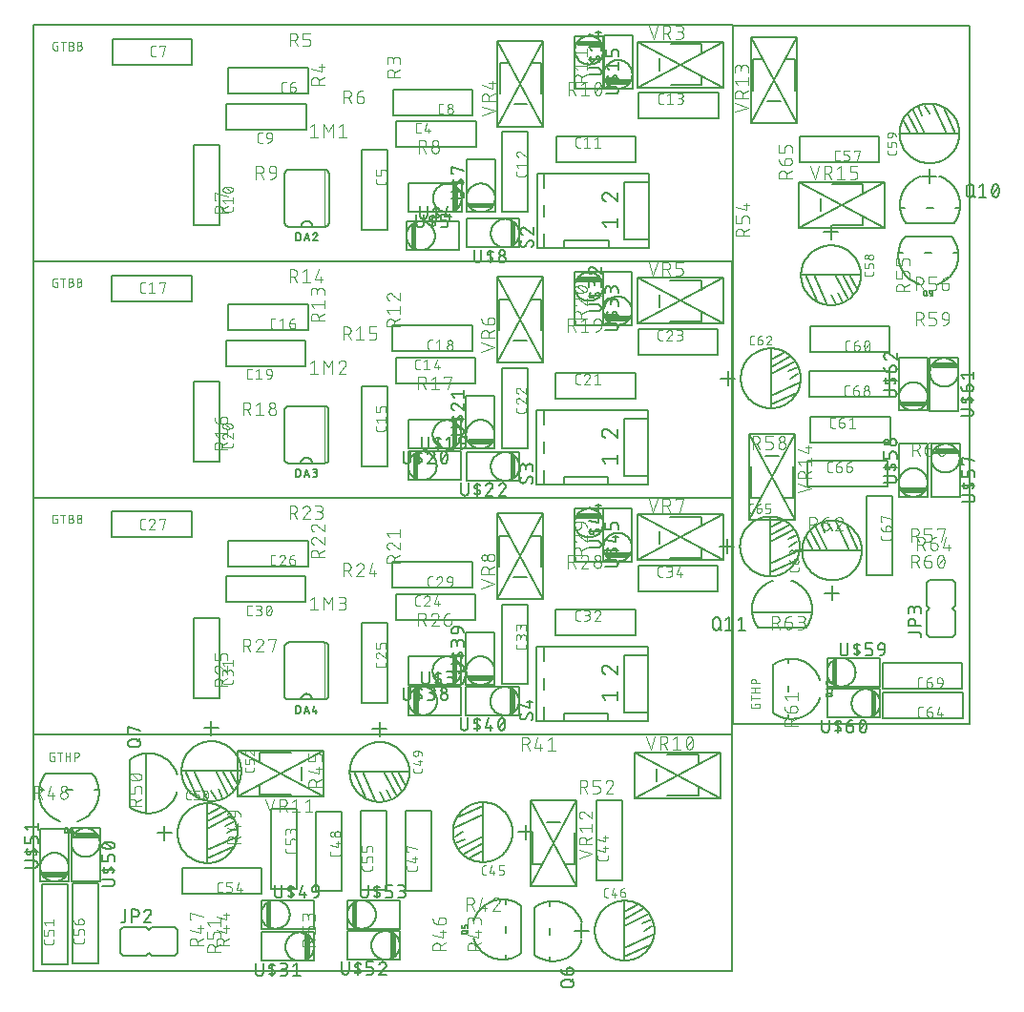
<source format=gbr>
G04 EAGLE Gerber X2 export*
%TF.Part,Single*%
%TF.FileFunction,Legend,Top,1*%
%TF.FilePolarity,Positive*%
%TF.GenerationSoftware,Autodesk,EAGLE,9.2.2*%
%TF.CreationDate,2019-03-12T14:11:56Z*%
G75*
%MOMM*%
%FSLAX34Y34*%
%LPD*%
%INSilkscreen Top*%
%AMOC8*
5,1,8,0,0,1.08239X$1,22.5*%
G01*
%ADD10C,0.076200*%
%ADD11C,0.127000*%
%ADD12C,0.101600*%
%ADD13C,0.152400*%
%ADD14C,0.050800*%
%ADD15C,0.254000*%
%ADD16C,0.203200*%


D10*
X22639Y977947D02*
X23867Y977947D01*
X23867Y973854D01*
X21412Y973854D01*
X21334Y973856D01*
X21256Y973861D01*
X21179Y973871D01*
X21102Y973884D01*
X21026Y973900D01*
X20951Y973920D01*
X20877Y973944D01*
X20804Y973971D01*
X20732Y974002D01*
X20662Y974036D01*
X20593Y974073D01*
X20527Y974114D01*
X20462Y974158D01*
X20400Y974204D01*
X20340Y974254D01*
X20282Y974306D01*
X20227Y974361D01*
X20175Y974419D01*
X20125Y974479D01*
X20079Y974541D01*
X20035Y974606D01*
X19994Y974673D01*
X19957Y974741D01*
X19923Y974811D01*
X19892Y974883D01*
X19865Y974956D01*
X19841Y975030D01*
X19821Y975105D01*
X19805Y975181D01*
X19792Y975258D01*
X19782Y975335D01*
X19777Y975413D01*
X19775Y975491D01*
X19775Y979583D01*
X19777Y979663D01*
X19783Y979743D01*
X19793Y979823D01*
X19806Y979902D01*
X19824Y979981D01*
X19845Y980058D01*
X19871Y980134D01*
X19900Y980209D01*
X19932Y980283D01*
X19968Y980355D01*
X20008Y980425D01*
X20051Y980492D01*
X20097Y980558D01*
X20147Y980621D01*
X20199Y980682D01*
X20254Y980741D01*
X20313Y980796D01*
X20373Y980848D01*
X20437Y980898D01*
X20503Y980944D01*
X20570Y980987D01*
X20640Y981027D01*
X20712Y981063D01*
X20786Y981095D01*
X20860Y981124D01*
X20937Y981150D01*
X21014Y981171D01*
X21093Y981189D01*
X21172Y981202D01*
X21252Y981212D01*
X21332Y981218D01*
X21412Y981220D01*
X23867Y981220D01*
X28892Y981220D02*
X28892Y973854D01*
X26846Y981220D02*
X30938Y981220D01*
X34035Y977947D02*
X36081Y977947D01*
X36081Y977946D02*
X36170Y977944D01*
X36259Y977938D01*
X36348Y977928D01*
X36436Y977915D01*
X36524Y977898D01*
X36611Y977876D01*
X36696Y977851D01*
X36781Y977823D01*
X36864Y977790D01*
X36946Y977754D01*
X37026Y977715D01*
X37104Y977672D01*
X37180Y977626D01*
X37255Y977576D01*
X37327Y977523D01*
X37396Y977467D01*
X37463Y977408D01*
X37528Y977347D01*
X37589Y977282D01*
X37648Y977215D01*
X37704Y977146D01*
X37757Y977074D01*
X37807Y976999D01*
X37853Y976923D01*
X37896Y976845D01*
X37935Y976765D01*
X37971Y976683D01*
X38004Y976600D01*
X38032Y976515D01*
X38057Y976430D01*
X38079Y976343D01*
X38096Y976255D01*
X38109Y976167D01*
X38119Y976078D01*
X38125Y975989D01*
X38127Y975900D01*
X38125Y975811D01*
X38119Y975722D01*
X38109Y975633D01*
X38096Y975545D01*
X38079Y975457D01*
X38057Y975370D01*
X38032Y975285D01*
X38004Y975200D01*
X37971Y975117D01*
X37935Y975035D01*
X37896Y974955D01*
X37853Y974877D01*
X37807Y974801D01*
X37757Y974726D01*
X37704Y974654D01*
X37648Y974585D01*
X37589Y974518D01*
X37528Y974453D01*
X37463Y974392D01*
X37396Y974333D01*
X37327Y974277D01*
X37255Y974224D01*
X37180Y974174D01*
X37104Y974128D01*
X37026Y974085D01*
X36946Y974046D01*
X36864Y974010D01*
X36781Y973977D01*
X36696Y973949D01*
X36611Y973924D01*
X36524Y973902D01*
X36436Y973885D01*
X36348Y973872D01*
X36259Y973862D01*
X36170Y973856D01*
X36081Y973854D01*
X34035Y973854D01*
X34035Y981220D01*
X36081Y981220D01*
X36160Y981218D01*
X36239Y981212D01*
X36318Y981203D01*
X36396Y981190D01*
X36473Y981172D01*
X36549Y981152D01*
X36624Y981127D01*
X36698Y981099D01*
X36771Y981068D01*
X36842Y981032D01*
X36911Y980994D01*
X36978Y980952D01*
X37043Y980907D01*
X37106Y980859D01*
X37167Y980808D01*
X37224Y980754D01*
X37280Y980698D01*
X37332Y980639D01*
X37382Y980577D01*
X37428Y980513D01*
X37472Y980447D01*
X37512Y980379D01*
X37548Y980309D01*
X37582Y980237D01*
X37612Y980163D01*
X37638Y980089D01*
X37661Y980013D01*
X37679Y979936D01*
X37695Y979859D01*
X37706Y979780D01*
X37714Y979702D01*
X37718Y979623D01*
X37718Y979543D01*
X37714Y979464D01*
X37706Y979386D01*
X37695Y979307D01*
X37679Y979230D01*
X37661Y979153D01*
X37638Y979077D01*
X37612Y979003D01*
X37582Y978929D01*
X37548Y978857D01*
X37512Y978787D01*
X37472Y978719D01*
X37428Y978653D01*
X37382Y978589D01*
X37332Y978527D01*
X37280Y978468D01*
X37224Y978412D01*
X37167Y978358D01*
X37106Y978307D01*
X37043Y978259D01*
X36978Y978214D01*
X36911Y978172D01*
X36842Y978134D01*
X36771Y978098D01*
X36698Y978067D01*
X36624Y978039D01*
X36549Y978014D01*
X36473Y977994D01*
X36396Y977976D01*
X36318Y977963D01*
X36239Y977954D01*
X36160Y977948D01*
X36081Y977946D01*
X41350Y977947D02*
X43397Y977947D01*
X43397Y977946D02*
X43486Y977944D01*
X43575Y977938D01*
X43664Y977928D01*
X43752Y977915D01*
X43840Y977898D01*
X43927Y977876D01*
X44012Y977851D01*
X44097Y977823D01*
X44180Y977790D01*
X44262Y977754D01*
X44342Y977715D01*
X44420Y977672D01*
X44496Y977626D01*
X44571Y977576D01*
X44643Y977523D01*
X44712Y977467D01*
X44779Y977408D01*
X44844Y977347D01*
X44905Y977282D01*
X44964Y977215D01*
X45020Y977146D01*
X45073Y977074D01*
X45123Y976999D01*
X45169Y976923D01*
X45212Y976845D01*
X45251Y976765D01*
X45287Y976683D01*
X45320Y976600D01*
X45348Y976515D01*
X45373Y976430D01*
X45395Y976343D01*
X45412Y976255D01*
X45425Y976167D01*
X45435Y976078D01*
X45441Y975989D01*
X45443Y975900D01*
X45441Y975811D01*
X45435Y975722D01*
X45425Y975633D01*
X45412Y975545D01*
X45395Y975457D01*
X45373Y975370D01*
X45348Y975285D01*
X45320Y975200D01*
X45287Y975117D01*
X45251Y975035D01*
X45212Y974955D01*
X45169Y974877D01*
X45123Y974801D01*
X45073Y974726D01*
X45020Y974654D01*
X44964Y974585D01*
X44905Y974518D01*
X44844Y974453D01*
X44779Y974392D01*
X44712Y974333D01*
X44643Y974277D01*
X44571Y974224D01*
X44496Y974174D01*
X44420Y974128D01*
X44342Y974085D01*
X44262Y974046D01*
X44180Y974010D01*
X44097Y973977D01*
X44012Y973949D01*
X43927Y973924D01*
X43840Y973902D01*
X43752Y973885D01*
X43664Y973872D01*
X43575Y973862D01*
X43486Y973856D01*
X43397Y973854D01*
X41350Y973854D01*
X41350Y981220D01*
X43397Y981220D01*
X43476Y981218D01*
X43555Y981212D01*
X43634Y981203D01*
X43712Y981190D01*
X43789Y981172D01*
X43865Y981152D01*
X43940Y981127D01*
X44014Y981099D01*
X44087Y981068D01*
X44158Y981032D01*
X44227Y980994D01*
X44294Y980952D01*
X44359Y980907D01*
X44422Y980859D01*
X44483Y980808D01*
X44540Y980754D01*
X44596Y980698D01*
X44648Y980639D01*
X44698Y980577D01*
X44744Y980513D01*
X44788Y980447D01*
X44828Y980379D01*
X44864Y980309D01*
X44898Y980237D01*
X44928Y980163D01*
X44954Y980089D01*
X44977Y980013D01*
X44995Y979936D01*
X45011Y979859D01*
X45022Y979780D01*
X45030Y979702D01*
X45034Y979623D01*
X45034Y979543D01*
X45030Y979464D01*
X45022Y979386D01*
X45011Y979307D01*
X44995Y979230D01*
X44977Y979153D01*
X44954Y979077D01*
X44928Y979003D01*
X44898Y978929D01*
X44864Y978857D01*
X44828Y978787D01*
X44788Y978719D01*
X44744Y978653D01*
X44698Y978589D01*
X44648Y978527D01*
X44596Y978468D01*
X44540Y978412D01*
X44483Y978358D01*
X44422Y978307D01*
X44359Y978259D01*
X44294Y978214D01*
X44227Y978172D01*
X44158Y978134D01*
X44087Y978098D01*
X44014Y978067D01*
X43940Y978039D01*
X43865Y978014D01*
X43789Y977994D01*
X43712Y977976D01*
X43634Y977963D01*
X43555Y977954D01*
X43476Y977948D01*
X43397Y977946D01*
X23574Y768101D02*
X22347Y768101D01*
X23574Y768101D02*
X23574Y764009D01*
X21119Y764009D01*
X21119Y764008D02*
X21041Y764010D01*
X20963Y764015D01*
X20886Y764025D01*
X20809Y764038D01*
X20733Y764054D01*
X20658Y764074D01*
X20584Y764098D01*
X20511Y764125D01*
X20439Y764156D01*
X20369Y764190D01*
X20300Y764227D01*
X20234Y764268D01*
X20169Y764312D01*
X20107Y764358D01*
X20047Y764408D01*
X19989Y764460D01*
X19934Y764515D01*
X19882Y764573D01*
X19832Y764633D01*
X19786Y764695D01*
X19742Y764760D01*
X19701Y764827D01*
X19664Y764895D01*
X19630Y764965D01*
X19599Y765037D01*
X19572Y765110D01*
X19548Y765184D01*
X19528Y765259D01*
X19512Y765335D01*
X19499Y765412D01*
X19489Y765489D01*
X19484Y765567D01*
X19482Y765645D01*
X19482Y769738D01*
X19484Y769818D01*
X19490Y769898D01*
X19500Y769978D01*
X19513Y770057D01*
X19531Y770136D01*
X19552Y770213D01*
X19578Y770289D01*
X19607Y770364D01*
X19639Y770438D01*
X19675Y770510D01*
X19715Y770580D01*
X19758Y770647D01*
X19804Y770713D01*
X19854Y770776D01*
X19906Y770837D01*
X19961Y770896D01*
X20020Y770951D01*
X20080Y771003D01*
X20144Y771053D01*
X20210Y771099D01*
X20277Y771142D01*
X20347Y771182D01*
X20419Y771218D01*
X20493Y771250D01*
X20567Y771279D01*
X20644Y771305D01*
X20721Y771326D01*
X20800Y771344D01*
X20879Y771357D01*
X20959Y771367D01*
X21039Y771373D01*
X21119Y771375D01*
X23574Y771375D01*
X28599Y771375D02*
X28599Y764009D01*
X26553Y771375D02*
X30646Y771375D01*
X33742Y768101D02*
X35789Y768101D01*
X35878Y768099D01*
X35967Y768093D01*
X36056Y768083D01*
X36144Y768070D01*
X36232Y768053D01*
X36319Y768031D01*
X36404Y768006D01*
X36489Y767978D01*
X36572Y767945D01*
X36654Y767909D01*
X36734Y767870D01*
X36812Y767827D01*
X36888Y767781D01*
X36963Y767731D01*
X37035Y767678D01*
X37104Y767622D01*
X37171Y767563D01*
X37236Y767502D01*
X37297Y767437D01*
X37356Y767370D01*
X37412Y767301D01*
X37465Y767229D01*
X37515Y767154D01*
X37561Y767078D01*
X37604Y767000D01*
X37643Y766920D01*
X37679Y766838D01*
X37712Y766755D01*
X37740Y766670D01*
X37765Y766585D01*
X37787Y766498D01*
X37804Y766410D01*
X37817Y766322D01*
X37827Y766233D01*
X37833Y766144D01*
X37835Y766055D01*
X37833Y765966D01*
X37827Y765877D01*
X37817Y765788D01*
X37804Y765700D01*
X37787Y765612D01*
X37765Y765525D01*
X37740Y765440D01*
X37712Y765355D01*
X37679Y765272D01*
X37643Y765190D01*
X37604Y765110D01*
X37561Y765032D01*
X37515Y764956D01*
X37465Y764881D01*
X37412Y764809D01*
X37356Y764740D01*
X37297Y764673D01*
X37236Y764608D01*
X37171Y764547D01*
X37104Y764488D01*
X37035Y764432D01*
X36963Y764379D01*
X36888Y764329D01*
X36812Y764283D01*
X36734Y764240D01*
X36654Y764201D01*
X36572Y764165D01*
X36489Y764132D01*
X36404Y764104D01*
X36319Y764079D01*
X36232Y764057D01*
X36144Y764040D01*
X36056Y764027D01*
X35967Y764017D01*
X35878Y764011D01*
X35789Y764009D01*
X33742Y764009D01*
X33742Y771375D01*
X35789Y771375D01*
X35868Y771373D01*
X35947Y771367D01*
X36026Y771358D01*
X36104Y771345D01*
X36181Y771327D01*
X36257Y771307D01*
X36332Y771282D01*
X36406Y771254D01*
X36479Y771223D01*
X36550Y771187D01*
X36619Y771149D01*
X36686Y771107D01*
X36751Y771062D01*
X36814Y771014D01*
X36875Y770963D01*
X36932Y770909D01*
X36988Y770853D01*
X37040Y770794D01*
X37090Y770732D01*
X37136Y770668D01*
X37180Y770602D01*
X37220Y770534D01*
X37256Y770464D01*
X37290Y770392D01*
X37320Y770318D01*
X37346Y770244D01*
X37369Y770168D01*
X37387Y770091D01*
X37403Y770014D01*
X37414Y769935D01*
X37422Y769857D01*
X37426Y769778D01*
X37426Y769698D01*
X37422Y769619D01*
X37414Y769541D01*
X37403Y769462D01*
X37387Y769385D01*
X37369Y769308D01*
X37346Y769232D01*
X37320Y769158D01*
X37290Y769084D01*
X37256Y769012D01*
X37220Y768942D01*
X37180Y768874D01*
X37136Y768808D01*
X37090Y768744D01*
X37040Y768682D01*
X36988Y768623D01*
X36932Y768567D01*
X36875Y768513D01*
X36814Y768462D01*
X36751Y768414D01*
X36686Y768369D01*
X36619Y768327D01*
X36550Y768289D01*
X36479Y768253D01*
X36406Y768222D01*
X36332Y768194D01*
X36257Y768169D01*
X36181Y768149D01*
X36104Y768131D01*
X36026Y768118D01*
X35947Y768109D01*
X35868Y768103D01*
X35789Y768101D01*
X41058Y768101D02*
X43104Y768101D01*
X43193Y768099D01*
X43282Y768093D01*
X43371Y768083D01*
X43459Y768070D01*
X43547Y768053D01*
X43634Y768031D01*
X43719Y768006D01*
X43804Y767978D01*
X43887Y767945D01*
X43969Y767909D01*
X44049Y767870D01*
X44127Y767827D01*
X44203Y767781D01*
X44278Y767731D01*
X44350Y767678D01*
X44419Y767622D01*
X44486Y767563D01*
X44551Y767502D01*
X44612Y767437D01*
X44671Y767370D01*
X44727Y767301D01*
X44780Y767229D01*
X44830Y767154D01*
X44876Y767078D01*
X44919Y767000D01*
X44958Y766920D01*
X44994Y766838D01*
X45027Y766755D01*
X45055Y766670D01*
X45080Y766585D01*
X45102Y766498D01*
X45119Y766410D01*
X45132Y766322D01*
X45142Y766233D01*
X45148Y766144D01*
X45150Y766055D01*
X45148Y765966D01*
X45142Y765877D01*
X45132Y765788D01*
X45119Y765700D01*
X45102Y765612D01*
X45080Y765525D01*
X45055Y765440D01*
X45027Y765355D01*
X44994Y765272D01*
X44958Y765190D01*
X44919Y765110D01*
X44876Y765032D01*
X44830Y764956D01*
X44780Y764881D01*
X44727Y764809D01*
X44671Y764740D01*
X44612Y764673D01*
X44551Y764608D01*
X44486Y764547D01*
X44419Y764488D01*
X44350Y764432D01*
X44278Y764379D01*
X44203Y764329D01*
X44127Y764283D01*
X44049Y764240D01*
X43969Y764201D01*
X43887Y764165D01*
X43804Y764132D01*
X43719Y764104D01*
X43634Y764079D01*
X43547Y764057D01*
X43459Y764040D01*
X43371Y764027D01*
X43282Y764017D01*
X43193Y764011D01*
X43104Y764009D01*
X41058Y764009D01*
X41058Y771375D01*
X43104Y771375D01*
X43183Y771373D01*
X43262Y771367D01*
X43341Y771358D01*
X43419Y771345D01*
X43496Y771327D01*
X43572Y771307D01*
X43647Y771282D01*
X43721Y771254D01*
X43794Y771223D01*
X43865Y771187D01*
X43934Y771149D01*
X44001Y771107D01*
X44066Y771062D01*
X44129Y771014D01*
X44190Y770963D01*
X44247Y770909D01*
X44303Y770853D01*
X44355Y770794D01*
X44405Y770732D01*
X44451Y770668D01*
X44495Y770602D01*
X44535Y770534D01*
X44571Y770464D01*
X44605Y770392D01*
X44635Y770318D01*
X44661Y770244D01*
X44684Y770168D01*
X44702Y770091D01*
X44718Y770014D01*
X44729Y769935D01*
X44737Y769857D01*
X44741Y769778D01*
X44741Y769698D01*
X44737Y769619D01*
X44729Y769541D01*
X44718Y769462D01*
X44702Y769385D01*
X44684Y769308D01*
X44661Y769232D01*
X44635Y769158D01*
X44605Y769084D01*
X44571Y769012D01*
X44535Y768942D01*
X44495Y768874D01*
X44451Y768808D01*
X44405Y768744D01*
X44355Y768682D01*
X44303Y768623D01*
X44247Y768567D01*
X44190Y768513D01*
X44129Y768462D01*
X44066Y768414D01*
X44001Y768369D01*
X43934Y768327D01*
X43865Y768289D01*
X43794Y768253D01*
X43721Y768222D01*
X43647Y768194D01*
X43572Y768169D01*
X43496Y768149D01*
X43419Y768131D01*
X43341Y768118D01*
X43262Y768109D01*
X43183Y768103D01*
X43104Y768101D01*
X23574Y558223D02*
X22346Y558223D01*
X23574Y558223D02*
X23574Y554131D01*
X21118Y554131D01*
X21040Y554133D01*
X20962Y554138D01*
X20885Y554148D01*
X20808Y554161D01*
X20732Y554177D01*
X20657Y554197D01*
X20583Y554221D01*
X20510Y554248D01*
X20438Y554279D01*
X20368Y554313D01*
X20299Y554350D01*
X20233Y554391D01*
X20168Y554435D01*
X20106Y554481D01*
X20046Y554531D01*
X19988Y554583D01*
X19933Y554638D01*
X19881Y554696D01*
X19831Y554756D01*
X19785Y554818D01*
X19741Y554883D01*
X19700Y554950D01*
X19663Y555018D01*
X19629Y555088D01*
X19598Y555160D01*
X19571Y555233D01*
X19547Y555307D01*
X19527Y555382D01*
X19511Y555458D01*
X19498Y555535D01*
X19488Y555612D01*
X19483Y555690D01*
X19481Y555768D01*
X19482Y555768D02*
X19482Y559860D01*
X19481Y559860D02*
X19483Y559940D01*
X19489Y560020D01*
X19499Y560100D01*
X19512Y560179D01*
X19530Y560258D01*
X19551Y560335D01*
X19577Y560411D01*
X19606Y560486D01*
X19638Y560560D01*
X19674Y560632D01*
X19714Y560702D01*
X19757Y560769D01*
X19803Y560835D01*
X19853Y560898D01*
X19905Y560959D01*
X19960Y561018D01*
X20019Y561073D01*
X20079Y561125D01*
X20143Y561175D01*
X20209Y561221D01*
X20276Y561264D01*
X20346Y561304D01*
X20418Y561340D01*
X20492Y561372D01*
X20566Y561401D01*
X20643Y561427D01*
X20720Y561448D01*
X20799Y561466D01*
X20878Y561479D01*
X20958Y561489D01*
X21038Y561495D01*
X21118Y561497D01*
X23574Y561497D01*
X28599Y561497D02*
X28599Y554131D01*
X26553Y561497D02*
X30645Y561497D01*
X33742Y558223D02*
X35788Y558223D01*
X35877Y558221D01*
X35966Y558215D01*
X36055Y558205D01*
X36143Y558192D01*
X36231Y558175D01*
X36318Y558153D01*
X36403Y558128D01*
X36488Y558100D01*
X36571Y558067D01*
X36653Y558031D01*
X36733Y557992D01*
X36811Y557949D01*
X36887Y557903D01*
X36962Y557853D01*
X37034Y557800D01*
X37103Y557744D01*
X37170Y557685D01*
X37235Y557624D01*
X37296Y557559D01*
X37355Y557492D01*
X37411Y557423D01*
X37464Y557351D01*
X37514Y557276D01*
X37560Y557200D01*
X37603Y557122D01*
X37642Y557042D01*
X37678Y556960D01*
X37711Y556877D01*
X37739Y556792D01*
X37764Y556707D01*
X37786Y556620D01*
X37803Y556532D01*
X37816Y556444D01*
X37826Y556355D01*
X37832Y556266D01*
X37834Y556177D01*
X37832Y556088D01*
X37826Y555999D01*
X37816Y555910D01*
X37803Y555822D01*
X37786Y555734D01*
X37764Y555647D01*
X37739Y555562D01*
X37711Y555477D01*
X37678Y555394D01*
X37642Y555312D01*
X37603Y555232D01*
X37560Y555154D01*
X37514Y555078D01*
X37464Y555003D01*
X37411Y554931D01*
X37355Y554862D01*
X37296Y554795D01*
X37235Y554730D01*
X37170Y554669D01*
X37103Y554610D01*
X37034Y554554D01*
X36962Y554501D01*
X36887Y554451D01*
X36811Y554405D01*
X36733Y554362D01*
X36653Y554323D01*
X36571Y554287D01*
X36488Y554254D01*
X36403Y554226D01*
X36318Y554201D01*
X36231Y554179D01*
X36143Y554162D01*
X36055Y554149D01*
X35966Y554139D01*
X35877Y554133D01*
X35788Y554131D01*
X33742Y554131D01*
X33742Y561497D01*
X35788Y561497D01*
X35867Y561495D01*
X35946Y561489D01*
X36025Y561480D01*
X36103Y561467D01*
X36180Y561449D01*
X36256Y561429D01*
X36331Y561404D01*
X36405Y561376D01*
X36478Y561345D01*
X36549Y561309D01*
X36618Y561271D01*
X36685Y561229D01*
X36750Y561184D01*
X36813Y561136D01*
X36874Y561085D01*
X36931Y561031D01*
X36987Y560975D01*
X37039Y560916D01*
X37089Y560854D01*
X37135Y560790D01*
X37179Y560724D01*
X37219Y560656D01*
X37255Y560586D01*
X37289Y560514D01*
X37319Y560440D01*
X37345Y560366D01*
X37368Y560290D01*
X37386Y560213D01*
X37402Y560136D01*
X37413Y560057D01*
X37421Y559979D01*
X37425Y559900D01*
X37425Y559820D01*
X37421Y559741D01*
X37413Y559663D01*
X37402Y559584D01*
X37386Y559507D01*
X37368Y559430D01*
X37345Y559354D01*
X37319Y559280D01*
X37289Y559206D01*
X37255Y559134D01*
X37219Y559064D01*
X37179Y558996D01*
X37135Y558930D01*
X37089Y558866D01*
X37039Y558804D01*
X36987Y558745D01*
X36931Y558689D01*
X36874Y558635D01*
X36813Y558584D01*
X36750Y558536D01*
X36685Y558491D01*
X36618Y558449D01*
X36549Y558411D01*
X36478Y558375D01*
X36405Y558344D01*
X36331Y558316D01*
X36256Y558291D01*
X36180Y558271D01*
X36103Y558253D01*
X36025Y558240D01*
X35946Y558231D01*
X35867Y558225D01*
X35788Y558223D01*
X41057Y558223D02*
X43103Y558223D01*
X43192Y558221D01*
X43281Y558215D01*
X43370Y558205D01*
X43458Y558192D01*
X43546Y558175D01*
X43633Y558153D01*
X43718Y558128D01*
X43803Y558100D01*
X43886Y558067D01*
X43968Y558031D01*
X44048Y557992D01*
X44126Y557949D01*
X44202Y557903D01*
X44277Y557853D01*
X44349Y557800D01*
X44418Y557744D01*
X44485Y557685D01*
X44550Y557624D01*
X44611Y557559D01*
X44670Y557492D01*
X44726Y557423D01*
X44779Y557351D01*
X44829Y557276D01*
X44875Y557200D01*
X44918Y557122D01*
X44957Y557042D01*
X44993Y556960D01*
X45026Y556877D01*
X45054Y556792D01*
X45079Y556707D01*
X45101Y556620D01*
X45118Y556532D01*
X45131Y556444D01*
X45141Y556355D01*
X45147Y556266D01*
X45149Y556177D01*
X45147Y556088D01*
X45141Y555999D01*
X45131Y555910D01*
X45118Y555822D01*
X45101Y555734D01*
X45079Y555647D01*
X45054Y555562D01*
X45026Y555477D01*
X44993Y555394D01*
X44957Y555312D01*
X44918Y555232D01*
X44875Y555154D01*
X44829Y555078D01*
X44779Y555003D01*
X44726Y554931D01*
X44670Y554862D01*
X44611Y554795D01*
X44550Y554730D01*
X44485Y554669D01*
X44418Y554610D01*
X44349Y554554D01*
X44277Y554501D01*
X44202Y554451D01*
X44126Y554405D01*
X44048Y554362D01*
X43968Y554323D01*
X43886Y554287D01*
X43803Y554254D01*
X43718Y554226D01*
X43633Y554201D01*
X43546Y554179D01*
X43458Y554162D01*
X43370Y554149D01*
X43281Y554139D01*
X43192Y554133D01*
X43103Y554131D01*
X41057Y554131D01*
X41057Y561497D01*
X43103Y561497D01*
X43182Y561495D01*
X43261Y561489D01*
X43340Y561480D01*
X43418Y561467D01*
X43495Y561449D01*
X43571Y561429D01*
X43646Y561404D01*
X43720Y561376D01*
X43793Y561345D01*
X43864Y561309D01*
X43933Y561271D01*
X44000Y561229D01*
X44065Y561184D01*
X44128Y561136D01*
X44189Y561085D01*
X44246Y561031D01*
X44302Y560975D01*
X44354Y560916D01*
X44404Y560854D01*
X44450Y560790D01*
X44494Y560724D01*
X44534Y560656D01*
X44570Y560586D01*
X44604Y560514D01*
X44634Y560440D01*
X44660Y560366D01*
X44683Y560290D01*
X44701Y560213D01*
X44717Y560136D01*
X44728Y560057D01*
X44736Y559979D01*
X44740Y559900D01*
X44740Y559820D01*
X44736Y559741D01*
X44728Y559663D01*
X44717Y559584D01*
X44701Y559507D01*
X44683Y559430D01*
X44660Y559354D01*
X44634Y559280D01*
X44604Y559206D01*
X44570Y559134D01*
X44534Y559064D01*
X44494Y558996D01*
X44450Y558930D01*
X44404Y558866D01*
X44354Y558804D01*
X44302Y558745D01*
X44246Y558689D01*
X44189Y558635D01*
X44128Y558584D01*
X44065Y558536D01*
X44000Y558491D01*
X43933Y558449D01*
X43864Y558411D01*
X43793Y558375D01*
X43720Y558344D01*
X43646Y558316D01*
X43571Y558291D01*
X43495Y558271D01*
X43418Y558253D01*
X43340Y558240D01*
X43261Y558231D01*
X43182Y558225D01*
X43103Y558223D01*
X20787Y347280D02*
X19559Y347280D01*
X20787Y347280D02*
X20787Y343187D01*
X18332Y343187D01*
X18254Y343189D01*
X18176Y343194D01*
X18099Y343204D01*
X18022Y343217D01*
X17946Y343233D01*
X17871Y343253D01*
X17797Y343277D01*
X17724Y343304D01*
X17652Y343335D01*
X17582Y343369D01*
X17513Y343406D01*
X17447Y343447D01*
X17382Y343491D01*
X17320Y343537D01*
X17260Y343587D01*
X17202Y343639D01*
X17147Y343694D01*
X17095Y343752D01*
X17045Y343812D01*
X16999Y343874D01*
X16955Y343939D01*
X16914Y344006D01*
X16877Y344074D01*
X16843Y344144D01*
X16812Y344216D01*
X16785Y344289D01*
X16761Y344363D01*
X16741Y344438D01*
X16725Y344514D01*
X16712Y344591D01*
X16702Y344668D01*
X16697Y344746D01*
X16695Y344824D01*
X16695Y348917D01*
X16697Y348997D01*
X16703Y349077D01*
X16713Y349157D01*
X16726Y349236D01*
X16744Y349315D01*
X16765Y349392D01*
X16791Y349468D01*
X16820Y349543D01*
X16852Y349617D01*
X16888Y349689D01*
X16928Y349759D01*
X16971Y349826D01*
X17017Y349892D01*
X17067Y349955D01*
X17119Y350016D01*
X17174Y350075D01*
X17233Y350130D01*
X17293Y350182D01*
X17357Y350232D01*
X17423Y350278D01*
X17490Y350321D01*
X17560Y350361D01*
X17632Y350397D01*
X17706Y350429D01*
X17780Y350458D01*
X17857Y350484D01*
X17934Y350505D01*
X18013Y350523D01*
X18092Y350536D01*
X18172Y350546D01*
X18252Y350552D01*
X18332Y350554D01*
X18332Y350553D02*
X20787Y350553D01*
X25812Y350553D02*
X25812Y343187D01*
X23766Y350553D02*
X27858Y350553D01*
X30838Y350553D02*
X30838Y343187D01*
X30838Y347280D02*
X34930Y347280D01*
X34930Y350553D02*
X34930Y343187D01*
X38758Y343187D02*
X38758Y350553D01*
X40804Y350553D01*
X40893Y350551D01*
X40982Y350545D01*
X41071Y350535D01*
X41159Y350522D01*
X41247Y350505D01*
X41334Y350483D01*
X41419Y350458D01*
X41504Y350430D01*
X41587Y350397D01*
X41669Y350361D01*
X41749Y350322D01*
X41827Y350279D01*
X41903Y350233D01*
X41978Y350183D01*
X42050Y350130D01*
X42119Y350074D01*
X42186Y350015D01*
X42251Y349954D01*
X42312Y349889D01*
X42371Y349822D01*
X42427Y349753D01*
X42480Y349681D01*
X42530Y349606D01*
X42576Y349530D01*
X42619Y349452D01*
X42658Y349372D01*
X42694Y349290D01*
X42727Y349207D01*
X42755Y349122D01*
X42780Y349037D01*
X42802Y348950D01*
X42819Y348862D01*
X42832Y348774D01*
X42842Y348685D01*
X42848Y348596D01*
X42850Y348507D01*
X42848Y348418D01*
X42842Y348329D01*
X42832Y348240D01*
X42819Y348152D01*
X42802Y348064D01*
X42780Y347977D01*
X42755Y347892D01*
X42727Y347807D01*
X42694Y347724D01*
X42658Y347642D01*
X42619Y347562D01*
X42576Y347484D01*
X42530Y347408D01*
X42480Y347333D01*
X42427Y347261D01*
X42371Y347192D01*
X42312Y347125D01*
X42251Y347060D01*
X42186Y346999D01*
X42119Y346940D01*
X42050Y346884D01*
X41978Y346831D01*
X41903Y346781D01*
X41827Y346735D01*
X41749Y346692D01*
X41669Y346653D01*
X41587Y346617D01*
X41504Y346584D01*
X41419Y346556D01*
X41334Y346531D01*
X41247Y346509D01*
X41159Y346492D01*
X41071Y346479D01*
X40982Y346469D01*
X40893Y346463D01*
X40804Y346461D01*
X38758Y346461D01*
X642556Y392666D02*
X642556Y393893D01*
X646648Y393893D01*
X646648Y391438D01*
X646646Y391360D01*
X646641Y391282D01*
X646631Y391205D01*
X646618Y391128D01*
X646602Y391052D01*
X646582Y390977D01*
X646558Y390903D01*
X646531Y390830D01*
X646500Y390758D01*
X646466Y390688D01*
X646429Y390620D01*
X646388Y390553D01*
X646344Y390488D01*
X646298Y390426D01*
X646248Y390366D01*
X646196Y390308D01*
X646141Y390253D01*
X646083Y390201D01*
X646023Y390151D01*
X645961Y390105D01*
X645896Y390061D01*
X645830Y390020D01*
X645761Y389983D01*
X645691Y389949D01*
X645619Y389918D01*
X645546Y389891D01*
X645472Y389867D01*
X645397Y389847D01*
X645321Y389831D01*
X645244Y389818D01*
X645167Y389808D01*
X645089Y389803D01*
X645011Y389801D01*
X640919Y389801D01*
X640839Y389803D01*
X640759Y389809D01*
X640679Y389819D01*
X640600Y389832D01*
X640521Y389850D01*
X640444Y389871D01*
X640368Y389897D01*
X640293Y389926D01*
X640219Y389958D01*
X640147Y389994D01*
X640077Y390034D01*
X640010Y390077D01*
X639944Y390123D01*
X639881Y390173D01*
X639820Y390225D01*
X639761Y390280D01*
X639706Y390339D01*
X639654Y390399D01*
X639604Y390463D01*
X639558Y390528D01*
X639515Y390596D01*
X639475Y390666D01*
X639439Y390738D01*
X639407Y390812D01*
X639378Y390886D01*
X639353Y390963D01*
X639331Y391040D01*
X639313Y391119D01*
X639300Y391198D01*
X639290Y391277D01*
X639284Y391358D01*
X639282Y391438D01*
X639282Y393893D01*
X639282Y398919D02*
X646648Y398919D01*
X639282Y400965D02*
X639282Y396872D01*
X639282Y403944D02*
X646648Y403944D01*
X642556Y403944D02*
X642556Y408036D01*
X639282Y408036D02*
X646648Y408036D01*
X646648Y411864D02*
X639282Y411864D01*
X639282Y413910D01*
X639284Y413999D01*
X639290Y414088D01*
X639300Y414177D01*
X639313Y414265D01*
X639330Y414353D01*
X639352Y414440D01*
X639377Y414525D01*
X639405Y414610D01*
X639438Y414693D01*
X639474Y414775D01*
X639513Y414855D01*
X639556Y414933D01*
X639602Y415009D01*
X639652Y415084D01*
X639705Y415156D01*
X639761Y415225D01*
X639820Y415292D01*
X639881Y415357D01*
X639946Y415418D01*
X640013Y415477D01*
X640082Y415533D01*
X640154Y415586D01*
X640229Y415636D01*
X640305Y415682D01*
X640383Y415725D01*
X640463Y415764D01*
X640545Y415800D01*
X640628Y415833D01*
X640713Y415861D01*
X640798Y415886D01*
X640885Y415908D01*
X640973Y415925D01*
X641061Y415938D01*
X641150Y415948D01*
X641239Y415954D01*
X641328Y415956D01*
X641417Y415954D01*
X641506Y415948D01*
X641595Y415938D01*
X641683Y415925D01*
X641771Y415908D01*
X641858Y415886D01*
X641943Y415861D01*
X642028Y415833D01*
X642111Y415800D01*
X642193Y415764D01*
X642273Y415725D01*
X642351Y415682D01*
X642427Y415636D01*
X642502Y415586D01*
X642574Y415533D01*
X642643Y415477D01*
X642710Y415418D01*
X642775Y415357D01*
X642836Y415292D01*
X642895Y415225D01*
X642951Y415156D01*
X643004Y415084D01*
X643054Y415009D01*
X643100Y414933D01*
X643143Y414855D01*
X643182Y414775D01*
X643218Y414693D01*
X643251Y414610D01*
X643279Y414525D01*
X643304Y414440D01*
X643326Y414353D01*
X643343Y414265D01*
X643356Y414177D01*
X643366Y414088D01*
X643372Y413999D01*
X643374Y413910D01*
X643374Y411864D01*
D11*
X395008Y910503D02*
X324208Y910503D01*
X395008Y910503D02*
X395008Y887643D01*
X324208Y887643D01*
X324208Y910503D01*
D12*
X343766Y900352D02*
X345798Y900352D01*
X343766Y900352D02*
X343677Y900354D01*
X343589Y900360D01*
X343501Y900369D01*
X343413Y900383D01*
X343326Y900400D01*
X343240Y900421D01*
X343155Y900446D01*
X343071Y900475D01*
X342988Y900507D01*
X342907Y900542D01*
X342828Y900582D01*
X342750Y900624D01*
X342674Y900670D01*
X342600Y900719D01*
X342529Y900772D01*
X342460Y900827D01*
X342393Y900886D01*
X342329Y900947D01*
X342268Y901011D01*
X342209Y901078D01*
X342154Y901147D01*
X342101Y901218D01*
X342052Y901292D01*
X342006Y901368D01*
X341964Y901446D01*
X341924Y901525D01*
X341889Y901606D01*
X341857Y901689D01*
X341828Y901773D01*
X341803Y901858D01*
X341782Y901944D01*
X341765Y902031D01*
X341751Y902119D01*
X341742Y902207D01*
X341736Y902295D01*
X341734Y902384D01*
X341734Y907464D01*
X341736Y907553D01*
X341742Y907641D01*
X341751Y907729D01*
X341765Y907817D01*
X341782Y907904D01*
X341803Y907990D01*
X341828Y908075D01*
X341857Y908159D01*
X341889Y908242D01*
X341924Y908323D01*
X341964Y908402D01*
X342006Y908480D01*
X342052Y908556D01*
X342101Y908630D01*
X342154Y908701D01*
X342209Y908770D01*
X342268Y908837D01*
X342329Y908901D01*
X342393Y908962D01*
X342460Y909021D01*
X342529Y909076D01*
X342600Y909129D01*
X342674Y909178D01*
X342750Y909224D01*
X342828Y909266D01*
X342907Y909306D01*
X342988Y909341D01*
X343071Y909373D01*
X343155Y909402D01*
X343240Y909427D01*
X343326Y909448D01*
X343413Y909465D01*
X343501Y909479D01*
X343589Y909488D01*
X343677Y909494D01*
X343766Y909496D01*
X345798Y909496D01*
X351415Y909496D02*
X349383Y902384D01*
X354463Y902384D01*
X352939Y904416D02*
X352939Y900352D01*
D11*
X316438Y885373D02*
X316438Y814573D01*
X293578Y814573D01*
X293578Y885373D01*
X316438Y885373D01*
D12*
X315430Y859182D02*
X315430Y857150D01*
X315428Y857061D01*
X315422Y856973D01*
X315413Y856885D01*
X315399Y856797D01*
X315382Y856710D01*
X315361Y856624D01*
X315336Y856539D01*
X315307Y856455D01*
X315275Y856372D01*
X315240Y856291D01*
X315200Y856212D01*
X315158Y856134D01*
X315112Y856058D01*
X315063Y855984D01*
X315010Y855913D01*
X314955Y855844D01*
X314896Y855777D01*
X314835Y855713D01*
X314771Y855652D01*
X314704Y855593D01*
X314635Y855538D01*
X314564Y855485D01*
X314490Y855436D01*
X314414Y855390D01*
X314336Y855348D01*
X314257Y855308D01*
X314176Y855273D01*
X314093Y855241D01*
X314009Y855212D01*
X313924Y855187D01*
X313838Y855166D01*
X313751Y855149D01*
X313663Y855135D01*
X313575Y855126D01*
X313487Y855120D01*
X313398Y855118D01*
X308318Y855118D01*
X308229Y855120D01*
X308141Y855126D01*
X308053Y855135D01*
X307965Y855149D01*
X307878Y855166D01*
X307792Y855187D01*
X307707Y855212D01*
X307623Y855241D01*
X307540Y855273D01*
X307459Y855308D01*
X307380Y855348D01*
X307302Y855390D01*
X307226Y855436D01*
X307152Y855485D01*
X307081Y855538D01*
X307012Y855593D01*
X306945Y855652D01*
X306881Y855713D01*
X306820Y855777D01*
X306761Y855844D01*
X306706Y855913D01*
X306653Y855984D01*
X306604Y856058D01*
X306558Y856134D01*
X306516Y856212D01*
X306476Y856291D01*
X306441Y856372D01*
X306409Y856455D01*
X306380Y856539D01*
X306355Y856624D01*
X306334Y856710D01*
X306317Y856797D01*
X306303Y856885D01*
X306294Y856973D01*
X306288Y857061D01*
X306286Y857150D01*
X306286Y859182D01*
X315430Y862768D02*
X315430Y865816D01*
X315428Y865905D01*
X315422Y865993D01*
X315413Y866081D01*
X315399Y866169D01*
X315382Y866256D01*
X315361Y866342D01*
X315336Y866427D01*
X315307Y866511D01*
X315275Y866594D01*
X315240Y866675D01*
X315200Y866754D01*
X315158Y866832D01*
X315112Y866908D01*
X315063Y866982D01*
X315010Y867053D01*
X314955Y867122D01*
X314896Y867189D01*
X314835Y867253D01*
X314771Y867314D01*
X314704Y867373D01*
X314635Y867428D01*
X314564Y867481D01*
X314490Y867530D01*
X314414Y867576D01*
X314336Y867618D01*
X314257Y867658D01*
X314176Y867693D01*
X314093Y867725D01*
X314009Y867754D01*
X313924Y867779D01*
X313838Y867800D01*
X313751Y867817D01*
X313663Y867831D01*
X313575Y867840D01*
X313487Y867846D01*
X313398Y867848D01*
X312382Y867848D01*
X312293Y867846D01*
X312205Y867840D01*
X312117Y867831D01*
X312029Y867817D01*
X311942Y867800D01*
X311856Y867779D01*
X311771Y867754D01*
X311687Y867725D01*
X311604Y867693D01*
X311523Y867658D01*
X311444Y867618D01*
X311366Y867576D01*
X311290Y867530D01*
X311216Y867481D01*
X311145Y867428D01*
X311076Y867373D01*
X311009Y867314D01*
X310945Y867253D01*
X310884Y867189D01*
X310825Y867122D01*
X310770Y867053D01*
X310717Y866982D01*
X310668Y866908D01*
X310622Y866832D01*
X310580Y866754D01*
X310540Y866675D01*
X310505Y866594D01*
X310473Y866511D01*
X310444Y866427D01*
X310419Y866342D01*
X310398Y866256D01*
X310381Y866169D01*
X310367Y866081D01*
X310358Y865993D01*
X310352Y865905D01*
X310350Y865816D01*
X310350Y862768D01*
X306286Y862768D01*
X306286Y867848D01*
D11*
X246208Y935543D02*
X175408Y935543D01*
X175408Y958403D01*
X246208Y958403D01*
X246208Y935543D01*
D12*
X226417Y936551D02*
X224385Y936551D01*
X224296Y936553D01*
X224208Y936559D01*
X224120Y936568D01*
X224032Y936582D01*
X223945Y936599D01*
X223859Y936620D01*
X223774Y936645D01*
X223690Y936674D01*
X223607Y936706D01*
X223526Y936741D01*
X223447Y936781D01*
X223369Y936823D01*
X223293Y936869D01*
X223219Y936918D01*
X223148Y936971D01*
X223079Y937026D01*
X223012Y937085D01*
X222948Y937146D01*
X222887Y937210D01*
X222828Y937277D01*
X222773Y937346D01*
X222720Y937417D01*
X222671Y937491D01*
X222625Y937567D01*
X222583Y937645D01*
X222543Y937724D01*
X222508Y937805D01*
X222476Y937888D01*
X222447Y937972D01*
X222422Y938057D01*
X222401Y938143D01*
X222384Y938230D01*
X222370Y938318D01*
X222361Y938406D01*
X222355Y938494D01*
X222353Y938583D01*
X222353Y943663D01*
X222355Y943752D01*
X222361Y943840D01*
X222370Y943928D01*
X222384Y944016D01*
X222401Y944103D01*
X222422Y944189D01*
X222447Y944274D01*
X222476Y944358D01*
X222508Y944441D01*
X222543Y944522D01*
X222583Y944601D01*
X222625Y944679D01*
X222671Y944755D01*
X222720Y944829D01*
X222773Y944900D01*
X222828Y944969D01*
X222887Y945036D01*
X222948Y945100D01*
X223012Y945161D01*
X223079Y945220D01*
X223148Y945275D01*
X223219Y945328D01*
X223293Y945377D01*
X223369Y945423D01*
X223447Y945465D01*
X223526Y945505D01*
X223607Y945540D01*
X223690Y945572D01*
X223774Y945601D01*
X223859Y945626D01*
X223945Y945647D01*
X224032Y945664D01*
X224120Y945678D01*
X224208Y945687D01*
X224296Y945693D01*
X224385Y945695D01*
X226417Y945695D01*
X230002Y941631D02*
X233050Y941631D01*
X233139Y941629D01*
X233227Y941623D01*
X233315Y941614D01*
X233403Y941600D01*
X233490Y941583D01*
X233576Y941562D01*
X233661Y941537D01*
X233745Y941508D01*
X233828Y941476D01*
X233909Y941441D01*
X233988Y941401D01*
X234066Y941359D01*
X234142Y941313D01*
X234216Y941264D01*
X234287Y941211D01*
X234356Y941156D01*
X234423Y941097D01*
X234487Y941036D01*
X234548Y940972D01*
X234607Y940905D01*
X234662Y940836D01*
X234715Y940765D01*
X234764Y940691D01*
X234810Y940615D01*
X234852Y940537D01*
X234892Y940458D01*
X234927Y940377D01*
X234959Y940294D01*
X234988Y940210D01*
X235013Y940125D01*
X235034Y940039D01*
X235051Y939952D01*
X235065Y939864D01*
X235074Y939776D01*
X235080Y939688D01*
X235082Y939599D01*
X235082Y939091D01*
X235080Y938991D01*
X235074Y938892D01*
X235064Y938792D01*
X235051Y938694D01*
X235033Y938595D01*
X235012Y938498D01*
X234987Y938402D01*
X234958Y938306D01*
X234925Y938212D01*
X234889Y938119D01*
X234849Y938028D01*
X234805Y937938D01*
X234758Y937850D01*
X234708Y937764D01*
X234654Y937680D01*
X234597Y937598D01*
X234537Y937519D01*
X234473Y937441D01*
X234407Y937367D01*
X234338Y937295D01*
X234266Y937226D01*
X234192Y937160D01*
X234114Y937096D01*
X234035Y937036D01*
X233953Y936979D01*
X233869Y936925D01*
X233783Y936875D01*
X233695Y936828D01*
X233605Y936784D01*
X233514Y936744D01*
X233421Y936708D01*
X233327Y936675D01*
X233231Y936646D01*
X233135Y936621D01*
X233038Y936600D01*
X232939Y936582D01*
X232841Y936569D01*
X232741Y936559D01*
X232642Y936553D01*
X232542Y936551D01*
X232442Y936553D01*
X232343Y936559D01*
X232243Y936569D01*
X232145Y936582D01*
X232046Y936600D01*
X231949Y936621D01*
X231853Y936646D01*
X231757Y936675D01*
X231663Y936708D01*
X231570Y936744D01*
X231479Y936784D01*
X231389Y936828D01*
X231301Y936875D01*
X231215Y936925D01*
X231131Y936979D01*
X231049Y937036D01*
X230970Y937096D01*
X230892Y937160D01*
X230818Y937226D01*
X230746Y937295D01*
X230677Y937367D01*
X230611Y937441D01*
X230547Y937519D01*
X230487Y937598D01*
X230430Y937680D01*
X230376Y937764D01*
X230326Y937850D01*
X230279Y937938D01*
X230235Y938028D01*
X230195Y938119D01*
X230159Y938212D01*
X230126Y938306D01*
X230097Y938402D01*
X230072Y938498D01*
X230051Y938595D01*
X230033Y938694D01*
X230020Y938792D01*
X230010Y938892D01*
X230004Y938991D01*
X230002Y939091D01*
X230002Y941631D01*
X230004Y941756D01*
X230010Y941881D01*
X230019Y942006D01*
X230033Y942130D01*
X230050Y942254D01*
X230071Y942378D01*
X230096Y942500D01*
X230125Y942622D01*
X230157Y942743D01*
X230193Y942863D01*
X230233Y942982D01*
X230276Y943099D01*
X230323Y943215D01*
X230374Y943330D01*
X230428Y943442D01*
X230486Y943554D01*
X230546Y943663D01*
X230611Y943770D01*
X230678Y943876D01*
X230749Y943979D01*
X230823Y944080D01*
X230900Y944179D01*
X230980Y944275D01*
X231063Y944369D01*
X231148Y944460D01*
X231237Y944549D01*
X231328Y944634D01*
X231422Y944717D01*
X231518Y944797D01*
X231617Y944874D01*
X231718Y944948D01*
X231821Y945019D01*
X231927Y945086D01*
X232034Y945151D01*
X232143Y945211D01*
X232255Y945269D01*
X232367Y945323D01*
X232482Y945374D01*
X232598Y945421D01*
X232715Y945464D01*
X232834Y945504D01*
X232954Y945540D01*
X233075Y945572D01*
X233197Y945601D01*
X233319Y945626D01*
X233443Y945647D01*
X233567Y945664D01*
X233691Y945678D01*
X233816Y945687D01*
X233941Y945693D01*
X234066Y945695D01*
D11*
X143208Y961143D02*
X72408Y961143D01*
X72408Y984003D01*
X143208Y984003D01*
X143208Y961143D01*
D12*
X110617Y968551D02*
X108585Y968551D01*
X108496Y968553D01*
X108408Y968559D01*
X108320Y968568D01*
X108232Y968582D01*
X108145Y968599D01*
X108059Y968620D01*
X107974Y968645D01*
X107890Y968674D01*
X107807Y968706D01*
X107726Y968741D01*
X107647Y968781D01*
X107569Y968823D01*
X107493Y968869D01*
X107419Y968918D01*
X107348Y968971D01*
X107279Y969026D01*
X107212Y969085D01*
X107148Y969146D01*
X107087Y969210D01*
X107028Y969277D01*
X106973Y969346D01*
X106920Y969417D01*
X106871Y969491D01*
X106825Y969567D01*
X106783Y969645D01*
X106743Y969724D01*
X106708Y969805D01*
X106676Y969888D01*
X106647Y969972D01*
X106622Y970057D01*
X106601Y970143D01*
X106584Y970230D01*
X106570Y970318D01*
X106561Y970406D01*
X106555Y970494D01*
X106553Y970583D01*
X106553Y975663D01*
X106555Y975752D01*
X106561Y975840D01*
X106570Y975928D01*
X106584Y976016D01*
X106601Y976103D01*
X106622Y976189D01*
X106647Y976274D01*
X106676Y976358D01*
X106708Y976441D01*
X106743Y976522D01*
X106783Y976601D01*
X106825Y976679D01*
X106871Y976755D01*
X106920Y976829D01*
X106973Y976900D01*
X107028Y976969D01*
X107087Y977036D01*
X107148Y977100D01*
X107212Y977161D01*
X107279Y977220D01*
X107348Y977275D01*
X107419Y977328D01*
X107493Y977377D01*
X107569Y977423D01*
X107647Y977465D01*
X107726Y977505D01*
X107807Y977540D01*
X107890Y977572D01*
X107974Y977601D01*
X108059Y977626D01*
X108145Y977647D01*
X108232Y977664D01*
X108320Y977678D01*
X108408Y977687D01*
X108496Y977693D01*
X108585Y977695D01*
X110617Y977695D01*
X114202Y977695D02*
X114202Y976679D01*
X114202Y977695D02*
X119282Y977695D01*
X116742Y968551D01*
D11*
X321408Y916343D02*
X392208Y916343D01*
X321408Y916343D02*
X321408Y939203D01*
X392208Y939203D01*
X392208Y916343D01*
D12*
X366017Y917351D02*
X363985Y917351D01*
X363896Y917353D01*
X363808Y917359D01*
X363720Y917368D01*
X363632Y917382D01*
X363545Y917399D01*
X363459Y917420D01*
X363374Y917445D01*
X363290Y917474D01*
X363207Y917506D01*
X363126Y917541D01*
X363047Y917581D01*
X362969Y917623D01*
X362893Y917669D01*
X362819Y917718D01*
X362748Y917771D01*
X362679Y917826D01*
X362612Y917885D01*
X362548Y917946D01*
X362487Y918010D01*
X362428Y918077D01*
X362373Y918146D01*
X362320Y918217D01*
X362271Y918291D01*
X362225Y918367D01*
X362183Y918445D01*
X362143Y918524D01*
X362108Y918605D01*
X362076Y918688D01*
X362047Y918772D01*
X362022Y918857D01*
X362001Y918943D01*
X361984Y919030D01*
X361970Y919118D01*
X361961Y919206D01*
X361955Y919294D01*
X361953Y919383D01*
X361953Y924463D01*
X361955Y924552D01*
X361961Y924640D01*
X361970Y924728D01*
X361984Y924816D01*
X362001Y924903D01*
X362022Y924989D01*
X362047Y925074D01*
X362076Y925158D01*
X362108Y925241D01*
X362143Y925322D01*
X362183Y925401D01*
X362225Y925479D01*
X362271Y925555D01*
X362320Y925629D01*
X362373Y925700D01*
X362428Y925769D01*
X362487Y925836D01*
X362548Y925900D01*
X362612Y925961D01*
X362679Y926020D01*
X362748Y926075D01*
X362819Y926128D01*
X362893Y926177D01*
X362969Y926223D01*
X363047Y926265D01*
X363126Y926305D01*
X363207Y926340D01*
X363290Y926372D01*
X363374Y926401D01*
X363459Y926426D01*
X363545Y926447D01*
X363632Y926464D01*
X363720Y926478D01*
X363808Y926487D01*
X363896Y926493D01*
X363985Y926495D01*
X366017Y926495D01*
X369602Y919891D02*
X369604Y919991D01*
X369610Y920090D01*
X369620Y920190D01*
X369633Y920288D01*
X369651Y920387D01*
X369672Y920484D01*
X369697Y920580D01*
X369726Y920676D01*
X369759Y920770D01*
X369795Y920863D01*
X369835Y920954D01*
X369879Y921044D01*
X369926Y921132D01*
X369976Y921218D01*
X370030Y921302D01*
X370087Y921384D01*
X370147Y921463D01*
X370211Y921541D01*
X370277Y921615D01*
X370346Y921687D01*
X370418Y921756D01*
X370492Y921822D01*
X370570Y921886D01*
X370649Y921946D01*
X370731Y922003D01*
X370815Y922057D01*
X370901Y922107D01*
X370989Y922154D01*
X371079Y922198D01*
X371170Y922238D01*
X371263Y922274D01*
X371357Y922307D01*
X371453Y922336D01*
X371549Y922361D01*
X371646Y922382D01*
X371745Y922400D01*
X371843Y922413D01*
X371943Y922423D01*
X372042Y922429D01*
X372142Y922431D01*
X372242Y922429D01*
X372341Y922423D01*
X372441Y922413D01*
X372539Y922400D01*
X372638Y922382D01*
X372735Y922361D01*
X372831Y922336D01*
X372927Y922307D01*
X373021Y922274D01*
X373114Y922238D01*
X373205Y922198D01*
X373295Y922154D01*
X373383Y922107D01*
X373469Y922057D01*
X373553Y922003D01*
X373635Y921946D01*
X373714Y921886D01*
X373792Y921822D01*
X373866Y921756D01*
X373938Y921687D01*
X374007Y921615D01*
X374073Y921541D01*
X374137Y921463D01*
X374197Y921384D01*
X374254Y921302D01*
X374308Y921218D01*
X374358Y921132D01*
X374405Y921044D01*
X374449Y920954D01*
X374489Y920863D01*
X374525Y920770D01*
X374558Y920676D01*
X374587Y920580D01*
X374612Y920484D01*
X374633Y920387D01*
X374651Y920288D01*
X374664Y920190D01*
X374674Y920090D01*
X374680Y919991D01*
X374682Y919891D01*
X374680Y919791D01*
X374674Y919692D01*
X374664Y919592D01*
X374651Y919494D01*
X374633Y919395D01*
X374612Y919298D01*
X374587Y919202D01*
X374558Y919106D01*
X374525Y919012D01*
X374489Y918919D01*
X374449Y918828D01*
X374405Y918738D01*
X374358Y918650D01*
X374308Y918564D01*
X374254Y918480D01*
X374197Y918398D01*
X374137Y918319D01*
X374073Y918241D01*
X374007Y918167D01*
X373938Y918095D01*
X373866Y918026D01*
X373792Y917960D01*
X373714Y917896D01*
X373635Y917836D01*
X373553Y917779D01*
X373469Y917725D01*
X373383Y917675D01*
X373295Y917628D01*
X373205Y917584D01*
X373114Y917544D01*
X373021Y917508D01*
X372927Y917475D01*
X372831Y917446D01*
X372735Y917421D01*
X372638Y917400D01*
X372539Y917382D01*
X372441Y917369D01*
X372341Y917359D01*
X372242Y917353D01*
X372142Y917351D01*
X372042Y917353D01*
X371943Y917359D01*
X371843Y917369D01*
X371745Y917382D01*
X371646Y917400D01*
X371549Y917421D01*
X371453Y917446D01*
X371357Y917475D01*
X371263Y917508D01*
X371170Y917544D01*
X371079Y917584D01*
X370989Y917628D01*
X370901Y917675D01*
X370815Y917725D01*
X370731Y917779D01*
X370649Y917836D01*
X370570Y917896D01*
X370492Y917960D01*
X370418Y918026D01*
X370346Y918095D01*
X370277Y918167D01*
X370211Y918241D01*
X370147Y918319D01*
X370087Y918398D01*
X370030Y918480D01*
X369976Y918564D01*
X369926Y918650D01*
X369879Y918738D01*
X369835Y918828D01*
X369795Y918919D01*
X369759Y919012D01*
X369726Y919106D01*
X369697Y919202D01*
X369672Y919298D01*
X369651Y919395D01*
X369633Y919494D01*
X369620Y919592D01*
X369610Y919692D01*
X369604Y919791D01*
X369602Y919891D01*
X370110Y924463D02*
X370112Y924552D01*
X370118Y924640D01*
X370127Y924728D01*
X370141Y924816D01*
X370158Y924903D01*
X370179Y924989D01*
X370204Y925074D01*
X370233Y925158D01*
X370265Y925241D01*
X370300Y925322D01*
X370340Y925401D01*
X370382Y925479D01*
X370428Y925555D01*
X370477Y925629D01*
X370530Y925700D01*
X370585Y925769D01*
X370644Y925836D01*
X370705Y925900D01*
X370769Y925961D01*
X370836Y926020D01*
X370905Y926075D01*
X370976Y926128D01*
X371050Y926177D01*
X371126Y926223D01*
X371204Y926265D01*
X371283Y926305D01*
X371364Y926340D01*
X371447Y926372D01*
X371531Y926401D01*
X371616Y926426D01*
X371702Y926447D01*
X371789Y926464D01*
X371877Y926478D01*
X371965Y926487D01*
X372053Y926493D01*
X372142Y926495D01*
X372231Y926493D01*
X372319Y926487D01*
X372407Y926478D01*
X372495Y926464D01*
X372582Y926447D01*
X372668Y926426D01*
X372753Y926401D01*
X372837Y926372D01*
X372920Y926340D01*
X373001Y926305D01*
X373080Y926265D01*
X373158Y926223D01*
X373234Y926177D01*
X373308Y926128D01*
X373379Y926075D01*
X373448Y926020D01*
X373515Y925961D01*
X373579Y925900D01*
X373640Y925836D01*
X373699Y925769D01*
X373754Y925700D01*
X373807Y925629D01*
X373856Y925555D01*
X373902Y925479D01*
X373944Y925401D01*
X373984Y925322D01*
X374019Y925241D01*
X374051Y925158D01*
X374080Y925074D01*
X374105Y924989D01*
X374126Y924903D01*
X374143Y924816D01*
X374157Y924728D01*
X374166Y924640D01*
X374172Y924552D01*
X374174Y924463D01*
X374172Y924374D01*
X374166Y924286D01*
X374157Y924198D01*
X374143Y924110D01*
X374126Y924023D01*
X374105Y923937D01*
X374080Y923852D01*
X374051Y923768D01*
X374019Y923685D01*
X373984Y923604D01*
X373944Y923525D01*
X373902Y923447D01*
X373856Y923371D01*
X373807Y923297D01*
X373754Y923226D01*
X373699Y923157D01*
X373640Y923090D01*
X373579Y923026D01*
X373515Y922965D01*
X373448Y922906D01*
X373379Y922851D01*
X373308Y922798D01*
X373234Y922749D01*
X373158Y922703D01*
X373080Y922661D01*
X373001Y922621D01*
X372920Y922586D01*
X372837Y922554D01*
X372753Y922525D01*
X372668Y922500D01*
X372582Y922479D01*
X372495Y922462D01*
X372407Y922448D01*
X372319Y922439D01*
X372231Y922433D01*
X372142Y922431D01*
X372053Y922433D01*
X371965Y922439D01*
X371877Y922448D01*
X371789Y922462D01*
X371702Y922479D01*
X371616Y922500D01*
X371531Y922525D01*
X371447Y922554D01*
X371364Y922586D01*
X371283Y922621D01*
X371204Y922661D01*
X371126Y922703D01*
X371050Y922749D01*
X370976Y922798D01*
X370905Y922851D01*
X370836Y922906D01*
X370769Y922965D01*
X370705Y923026D01*
X370644Y923090D01*
X370585Y923157D01*
X370530Y923226D01*
X370477Y923297D01*
X370428Y923371D01*
X370382Y923447D01*
X370340Y923525D01*
X370300Y923604D01*
X370265Y923685D01*
X370233Y923768D01*
X370204Y923852D01*
X370179Y923937D01*
X370158Y924023D01*
X370141Y924110D01*
X370127Y924198D01*
X370118Y924286D01*
X370112Y924374D01*
X370110Y924463D01*
D11*
X244408Y903543D02*
X173608Y903543D01*
X173608Y926403D01*
X244408Y926403D01*
X244408Y903543D01*
D12*
X205417Y891751D02*
X203385Y891751D01*
X203296Y891753D01*
X203208Y891759D01*
X203120Y891768D01*
X203032Y891782D01*
X202945Y891799D01*
X202859Y891820D01*
X202774Y891845D01*
X202690Y891874D01*
X202607Y891906D01*
X202526Y891941D01*
X202447Y891981D01*
X202369Y892023D01*
X202293Y892069D01*
X202219Y892118D01*
X202148Y892171D01*
X202079Y892226D01*
X202012Y892285D01*
X201948Y892346D01*
X201887Y892410D01*
X201828Y892477D01*
X201773Y892546D01*
X201720Y892617D01*
X201671Y892691D01*
X201625Y892767D01*
X201583Y892845D01*
X201543Y892924D01*
X201508Y893005D01*
X201476Y893088D01*
X201447Y893172D01*
X201422Y893257D01*
X201401Y893343D01*
X201384Y893430D01*
X201370Y893518D01*
X201361Y893606D01*
X201355Y893694D01*
X201353Y893783D01*
X201353Y898863D01*
X201355Y898952D01*
X201361Y899040D01*
X201370Y899128D01*
X201384Y899216D01*
X201401Y899303D01*
X201422Y899389D01*
X201447Y899474D01*
X201476Y899558D01*
X201508Y899641D01*
X201543Y899722D01*
X201583Y899801D01*
X201625Y899879D01*
X201671Y899955D01*
X201720Y900029D01*
X201773Y900100D01*
X201828Y900169D01*
X201887Y900236D01*
X201948Y900300D01*
X202012Y900361D01*
X202079Y900420D01*
X202148Y900475D01*
X202219Y900528D01*
X202293Y900577D01*
X202369Y900623D01*
X202447Y900665D01*
X202526Y900705D01*
X202607Y900740D01*
X202690Y900772D01*
X202774Y900801D01*
X202859Y900826D01*
X202945Y900847D01*
X203032Y900864D01*
X203120Y900878D01*
X203208Y900887D01*
X203296Y900893D01*
X203385Y900895D01*
X205417Y900895D01*
X211034Y895815D02*
X214082Y895815D01*
X211034Y895815D02*
X210945Y895817D01*
X210857Y895823D01*
X210769Y895832D01*
X210681Y895846D01*
X210594Y895863D01*
X210508Y895884D01*
X210423Y895909D01*
X210339Y895938D01*
X210256Y895970D01*
X210175Y896005D01*
X210096Y896045D01*
X210018Y896087D01*
X209942Y896133D01*
X209868Y896182D01*
X209797Y896235D01*
X209728Y896290D01*
X209661Y896349D01*
X209597Y896410D01*
X209536Y896474D01*
X209477Y896541D01*
X209422Y896610D01*
X209369Y896681D01*
X209320Y896755D01*
X209274Y896831D01*
X209232Y896909D01*
X209192Y896988D01*
X209157Y897069D01*
X209125Y897152D01*
X209096Y897236D01*
X209071Y897321D01*
X209050Y897407D01*
X209033Y897494D01*
X209019Y897582D01*
X209010Y897670D01*
X209004Y897758D01*
X209002Y897847D01*
X209002Y898355D01*
X209004Y898455D01*
X209010Y898554D01*
X209020Y898654D01*
X209033Y898752D01*
X209051Y898851D01*
X209072Y898948D01*
X209097Y899044D01*
X209126Y899140D01*
X209159Y899234D01*
X209195Y899327D01*
X209235Y899418D01*
X209279Y899508D01*
X209326Y899596D01*
X209376Y899682D01*
X209430Y899766D01*
X209487Y899848D01*
X209547Y899927D01*
X209611Y900005D01*
X209677Y900079D01*
X209746Y900151D01*
X209818Y900220D01*
X209892Y900286D01*
X209970Y900350D01*
X210049Y900410D01*
X210131Y900467D01*
X210215Y900521D01*
X210301Y900571D01*
X210389Y900618D01*
X210479Y900662D01*
X210570Y900702D01*
X210663Y900738D01*
X210757Y900771D01*
X210853Y900800D01*
X210949Y900825D01*
X211046Y900846D01*
X211145Y900864D01*
X211243Y900877D01*
X211343Y900887D01*
X211442Y900893D01*
X211542Y900895D01*
X211642Y900893D01*
X211741Y900887D01*
X211841Y900877D01*
X211939Y900864D01*
X212038Y900846D01*
X212135Y900825D01*
X212231Y900800D01*
X212327Y900771D01*
X212421Y900738D01*
X212514Y900702D01*
X212605Y900662D01*
X212695Y900618D01*
X212783Y900571D01*
X212869Y900521D01*
X212953Y900467D01*
X213035Y900410D01*
X213114Y900350D01*
X213192Y900286D01*
X213266Y900220D01*
X213338Y900151D01*
X213407Y900079D01*
X213473Y900005D01*
X213537Y899927D01*
X213597Y899848D01*
X213654Y899766D01*
X213708Y899682D01*
X213758Y899596D01*
X213805Y899508D01*
X213849Y899418D01*
X213889Y899327D01*
X213925Y899234D01*
X213958Y899140D01*
X213987Y899044D01*
X214012Y898948D01*
X214033Y898851D01*
X214051Y898752D01*
X214064Y898654D01*
X214074Y898554D01*
X214080Y898455D01*
X214082Y898355D01*
X214082Y895815D01*
X214080Y895690D01*
X214074Y895565D01*
X214065Y895440D01*
X214051Y895316D01*
X214034Y895192D01*
X214013Y895068D01*
X213988Y894946D01*
X213959Y894824D01*
X213927Y894703D01*
X213891Y894583D01*
X213851Y894464D01*
X213808Y894347D01*
X213761Y894231D01*
X213710Y894116D01*
X213656Y894004D01*
X213598Y893892D01*
X213538Y893783D01*
X213473Y893676D01*
X213406Y893570D01*
X213335Y893467D01*
X213261Y893366D01*
X213184Y893267D01*
X213104Y893171D01*
X213021Y893077D01*
X212936Y892986D01*
X212847Y892897D01*
X212756Y892812D01*
X212662Y892729D01*
X212566Y892649D01*
X212467Y892572D01*
X212366Y892498D01*
X212263Y892427D01*
X212157Y892360D01*
X212050Y892295D01*
X211941Y892235D01*
X211829Y892177D01*
X211717Y892123D01*
X211602Y892072D01*
X211486Y892025D01*
X211369Y891982D01*
X211250Y891942D01*
X211130Y891906D01*
X211009Y891874D01*
X210887Y891845D01*
X210765Y891820D01*
X210641Y891799D01*
X210517Y891782D01*
X210393Y891768D01*
X210268Y891759D01*
X210143Y891753D01*
X210018Y891751D01*
D11*
X167738Y889373D02*
X167738Y818573D01*
X144878Y818573D01*
X144878Y889373D01*
X167738Y889373D01*
D12*
X179530Y834838D02*
X179530Y832806D01*
X179528Y832717D01*
X179522Y832629D01*
X179513Y832541D01*
X179499Y832453D01*
X179482Y832366D01*
X179461Y832280D01*
X179436Y832195D01*
X179407Y832111D01*
X179375Y832028D01*
X179340Y831947D01*
X179300Y831868D01*
X179258Y831790D01*
X179212Y831714D01*
X179163Y831640D01*
X179110Y831569D01*
X179055Y831500D01*
X178996Y831433D01*
X178935Y831369D01*
X178871Y831308D01*
X178804Y831249D01*
X178735Y831194D01*
X178664Y831141D01*
X178590Y831092D01*
X178514Y831046D01*
X178436Y831004D01*
X178357Y830964D01*
X178276Y830929D01*
X178193Y830897D01*
X178109Y830868D01*
X178024Y830843D01*
X177938Y830822D01*
X177851Y830805D01*
X177763Y830791D01*
X177675Y830782D01*
X177587Y830776D01*
X177498Y830774D01*
X172418Y830774D01*
X172329Y830776D01*
X172241Y830782D01*
X172153Y830791D01*
X172065Y830805D01*
X171978Y830822D01*
X171892Y830843D01*
X171807Y830868D01*
X171723Y830897D01*
X171640Y830929D01*
X171559Y830964D01*
X171480Y831004D01*
X171402Y831046D01*
X171326Y831092D01*
X171252Y831141D01*
X171181Y831194D01*
X171112Y831249D01*
X171045Y831308D01*
X170981Y831369D01*
X170920Y831433D01*
X170861Y831500D01*
X170806Y831569D01*
X170753Y831640D01*
X170704Y831714D01*
X170658Y831790D01*
X170616Y831868D01*
X170576Y831947D01*
X170541Y832028D01*
X170509Y832111D01*
X170480Y832195D01*
X170455Y832280D01*
X170434Y832366D01*
X170417Y832453D01*
X170403Y832541D01*
X170394Y832629D01*
X170388Y832717D01*
X170386Y832806D01*
X170386Y834838D01*
X172418Y838424D02*
X170386Y840964D01*
X179530Y840964D01*
X179530Y838424D02*
X179530Y843504D01*
X174958Y847568D02*
X174778Y847570D01*
X174598Y847577D01*
X174419Y847587D01*
X174240Y847602D01*
X174061Y847622D01*
X173882Y847645D01*
X173705Y847673D01*
X173528Y847705D01*
X173351Y847741D01*
X173176Y847782D01*
X173002Y847826D01*
X172829Y847875D01*
X172657Y847928D01*
X172486Y847985D01*
X172317Y848046D01*
X172149Y848111D01*
X171983Y848180D01*
X171819Y848253D01*
X171656Y848330D01*
X171578Y848358D01*
X171501Y848391D01*
X171426Y848426D01*
X171352Y848465D01*
X171280Y848507D01*
X171211Y848552D01*
X171143Y848601D01*
X171077Y848652D01*
X171014Y848706D01*
X170953Y848763D01*
X170894Y848822D01*
X170839Y848884D01*
X170786Y848949D01*
X170736Y849015D01*
X170689Y849084D01*
X170645Y849155D01*
X170605Y849228D01*
X170568Y849302D01*
X170533Y849378D01*
X170503Y849456D01*
X170476Y849534D01*
X170452Y849614D01*
X170432Y849695D01*
X170415Y849777D01*
X170403Y849859D01*
X170393Y849942D01*
X170388Y850025D01*
X170386Y850108D01*
X170388Y850191D01*
X170393Y850274D01*
X170403Y850357D01*
X170415Y850439D01*
X170432Y850521D01*
X170452Y850602D01*
X170476Y850682D01*
X170503Y850760D01*
X170533Y850838D01*
X170568Y850914D01*
X170605Y850988D01*
X170645Y851061D01*
X170689Y851132D01*
X170736Y851201D01*
X170786Y851267D01*
X170839Y851332D01*
X170894Y851394D01*
X170953Y851453D01*
X171014Y851510D01*
X171077Y851564D01*
X171143Y851615D01*
X171211Y851664D01*
X171280Y851709D01*
X171352Y851751D01*
X171426Y851790D01*
X171501Y851825D01*
X171578Y851858D01*
X171656Y851886D01*
X171819Y851963D01*
X171983Y852036D01*
X172149Y852105D01*
X172317Y852170D01*
X172486Y852231D01*
X172657Y852288D01*
X172829Y852341D01*
X173002Y852390D01*
X173176Y852434D01*
X173351Y852475D01*
X173528Y852511D01*
X173705Y852543D01*
X173882Y852571D01*
X174061Y852594D01*
X174240Y852614D01*
X174419Y852629D01*
X174598Y852639D01*
X174778Y852646D01*
X174958Y852648D01*
X174958Y847568D02*
X175138Y847570D01*
X175318Y847577D01*
X175497Y847587D01*
X175676Y847602D01*
X175855Y847622D01*
X176034Y847645D01*
X176211Y847673D01*
X176388Y847705D01*
X176565Y847741D01*
X176740Y847782D01*
X176914Y847826D01*
X177087Y847875D01*
X177259Y847928D01*
X177430Y847985D01*
X177599Y848046D01*
X177767Y848111D01*
X177933Y848180D01*
X178097Y848253D01*
X178260Y848330D01*
X178261Y848330D02*
X178339Y848358D01*
X178416Y848391D01*
X178491Y848426D01*
X178565Y848465D01*
X178637Y848507D01*
X178706Y848552D01*
X178774Y848601D01*
X178840Y848652D01*
X178903Y848706D01*
X178964Y848763D01*
X179023Y848822D01*
X179078Y848884D01*
X179131Y848949D01*
X179181Y849015D01*
X179228Y849084D01*
X179272Y849155D01*
X179312Y849228D01*
X179349Y849302D01*
X179384Y849378D01*
X179414Y849456D01*
X179441Y849534D01*
X179465Y849614D01*
X179485Y849695D01*
X179502Y849777D01*
X179514Y849859D01*
X179524Y849942D01*
X179529Y850025D01*
X179531Y850108D01*
X178260Y851886D02*
X178097Y851963D01*
X177933Y852036D01*
X177767Y852105D01*
X177599Y852170D01*
X177430Y852231D01*
X177259Y852288D01*
X177087Y852341D01*
X176914Y852390D01*
X176740Y852434D01*
X176565Y852475D01*
X176388Y852511D01*
X176211Y852543D01*
X176034Y852571D01*
X175855Y852594D01*
X175676Y852614D01*
X175497Y852629D01*
X175318Y852639D01*
X175138Y852646D01*
X174958Y852648D01*
X178261Y851886D02*
X178339Y851858D01*
X178416Y851825D01*
X178491Y851790D01*
X178565Y851751D01*
X178637Y851709D01*
X178706Y851664D01*
X178774Y851615D01*
X178840Y851564D01*
X178903Y851510D01*
X178964Y851453D01*
X179023Y851394D01*
X179078Y851332D01*
X179131Y851267D01*
X179181Y851201D01*
X179228Y851132D01*
X179272Y851061D01*
X179312Y850988D01*
X179349Y850914D01*
X179384Y850838D01*
X179414Y850760D01*
X179441Y850682D01*
X179465Y850602D01*
X179485Y850521D01*
X179502Y850439D01*
X179514Y850357D01*
X179524Y850274D01*
X179529Y850191D01*
X179531Y850108D01*
X177498Y848076D02*
X172418Y852140D01*
D13*
X225450Y864163D02*
X225450Y820983D01*
X264566Y864163D02*
X264564Y864285D01*
X264558Y864407D01*
X264548Y864529D01*
X264535Y864650D01*
X264517Y864771D01*
X264496Y864891D01*
X264470Y865011D01*
X264441Y865129D01*
X264409Y865247D01*
X264372Y865364D01*
X264332Y865479D01*
X264288Y865593D01*
X264240Y865705D01*
X264189Y865816D01*
X264134Y865925D01*
X264076Y866033D01*
X264014Y866138D01*
X263949Y866241D01*
X263881Y866343D01*
X263809Y866442D01*
X263735Y866538D01*
X263657Y866633D01*
X263576Y866724D01*
X263493Y866814D01*
X263407Y866900D01*
X263317Y866983D01*
X263226Y867064D01*
X263131Y867142D01*
X263035Y867216D01*
X262936Y867288D01*
X262834Y867356D01*
X262731Y867421D01*
X262626Y867483D01*
X262518Y867541D01*
X262409Y867596D01*
X262298Y867647D01*
X262186Y867695D01*
X262072Y867739D01*
X261957Y867779D01*
X261840Y867816D01*
X261722Y867848D01*
X261604Y867877D01*
X261484Y867903D01*
X261364Y867924D01*
X261243Y867942D01*
X261122Y867955D01*
X261000Y867965D01*
X260878Y867971D01*
X260756Y867973D01*
X225450Y820983D02*
X225452Y820861D01*
X225458Y820739D01*
X225468Y820617D01*
X225481Y820496D01*
X225499Y820375D01*
X225520Y820255D01*
X225546Y820135D01*
X225575Y820017D01*
X225607Y819899D01*
X225644Y819782D01*
X225684Y819667D01*
X225728Y819553D01*
X225776Y819441D01*
X225827Y819330D01*
X225882Y819221D01*
X225940Y819113D01*
X226002Y819008D01*
X226067Y818905D01*
X226135Y818803D01*
X226207Y818704D01*
X226281Y818608D01*
X226359Y818513D01*
X226440Y818422D01*
X226523Y818332D01*
X226609Y818246D01*
X226699Y818163D01*
X226790Y818082D01*
X226885Y818004D01*
X226981Y817930D01*
X227080Y817858D01*
X227182Y817790D01*
X227285Y817725D01*
X227390Y817663D01*
X227498Y817605D01*
X227607Y817550D01*
X227718Y817499D01*
X227830Y817451D01*
X227944Y817407D01*
X228059Y817367D01*
X228176Y817330D01*
X228294Y817298D01*
X228412Y817269D01*
X228532Y817243D01*
X228652Y817222D01*
X228773Y817204D01*
X228894Y817191D01*
X229016Y817181D01*
X229138Y817175D01*
X229260Y817173D01*
X225450Y864163D02*
X225452Y864285D01*
X225458Y864407D01*
X225468Y864529D01*
X225481Y864650D01*
X225499Y864771D01*
X225520Y864891D01*
X225546Y865011D01*
X225575Y865129D01*
X225607Y865247D01*
X225644Y865364D01*
X225684Y865479D01*
X225728Y865593D01*
X225776Y865705D01*
X225827Y865816D01*
X225882Y865925D01*
X225940Y866033D01*
X226002Y866138D01*
X226067Y866241D01*
X226135Y866343D01*
X226207Y866442D01*
X226281Y866538D01*
X226359Y866633D01*
X226440Y866724D01*
X226523Y866814D01*
X226609Y866900D01*
X226699Y866983D01*
X226790Y867064D01*
X226885Y867142D01*
X226981Y867216D01*
X227080Y867288D01*
X227182Y867356D01*
X227285Y867421D01*
X227390Y867483D01*
X227498Y867541D01*
X227607Y867596D01*
X227718Y867647D01*
X227830Y867695D01*
X227944Y867739D01*
X228059Y867779D01*
X228176Y867816D01*
X228294Y867848D01*
X228412Y867877D01*
X228532Y867903D01*
X228652Y867924D01*
X228773Y867942D01*
X228894Y867955D01*
X229016Y867965D01*
X229138Y867971D01*
X229260Y867973D01*
X264566Y820983D02*
X264564Y820861D01*
X264558Y820739D01*
X264548Y820617D01*
X264535Y820496D01*
X264517Y820375D01*
X264496Y820255D01*
X264470Y820135D01*
X264441Y820017D01*
X264409Y819899D01*
X264372Y819782D01*
X264332Y819667D01*
X264288Y819553D01*
X264240Y819441D01*
X264189Y819330D01*
X264134Y819221D01*
X264076Y819113D01*
X264014Y819008D01*
X263949Y818905D01*
X263881Y818803D01*
X263809Y818704D01*
X263735Y818608D01*
X263657Y818513D01*
X263576Y818422D01*
X263493Y818332D01*
X263407Y818246D01*
X263317Y818163D01*
X263226Y818082D01*
X263131Y818004D01*
X263035Y817930D01*
X262936Y817858D01*
X262834Y817790D01*
X262731Y817725D01*
X262626Y817663D01*
X262518Y817605D01*
X262409Y817550D01*
X262298Y817499D01*
X262186Y817451D01*
X262072Y817407D01*
X261957Y817367D01*
X261840Y817330D01*
X261722Y817298D01*
X261604Y817269D01*
X261484Y817243D01*
X261364Y817222D01*
X261243Y817204D01*
X261122Y817191D01*
X261000Y817181D01*
X260878Y817175D01*
X260756Y817173D01*
X264566Y820983D02*
X264566Y864163D01*
X260756Y867973D02*
X229260Y867973D01*
X229260Y817173D02*
X239928Y817173D01*
X250088Y817173D01*
X260756Y817173D01*
X250088Y817173D02*
X250086Y817314D01*
X250080Y817455D01*
X250070Y817596D01*
X250057Y817737D01*
X250039Y817877D01*
X250017Y818016D01*
X249992Y818155D01*
X249963Y818294D01*
X249930Y818431D01*
X249893Y818567D01*
X249852Y818702D01*
X249808Y818837D01*
X249760Y818969D01*
X249708Y819101D01*
X249653Y819231D01*
X249594Y819359D01*
X249531Y819486D01*
X249465Y819610D01*
X249396Y819733D01*
X249323Y819854D01*
X249247Y819973D01*
X249167Y820090D01*
X249084Y820204D01*
X248999Y820317D01*
X248910Y820426D01*
X248818Y820534D01*
X248723Y820638D01*
X248625Y820740D01*
X248524Y820839D01*
X248421Y820936D01*
X248315Y821029D01*
X248207Y821119D01*
X248096Y821207D01*
X247983Y821291D01*
X247867Y821372D01*
X247749Y821450D01*
X247629Y821525D01*
X247507Y821596D01*
X247383Y821664D01*
X247257Y821728D01*
X247130Y821789D01*
X247001Y821846D01*
X246870Y821899D01*
X246738Y821949D01*
X246605Y821996D01*
X246470Y822038D01*
X246334Y822077D01*
X246197Y822112D01*
X246060Y822143D01*
X245921Y822170D01*
X245782Y822194D01*
X245642Y822213D01*
X245502Y822229D01*
X245361Y822241D01*
X245220Y822249D01*
X245079Y822253D01*
X244937Y822253D01*
X244796Y822249D01*
X244655Y822241D01*
X244514Y822229D01*
X244374Y822213D01*
X244234Y822194D01*
X244095Y822170D01*
X243956Y822143D01*
X243819Y822112D01*
X243682Y822077D01*
X243546Y822038D01*
X243411Y821996D01*
X243278Y821949D01*
X243146Y821899D01*
X243015Y821846D01*
X242886Y821789D01*
X242759Y821728D01*
X242633Y821664D01*
X242509Y821596D01*
X242387Y821525D01*
X242267Y821450D01*
X242149Y821372D01*
X242033Y821291D01*
X241920Y821207D01*
X241809Y821119D01*
X241701Y821029D01*
X241595Y820936D01*
X241492Y820839D01*
X241391Y820740D01*
X241293Y820638D01*
X241198Y820534D01*
X241106Y820426D01*
X241017Y820317D01*
X240932Y820204D01*
X240849Y820090D01*
X240769Y819973D01*
X240693Y819854D01*
X240620Y819733D01*
X240551Y819610D01*
X240485Y819486D01*
X240422Y819359D01*
X240363Y819231D01*
X240308Y819101D01*
X240256Y818969D01*
X240208Y818837D01*
X240164Y818702D01*
X240123Y818567D01*
X240086Y818431D01*
X240053Y818294D01*
X240024Y818155D01*
X239999Y818016D01*
X239977Y817877D01*
X239959Y817737D01*
X239946Y817596D01*
X239936Y817455D01*
X239930Y817314D01*
X239928Y817173D01*
D14*
X261010Y817173D02*
X261010Y867973D01*
D11*
X235666Y811966D02*
X235666Y805108D01*
X235666Y811966D02*
X237571Y811966D01*
X237656Y811964D01*
X237742Y811958D01*
X237827Y811949D01*
X237911Y811935D01*
X237995Y811918D01*
X238078Y811897D01*
X238160Y811873D01*
X238240Y811845D01*
X238320Y811813D01*
X238398Y811777D01*
X238474Y811739D01*
X238548Y811696D01*
X238620Y811651D01*
X238691Y811602D01*
X238759Y811550D01*
X238824Y811496D01*
X238887Y811438D01*
X238948Y811377D01*
X239006Y811314D01*
X239060Y811249D01*
X239112Y811181D01*
X239161Y811110D01*
X239206Y811038D01*
X239249Y810964D01*
X239287Y810888D01*
X239323Y810810D01*
X239355Y810730D01*
X239383Y810650D01*
X239407Y810568D01*
X239428Y810485D01*
X239445Y810401D01*
X239459Y810317D01*
X239468Y810232D01*
X239474Y810146D01*
X239476Y810061D01*
X239476Y807013D01*
X239474Y806928D01*
X239468Y806842D01*
X239459Y806757D01*
X239445Y806673D01*
X239428Y806589D01*
X239407Y806506D01*
X239383Y806424D01*
X239355Y806344D01*
X239323Y806264D01*
X239287Y806186D01*
X239249Y806110D01*
X239206Y806036D01*
X239161Y805964D01*
X239112Y805893D01*
X239060Y805825D01*
X239006Y805760D01*
X238948Y805697D01*
X238887Y805636D01*
X238824Y805578D01*
X238759Y805524D01*
X238691Y805472D01*
X238620Y805423D01*
X238548Y805378D01*
X238474Y805335D01*
X238398Y805297D01*
X238320Y805261D01*
X238240Y805229D01*
X238160Y805201D01*
X238078Y805177D01*
X237995Y805156D01*
X237911Y805139D01*
X237827Y805125D01*
X237742Y805116D01*
X237656Y805110D01*
X237571Y805108D01*
X235666Y805108D01*
X242844Y805108D02*
X245130Y811966D01*
X247416Y805108D01*
X246844Y806823D02*
X243415Y806823D01*
X252636Y811967D02*
X252718Y811965D01*
X252799Y811959D01*
X252880Y811950D01*
X252961Y811936D01*
X253040Y811919D01*
X253119Y811898D01*
X253197Y811873D01*
X253273Y811844D01*
X253348Y811812D01*
X253422Y811776D01*
X253494Y811737D01*
X253563Y811695D01*
X253631Y811649D01*
X253696Y811600D01*
X253759Y811548D01*
X253819Y811493D01*
X253877Y811435D01*
X253932Y811375D01*
X253984Y811312D01*
X254033Y811247D01*
X254079Y811179D01*
X254121Y811110D01*
X254160Y811038D01*
X254196Y810964D01*
X254228Y810889D01*
X254257Y810813D01*
X254282Y810735D01*
X254303Y810656D01*
X254320Y810577D01*
X254334Y810496D01*
X254343Y810415D01*
X254349Y810334D01*
X254351Y810252D01*
X252636Y811967D02*
X252544Y811965D01*
X252452Y811959D01*
X252360Y811950D01*
X252268Y811936D01*
X252178Y811919D01*
X252088Y811898D01*
X251999Y811873D01*
X251911Y811844D01*
X251824Y811812D01*
X251739Y811776D01*
X251656Y811737D01*
X251574Y811694D01*
X251494Y811648D01*
X251416Y811598D01*
X251340Y811546D01*
X251267Y811490D01*
X251196Y811431D01*
X251127Y811369D01*
X251061Y811304D01*
X250998Y811237D01*
X250938Y811167D01*
X250880Y811095D01*
X250826Y811020D01*
X250775Y810943D01*
X250727Y810864D01*
X250683Y810783D01*
X250642Y810700D01*
X250604Y810616D01*
X250570Y810530D01*
X250540Y810443D01*
X253779Y808918D02*
X253838Y808977D01*
X253894Y809038D01*
X253947Y809101D01*
X253998Y809167D01*
X254045Y809235D01*
X254089Y809305D01*
X254130Y809377D01*
X254168Y809451D01*
X254202Y809526D01*
X254233Y809603D01*
X254260Y809681D01*
X254284Y809761D01*
X254305Y809841D01*
X254321Y809922D01*
X254334Y810004D01*
X254344Y810086D01*
X254349Y810169D01*
X254351Y810252D01*
X253779Y808918D02*
X250540Y805108D01*
X254350Y805108D01*
D12*
X316231Y950202D02*
X327915Y950202D01*
X316231Y950202D02*
X316231Y953447D01*
X316230Y953447D02*
X316232Y953560D01*
X316238Y953673D01*
X316248Y953786D01*
X316262Y953899D01*
X316279Y954011D01*
X316301Y954122D01*
X316326Y954232D01*
X316356Y954342D01*
X316389Y954450D01*
X316426Y954557D01*
X316466Y954663D01*
X316511Y954767D01*
X316559Y954870D01*
X316610Y954971D01*
X316665Y955070D01*
X316723Y955167D01*
X316785Y955262D01*
X316850Y955355D01*
X316918Y955445D01*
X316989Y955533D01*
X317064Y955619D01*
X317141Y955702D01*
X317221Y955782D01*
X317304Y955859D01*
X317390Y955934D01*
X317478Y956005D01*
X317568Y956073D01*
X317661Y956138D01*
X317756Y956200D01*
X317853Y956258D01*
X317952Y956313D01*
X318053Y956364D01*
X318156Y956412D01*
X318260Y956457D01*
X318366Y956497D01*
X318473Y956534D01*
X318581Y956567D01*
X318691Y956597D01*
X318801Y956622D01*
X318912Y956644D01*
X319024Y956661D01*
X319137Y956675D01*
X319250Y956685D01*
X319363Y956691D01*
X319476Y956693D01*
X319589Y956691D01*
X319702Y956685D01*
X319815Y956675D01*
X319928Y956661D01*
X320040Y956644D01*
X320151Y956622D01*
X320261Y956597D01*
X320371Y956567D01*
X320479Y956534D01*
X320586Y956497D01*
X320692Y956457D01*
X320796Y956412D01*
X320899Y956364D01*
X321000Y956313D01*
X321099Y956258D01*
X321196Y956200D01*
X321291Y956138D01*
X321384Y956073D01*
X321474Y956005D01*
X321562Y955934D01*
X321648Y955859D01*
X321731Y955782D01*
X321811Y955702D01*
X321888Y955619D01*
X321963Y955533D01*
X322034Y955445D01*
X322102Y955355D01*
X322167Y955262D01*
X322229Y955167D01*
X322287Y955070D01*
X322342Y954971D01*
X322393Y954870D01*
X322441Y954767D01*
X322486Y954663D01*
X322526Y954557D01*
X322563Y954450D01*
X322596Y954342D01*
X322626Y954232D01*
X322651Y954122D01*
X322673Y954011D01*
X322690Y953899D01*
X322704Y953786D01*
X322714Y953673D01*
X322720Y953560D01*
X322722Y953447D01*
X322722Y950202D01*
X322722Y954096D02*
X327915Y956693D01*
X327915Y961558D02*
X327915Y964804D01*
X327913Y964917D01*
X327907Y965030D01*
X327897Y965143D01*
X327883Y965256D01*
X327866Y965368D01*
X327844Y965479D01*
X327819Y965589D01*
X327789Y965699D01*
X327756Y965807D01*
X327719Y965914D01*
X327679Y966020D01*
X327634Y966124D01*
X327586Y966227D01*
X327535Y966328D01*
X327480Y966427D01*
X327422Y966524D01*
X327360Y966619D01*
X327295Y966712D01*
X327227Y966802D01*
X327156Y966890D01*
X327081Y966976D01*
X327004Y967059D01*
X326924Y967139D01*
X326841Y967216D01*
X326755Y967291D01*
X326667Y967362D01*
X326577Y967430D01*
X326484Y967495D01*
X326389Y967557D01*
X326292Y967615D01*
X326193Y967670D01*
X326092Y967721D01*
X325989Y967769D01*
X325885Y967814D01*
X325779Y967854D01*
X325672Y967891D01*
X325564Y967924D01*
X325454Y967954D01*
X325344Y967979D01*
X325233Y968001D01*
X325121Y968018D01*
X325008Y968032D01*
X324895Y968042D01*
X324782Y968048D01*
X324669Y968050D01*
X324556Y968048D01*
X324443Y968042D01*
X324330Y968032D01*
X324217Y968018D01*
X324105Y968001D01*
X323994Y967979D01*
X323884Y967954D01*
X323774Y967924D01*
X323666Y967891D01*
X323559Y967854D01*
X323453Y967814D01*
X323349Y967769D01*
X323246Y967721D01*
X323145Y967670D01*
X323046Y967615D01*
X322949Y967557D01*
X322854Y967495D01*
X322761Y967430D01*
X322671Y967362D01*
X322583Y967291D01*
X322497Y967216D01*
X322414Y967139D01*
X322334Y967059D01*
X322257Y966976D01*
X322182Y966890D01*
X322111Y966802D01*
X322043Y966712D01*
X321978Y966619D01*
X321916Y966524D01*
X321858Y966427D01*
X321803Y966328D01*
X321752Y966227D01*
X321704Y966124D01*
X321659Y966020D01*
X321619Y965914D01*
X321582Y965807D01*
X321549Y965699D01*
X321519Y965589D01*
X321494Y965479D01*
X321472Y965368D01*
X321455Y965256D01*
X321441Y965143D01*
X321431Y965030D01*
X321425Y964917D01*
X321423Y964804D01*
X316231Y965453D02*
X316231Y961558D01*
X316231Y965453D02*
X316233Y965554D01*
X316239Y965654D01*
X316249Y965754D01*
X316262Y965854D01*
X316280Y965953D01*
X316301Y966052D01*
X316326Y966149D01*
X316355Y966246D01*
X316388Y966341D01*
X316424Y966435D01*
X316464Y966527D01*
X316507Y966618D01*
X316554Y966707D01*
X316604Y966794D01*
X316658Y966880D01*
X316715Y966963D01*
X316775Y967043D01*
X316838Y967122D01*
X316905Y967198D01*
X316974Y967271D01*
X317046Y967341D01*
X317120Y967409D01*
X317197Y967474D01*
X317277Y967535D01*
X317359Y967594D01*
X317443Y967649D01*
X317529Y967701D01*
X317617Y967750D01*
X317707Y967795D01*
X317799Y967837D01*
X317892Y967875D01*
X317987Y967909D01*
X318082Y967940D01*
X318179Y967967D01*
X318277Y967990D01*
X318376Y968010D01*
X318476Y968025D01*
X318576Y968037D01*
X318676Y968045D01*
X318777Y968049D01*
X318877Y968049D01*
X318978Y968045D01*
X319078Y968037D01*
X319178Y968025D01*
X319278Y968010D01*
X319377Y967990D01*
X319475Y967967D01*
X319572Y967940D01*
X319667Y967909D01*
X319762Y967875D01*
X319855Y967837D01*
X319947Y967795D01*
X320037Y967750D01*
X320125Y967701D01*
X320211Y967649D01*
X320295Y967594D01*
X320377Y967535D01*
X320457Y967474D01*
X320534Y967409D01*
X320608Y967341D01*
X320680Y967271D01*
X320749Y967198D01*
X320816Y967122D01*
X320879Y967043D01*
X320939Y966963D01*
X320996Y966880D01*
X321050Y966794D01*
X321100Y966707D01*
X321147Y966618D01*
X321190Y966527D01*
X321230Y966435D01*
X321266Y966341D01*
X321299Y966246D01*
X321328Y966149D01*
X321353Y966052D01*
X321374Y965953D01*
X321392Y965854D01*
X321405Y965754D01*
X321415Y965654D01*
X321421Y965554D01*
X321423Y965453D01*
X321424Y965453D02*
X321424Y962856D01*
X260742Y943465D02*
X249058Y943465D01*
X249058Y946711D01*
X249057Y946711D02*
X249059Y946824D01*
X249065Y946937D01*
X249075Y947050D01*
X249089Y947163D01*
X249106Y947275D01*
X249128Y947386D01*
X249153Y947496D01*
X249183Y947606D01*
X249216Y947714D01*
X249253Y947821D01*
X249293Y947927D01*
X249338Y948031D01*
X249386Y948134D01*
X249437Y948235D01*
X249492Y948334D01*
X249550Y948431D01*
X249612Y948526D01*
X249677Y948619D01*
X249745Y948709D01*
X249816Y948797D01*
X249891Y948883D01*
X249968Y948966D01*
X250048Y949046D01*
X250131Y949123D01*
X250217Y949198D01*
X250305Y949269D01*
X250395Y949337D01*
X250488Y949402D01*
X250583Y949464D01*
X250680Y949522D01*
X250779Y949577D01*
X250880Y949628D01*
X250983Y949676D01*
X251087Y949721D01*
X251193Y949761D01*
X251300Y949798D01*
X251408Y949831D01*
X251518Y949861D01*
X251628Y949886D01*
X251739Y949908D01*
X251851Y949925D01*
X251964Y949939D01*
X252077Y949949D01*
X252190Y949955D01*
X252303Y949957D01*
X252416Y949955D01*
X252529Y949949D01*
X252642Y949939D01*
X252755Y949925D01*
X252867Y949908D01*
X252978Y949886D01*
X253088Y949861D01*
X253198Y949831D01*
X253306Y949798D01*
X253413Y949761D01*
X253519Y949721D01*
X253623Y949676D01*
X253726Y949628D01*
X253827Y949577D01*
X253926Y949522D01*
X254023Y949464D01*
X254118Y949402D01*
X254211Y949337D01*
X254301Y949269D01*
X254389Y949198D01*
X254475Y949123D01*
X254558Y949046D01*
X254638Y948966D01*
X254715Y948883D01*
X254790Y948797D01*
X254861Y948709D01*
X254929Y948619D01*
X254994Y948526D01*
X255056Y948431D01*
X255114Y948334D01*
X255169Y948235D01*
X255220Y948134D01*
X255268Y948031D01*
X255313Y947927D01*
X255353Y947821D01*
X255390Y947714D01*
X255423Y947606D01*
X255453Y947496D01*
X255478Y947386D01*
X255500Y947275D01*
X255517Y947163D01*
X255531Y947050D01*
X255541Y946937D01*
X255547Y946824D01*
X255549Y946711D01*
X255549Y943465D01*
X255549Y947360D02*
X260742Y949957D01*
X258145Y954822D02*
X249058Y957418D01*
X258145Y954822D02*
X258145Y961313D01*
X255549Y959366D02*
X260742Y959366D01*
X230116Y977481D02*
X230116Y989165D01*
X233362Y989165D01*
X233362Y989166D02*
X233475Y989164D01*
X233588Y989158D01*
X233701Y989148D01*
X233814Y989134D01*
X233926Y989117D01*
X234037Y989095D01*
X234147Y989070D01*
X234257Y989040D01*
X234365Y989007D01*
X234472Y988970D01*
X234578Y988930D01*
X234682Y988885D01*
X234785Y988837D01*
X234886Y988786D01*
X234985Y988731D01*
X235082Y988673D01*
X235177Y988611D01*
X235270Y988546D01*
X235360Y988478D01*
X235448Y988407D01*
X235534Y988332D01*
X235617Y988255D01*
X235697Y988175D01*
X235774Y988092D01*
X235849Y988006D01*
X235920Y987918D01*
X235988Y987828D01*
X236053Y987735D01*
X236115Y987640D01*
X236173Y987543D01*
X236228Y987444D01*
X236279Y987343D01*
X236327Y987240D01*
X236372Y987136D01*
X236412Y987030D01*
X236449Y986923D01*
X236482Y986815D01*
X236512Y986705D01*
X236537Y986595D01*
X236559Y986484D01*
X236576Y986372D01*
X236590Y986259D01*
X236600Y986146D01*
X236606Y986033D01*
X236608Y985920D01*
X236606Y985807D01*
X236600Y985694D01*
X236590Y985581D01*
X236576Y985468D01*
X236559Y985356D01*
X236537Y985245D01*
X236512Y985135D01*
X236482Y985025D01*
X236449Y984917D01*
X236412Y984810D01*
X236372Y984704D01*
X236327Y984600D01*
X236279Y984497D01*
X236228Y984396D01*
X236173Y984297D01*
X236115Y984200D01*
X236053Y984105D01*
X235988Y984012D01*
X235920Y983922D01*
X235849Y983834D01*
X235774Y983748D01*
X235697Y983665D01*
X235617Y983585D01*
X235534Y983508D01*
X235448Y983433D01*
X235360Y983362D01*
X235270Y983294D01*
X235177Y983229D01*
X235082Y983167D01*
X234985Y983109D01*
X234886Y983054D01*
X234785Y983003D01*
X234682Y982955D01*
X234578Y982910D01*
X234472Y982870D01*
X234365Y982833D01*
X234257Y982800D01*
X234147Y982770D01*
X234037Y982745D01*
X233926Y982723D01*
X233814Y982706D01*
X233701Y982692D01*
X233588Y982682D01*
X233475Y982676D01*
X233362Y982674D01*
X230116Y982674D01*
X234011Y982674D02*
X236607Y977481D01*
X241472Y977481D02*
X245367Y977481D01*
X245367Y977482D02*
X245466Y977484D01*
X245566Y977490D01*
X245665Y977499D01*
X245763Y977512D01*
X245861Y977529D01*
X245959Y977550D01*
X246055Y977575D01*
X246150Y977603D01*
X246244Y977635D01*
X246337Y977670D01*
X246429Y977709D01*
X246519Y977752D01*
X246607Y977797D01*
X246694Y977847D01*
X246778Y977899D01*
X246861Y977955D01*
X246941Y978013D01*
X247019Y978075D01*
X247094Y978140D01*
X247167Y978208D01*
X247237Y978278D01*
X247305Y978351D01*
X247370Y978426D01*
X247432Y978504D01*
X247490Y978584D01*
X247546Y978667D01*
X247598Y978751D01*
X247648Y978838D01*
X247693Y978926D01*
X247736Y979016D01*
X247775Y979108D01*
X247810Y979201D01*
X247842Y979295D01*
X247870Y979390D01*
X247895Y979486D01*
X247916Y979584D01*
X247933Y979682D01*
X247946Y979780D01*
X247955Y979879D01*
X247961Y979979D01*
X247963Y980078D01*
X247963Y981376D01*
X247961Y981475D01*
X247955Y981575D01*
X247946Y981674D01*
X247933Y981772D01*
X247916Y981870D01*
X247895Y981968D01*
X247870Y982064D01*
X247842Y982159D01*
X247810Y982253D01*
X247775Y982346D01*
X247736Y982438D01*
X247693Y982528D01*
X247648Y982616D01*
X247598Y982703D01*
X247546Y982787D01*
X247490Y982870D01*
X247432Y982950D01*
X247370Y983028D01*
X247305Y983103D01*
X247237Y983176D01*
X247167Y983246D01*
X247094Y983314D01*
X247019Y983379D01*
X246941Y983441D01*
X246861Y983499D01*
X246778Y983555D01*
X246694Y983607D01*
X246607Y983657D01*
X246519Y983702D01*
X246429Y983745D01*
X246337Y983784D01*
X246244Y983819D01*
X246150Y983851D01*
X246055Y983879D01*
X245959Y983904D01*
X245861Y983925D01*
X245763Y983942D01*
X245665Y983955D01*
X245566Y983964D01*
X245466Y983970D01*
X245367Y983972D01*
X245367Y983973D02*
X241472Y983973D01*
X241472Y989165D01*
X247963Y989165D01*
X277816Y938314D02*
X277816Y926630D01*
X277816Y938314D02*
X281062Y938314D01*
X281062Y938315D02*
X281175Y938313D01*
X281288Y938307D01*
X281401Y938297D01*
X281514Y938283D01*
X281626Y938266D01*
X281737Y938244D01*
X281847Y938219D01*
X281957Y938189D01*
X282065Y938156D01*
X282172Y938119D01*
X282278Y938079D01*
X282382Y938034D01*
X282485Y937986D01*
X282586Y937935D01*
X282685Y937880D01*
X282782Y937822D01*
X282877Y937760D01*
X282970Y937695D01*
X283060Y937627D01*
X283148Y937556D01*
X283234Y937481D01*
X283317Y937404D01*
X283397Y937324D01*
X283474Y937241D01*
X283549Y937155D01*
X283620Y937067D01*
X283688Y936977D01*
X283753Y936884D01*
X283815Y936789D01*
X283873Y936692D01*
X283928Y936593D01*
X283979Y936492D01*
X284027Y936389D01*
X284072Y936285D01*
X284112Y936179D01*
X284149Y936072D01*
X284182Y935964D01*
X284212Y935854D01*
X284237Y935744D01*
X284259Y935633D01*
X284276Y935521D01*
X284290Y935408D01*
X284300Y935295D01*
X284306Y935182D01*
X284308Y935069D01*
X284306Y934956D01*
X284300Y934843D01*
X284290Y934730D01*
X284276Y934617D01*
X284259Y934505D01*
X284237Y934394D01*
X284212Y934284D01*
X284182Y934174D01*
X284149Y934066D01*
X284112Y933959D01*
X284072Y933853D01*
X284027Y933749D01*
X283979Y933646D01*
X283928Y933545D01*
X283873Y933446D01*
X283815Y933349D01*
X283753Y933254D01*
X283688Y933161D01*
X283620Y933071D01*
X283549Y932983D01*
X283474Y932897D01*
X283397Y932814D01*
X283317Y932734D01*
X283234Y932657D01*
X283148Y932582D01*
X283060Y932511D01*
X282970Y932443D01*
X282877Y932378D01*
X282782Y932316D01*
X282685Y932258D01*
X282586Y932203D01*
X282485Y932152D01*
X282382Y932104D01*
X282278Y932059D01*
X282172Y932019D01*
X282065Y931982D01*
X281957Y931949D01*
X281847Y931919D01*
X281737Y931894D01*
X281626Y931872D01*
X281514Y931855D01*
X281401Y931841D01*
X281288Y931831D01*
X281175Y931825D01*
X281062Y931823D01*
X277816Y931823D01*
X281711Y931823D02*
X284307Y926630D01*
X289172Y933122D02*
X293067Y933122D01*
X293067Y933121D02*
X293166Y933119D01*
X293266Y933113D01*
X293365Y933104D01*
X293463Y933091D01*
X293561Y933074D01*
X293659Y933053D01*
X293755Y933028D01*
X293850Y933000D01*
X293944Y932968D01*
X294037Y932933D01*
X294129Y932894D01*
X294219Y932851D01*
X294307Y932806D01*
X294394Y932756D01*
X294478Y932704D01*
X294561Y932648D01*
X294641Y932590D01*
X294719Y932528D01*
X294794Y932463D01*
X294867Y932395D01*
X294937Y932325D01*
X295005Y932252D01*
X295070Y932177D01*
X295132Y932099D01*
X295190Y932019D01*
X295246Y931936D01*
X295298Y931852D01*
X295348Y931765D01*
X295393Y931677D01*
X295436Y931587D01*
X295475Y931495D01*
X295510Y931402D01*
X295542Y931308D01*
X295570Y931213D01*
X295595Y931117D01*
X295616Y931019D01*
X295633Y930921D01*
X295646Y930823D01*
X295655Y930724D01*
X295661Y930624D01*
X295663Y930525D01*
X295663Y929876D01*
X295664Y929876D02*
X295662Y929763D01*
X295656Y929650D01*
X295646Y929537D01*
X295632Y929424D01*
X295615Y929312D01*
X295593Y929201D01*
X295568Y929091D01*
X295538Y928981D01*
X295505Y928873D01*
X295468Y928766D01*
X295428Y928660D01*
X295383Y928556D01*
X295335Y928453D01*
X295284Y928352D01*
X295229Y928253D01*
X295171Y928156D01*
X295109Y928061D01*
X295044Y927968D01*
X294976Y927878D01*
X294905Y927790D01*
X294830Y927704D01*
X294753Y927621D01*
X294673Y927541D01*
X294590Y927464D01*
X294504Y927389D01*
X294416Y927318D01*
X294326Y927250D01*
X294233Y927185D01*
X294138Y927123D01*
X294041Y927065D01*
X293942Y927010D01*
X293841Y926959D01*
X293738Y926911D01*
X293634Y926866D01*
X293528Y926826D01*
X293421Y926789D01*
X293313Y926756D01*
X293203Y926726D01*
X293093Y926701D01*
X292982Y926679D01*
X292870Y926662D01*
X292757Y926648D01*
X292644Y926638D01*
X292531Y926632D01*
X292418Y926630D01*
X292305Y926632D01*
X292192Y926638D01*
X292079Y926648D01*
X291966Y926662D01*
X291854Y926679D01*
X291743Y926701D01*
X291633Y926726D01*
X291523Y926756D01*
X291415Y926789D01*
X291308Y926826D01*
X291202Y926866D01*
X291098Y926911D01*
X290995Y926959D01*
X290894Y927010D01*
X290795Y927065D01*
X290698Y927123D01*
X290603Y927185D01*
X290510Y927250D01*
X290420Y927318D01*
X290332Y927389D01*
X290246Y927464D01*
X290163Y927541D01*
X290083Y927621D01*
X290006Y927704D01*
X289931Y927790D01*
X289860Y927878D01*
X289792Y927968D01*
X289727Y928061D01*
X289665Y928156D01*
X289607Y928253D01*
X289552Y928352D01*
X289501Y928453D01*
X289453Y928556D01*
X289408Y928660D01*
X289368Y928766D01*
X289331Y928873D01*
X289298Y928981D01*
X289268Y929091D01*
X289243Y929201D01*
X289221Y929312D01*
X289204Y929424D01*
X289190Y929537D01*
X289180Y929650D01*
X289174Y929763D01*
X289172Y929876D01*
X289172Y933122D01*
X289174Y933265D01*
X289180Y933408D01*
X289190Y933551D01*
X289204Y933693D01*
X289221Y933835D01*
X289243Y933977D01*
X289268Y934118D01*
X289298Y934258D01*
X289331Y934397D01*
X289368Y934535D01*
X289409Y934672D01*
X289453Y934808D01*
X289502Y934943D01*
X289554Y935076D01*
X289609Y935208D01*
X289669Y935338D01*
X289732Y935467D01*
X289798Y935594D01*
X289868Y935718D01*
X289941Y935841D01*
X290018Y935962D01*
X290098Y936081D01*
X290181Y936197D01*
X290267Y936312D01*
X290356Y936423D01*
X290449Y936533D01*
X290544Y936639D01*
X290643Y936743D01*
X290744Y936844D01*
X290848Y936943D01*
X290954Y937038D01*
X291064Y937131D01*
X291175Y937220D01*
X291290Y937306D01*
X291406Y937389D01*
X291525Y937469D01*
X291646Y937546D01*
X291768Y937619D01*
X291893Y937689D01*
X292020Y937755D01*
X292149Y937818D01*
X292279Y937878D01*
X292411Y937933D01*
X292544Y937985D01*
X292679Y938034D01*
X292815Y938078D01*
X292952Y938119D01*
X293090Y938156D01*
X293229Y938189D01*
X293369Y938219D01*
X293510Y938244D01*
X293652Y938266D01*
X293794Y938283D01*
X293936Y938297D01*
X294079Y938307D01*
X294222Y938313D01*
X294365Y938315D01*
X174900Y829281D02*
X163216Y829281D01*
X163216Y832527D01*
X163218Y832640D01*
X163224Y832753D01*
X163234Y832866D01*
X163248Y832979D01*
X163265Y833091D01*
X163287Y833202D01*
X163312Y833312D01*
X163342Y833422D01*
X163375Y833530D01*
X163412Y833637D01*
X163452Y833743D01*
X163497Y833847D01*
X163545Y833950D01*
X163596Y834051D01*
X163651Y834150D01*
X163709Y834247D01*
X163771Y834342D01*
X163836Y834435D01*
X163904Y834525D01*
X163975Y834613D01*
X164050Y834699D01*
X164127Y834782D01*
X164207Y834862D01*
X164290Y834939D01*
X164376Y835014D01*
X164464Y835085D01*
X164554Y835153D01*
X164647Y835218D01*
X164742Y835280D01*
X164839Y835338D01*
X164938Y835393D01*
X165039Y835444D01*
X165142Y835492D01*
X165246Y835537D01*
X165352Y835577D01*
X165459Y835614D01*
X165567Y835647D01*
X165677Y835677D01*
X165787Y835702D01*
X165898Y835724D01*
X166010Y835741D01*
X166123Y835755D01*
X166236Y835765D01*
X166349Y835771D01*
X166462Y835773D01*
X166575Y835771D01*
X166688Y835765D01*
X166801Y835755D01*
X166914Y835741D01*
X167026Y835724D01*
X167137Y835702D01*
X167247Y835677D01*
X167357Y835647D01*
X167465Y835614D01*
X167572Y835577D01*
X167678Y835537D01*
X167782Y835492D01*
X167885Y835444D01*
X167986Y835393D01*
X168085Y835338D01*
X168182Y835280D01*
X168277Y835218D01*
X168370Y835153D01*
X168460Y835085D01*
X168548Y835014D01*
X168634Y834939D01*
X168717Y834862D01*
X168797Y834782D01*
X168874Y834699D01*
X168949Y834613D01*
X169020Y834525D01*
X169088Y834435D01*
X169153Y834342D01*
X169215Y834247D01*
X169273Y834150D01*
X169328Y834051D01*
X169379Y833950D01*
X169427Y833847D01*
X169472Y833743D01*
X169512Y833637D01*
X169549Y833530D01*
X169582Y833422D01*
X169612Y833312D01*
X169637Y833202D01*
X169659Y833091D01*
X169676Y832979D01*
X169690Y832866D01*
X169700Y832753D01*
X169706Y832640D01*
X169708Y832527D01*
X169707Y832527D02*
X169707Y829281D01*
X169707Y833176D02*
X174900Y835773D01*
X164514Y840638D02*
X163216Y840638D01*
X163216Y847129D01*
X174900Y843883D01*
X344316Y882481D02*
X344316Y894165D01*
X347562Y894165D01*
X347562Y894166D02*
X347675Y894164D01*
X347788Y894158D01*
X347901Y894148D01*
X348014Y894134D01*
X348126Y894117D01*
X348237Y894095D01*
X348347Y894070D01*
X348457Y894040D01*
X348565Y894007D01*
X348672Y893970D01*
X348778Y893930D01*
X348882Y893885D01*
X348985Y893837D01*
X349086Y893786D01*
X349185Y893731D01*
X349282Y893673D01*
X349377Y893611D01*
X349470Y893546D01*
X349560Y893478D01*
X349648Y893407D01*
X349734Y893332D01*
X349817Y893255D01*
X349897Y893175D01*
X349974Y893092D01*
X350049Y893006D01*
X350120Y892918D01*
X350188Y892828D01*
X350253Y892735D01*
X350315Y892640D01*
X350373Y892543D01*
X350428Y892444D01*
X350479Y892343D01*
X350527Y892240D01*
X350572Y892136D01*
X350612Y892030D01*
X350649Y891923D01*
X350682Y891815D01*
X350712Y891705D01*
X350737Y891595D01*
X350759Y891484D01*
X350776Y891372D01*
X350790Y891259D01*
X350800Y891146D01*
X350806Y891033D01*
X350808Y890920D01*
X350806Y890807D01*
X350800Y890694D01*
X350790Y890581D01*
X350776Y890468D01*
X350759Y890356D01*
X350737Y890245D01*
X350712Y890135D01*
X350682Y890025D01*
X350649Y889917D01*
X350612Y889810D01*
X350572Y889704D01*
X350527Y889600D01*
X350479Y889497D01*
X350428Y889396D01*
X350373Y889297D01*
X350315Y889200D01*
X350253Y889105D01*
X350188Y889012D01*
X350120Y888922D01*
X350049Y888834D01*
X349974Y888748D01*
X349897Y888665D01*
X349817Y888585D01*
X349734Y888508D01*
X349648Y888433D01*
X349560Y888362D01*
X349470Y888294D01*
X349377Y888229D01*
X349282Y888167D01*
X349185Y888109D01*
X349086Y888054D01*
X348985Y888003D01*
X348882Y887955D01*
X348778Y887910D01*
X348672Y887870D01*
X348565Y887833D01*
X348457Y887800D01*
X348347Y887770D01*
X348237Y887745D01*
X348126Y887723D01*
X348014Y887706D01*
X347901Y887692D01*
X347788Y887682D01*
X347675Y887676D01*
X347562Y887674D01*
X344316Y887674D01*
X348211Y887674D02*
X350807Y882481D01*
X355672Y885727D02*
X355674Y885840D01*
X355680Y885953D01*
X355690Y886066D01*
X355704Y886179D01*
X355721Y886291D01*
X355743Y886402D01*
X355768Y886512D01*
X355798Y886622D01*
X355831Y886730D01*
X355868Y886837D01*
X355908Y886943D01*
X355953Y887047D01*
X356001Y887150D01*
X356052Y887251D01*
X356107Y887350D01*
X356165Y887447D01*
X356227Y887542D01*
X356292Y887635D01*
X356360Y887725D01*
X356431Y887813D01*
X356506Y887899D01*
X356583Y887982D01*
X356663Y888062D01*
X356746Y888139D01*
X356832Y888214D01*
X356920Y888285D01*
X357010Y888353D01*
X357103Y888418D01*
X357198Y888480D01*
X357295Y888538D01*
X357394Y888593D01*
X357495Y888644D01*
X357598Y888692D01*
X357702Y888737D01*
X357808Y888777D01*
X357915Y888814D01*
X358023Y888847D01*
X358133Y888877D01*
X358243Y888902D01*
X358354Y888924D01*
X358466Y888941D01*
X358579Y888955D01*
X358692Y888965D01*
X358805Y888971D01*
X358918Y888973D01*
X359031Y888971D01*
X359144Y888965D01*
X359257Y888955D01*
X359370Y888941D01*
X359482Y888924D01*
X359593Y888902D01*
X359703Y888877D01*
X359813Y888847D01*
X359921Y888814D01*
X360028Y888777D01*
X360134Y888737D01*
X360238Y888692D01*
X360341Y888644D01*
X360442Y888593D01*
X360541Y888538D01*
X360638Y888480D01*
X360733Y888418D01*
X360826Y888353D01*
X360916Y888285D01*
X361004Y888214D01*
X361090Y888139D01*
X361173Y888062D01*
X361253Y887982D01*
X361330Y887899D01*
X361405Y887813D01*
X361476Y887725D01*
X361544Y887635D01*
X361609Y887542D01*
X361671Y887447D01*
X361729Y887350D01*
X361784Y887251D01*
X361835Y887150D01*
X361883Y887047D01*
X361928Y886943D01*
X361968Y886837D01*
X362005Y886730D01*
X362038Y886622D01*
X362068Y886512D01*
X362093Y886402D01*
X362115Y886291D01*
X362132Y886179D01*
X362146Y886066D01*
X362156Y885953D01*
X362162Y885840D01*
X362164Y885727D01*
X362162Y885614D01*
X362156Y885501D01*
X362146Y885388D01*
X362132Y885275D01*
X362115Y885163D01*
X362093Y885052D01*
X362068Y884942D01*
X362038Y884832D01*
X362005Y884724D01*
X361968Y884617D01*
X361928Y884511D01*
X361883Y884407D01*
X361835Y884304D01*
X361784Y884203D01*
X361729Y884104D01*
X361671Y884007D01*
X361609Y883912D01*
X361544Y883819D01*
X361476Y883729D01*
X361405Y883641D01*
X361330Y883555D01*
X361253Y883472D01*
X361173Y883392D01*
X361090Y883315D01*
X361004Y883240D01*
X360916Y883169D01*
X360826Y883101D01*
X360733Y883036D01*
X360638Y882974D01*
X360541Y882916D01*
X360442Y882861D01*
X360341Y882810D01*
X360238Y882762D01*
X360134Y882717D01*
X360028Y882677D01*
X359921Y882640D01*
X359813Y882607D01*
X359703Y882577D01*
X359593Y882552D01*
X359482Y882530D01*
X359370Y882513D01*
X359257Y882499D01*
X359144Y882489D01*
X359031Y882483D01*
X358918Y882481D01*
X358805Y882483D01*
X358692Y882489D01*
X358579Y882499D01*
X358466Y882513D01*
X358354Y882530D01*
X358243Y882552D01*
X358133Y882577D01*
X358023Y882607D01*
X357915Y882640D01*
X357808Y882677D01*
X357702Y882717D01*
X357598Y882762D01*
X357495Y882810D01*
X357394Y882861D01*
X357295Y882916D01*
X357198Y882974D01*
X357103Y883036D01*
X357010Y883101D01*
X356920Y883169D01*
X356832Y883240D01*
X356746Y883315D01*
X356663Y883392D01*
X356583Y883472D01*
X356506Y883555D01*
X356431Y883641D01*
X356360Y883729D01*
X356292Y883819D01*
X356227Y883912D01*
X356165Y884007D01*
X356107Y884104D01*
X356052Y884203D01*
X356001Y884304D01*
X355953Y884407D01*
X355908Y884511D01*
X355868Y884617D01*
X355831Y884724D01*
X355798Y884832D01*
X355768Y884942D01*
X355743Y885052D01*
X355721Y885163D01*
X355704Y885275D01*
X355690Y885388D01*
X355680Y885501D01*
X355674Y885614D01*
X355672Y885727D01*
X356322Y891569D02*
X356324Y891670D01*
X356330Y891770D01*
X356340Y891870D01*
X356353Y891970D01*
X356371Y892069D01*
X356392Y892168D01*
X356417Y892265D01*
X356446Y892362D01*
X356479Y892457D01*
X356515Y892551D01*
X356555Y892643D01*
X356598Y892734D01*
X356645Y892823D01*
X356695Y892910D01*
X356749Y892996D01*
X356806Y893079D01*
X356866Y893159D01*
X356929Y893238D01*
X356996Y893314D01*
X357065Y893387D01*
X357137Y893457D01*
X357211Y893525D01*
X357288Y893590D01*
X357368Y893651D01*
X357450Y893710D01*
X357534Y893765D01*
X357620Y893817D01*
X357708Y893866D01*
X357798Y893911D01*
X357890Y893953D01*
X357983Y893991D01*
X358078Y894025D01*
X358173Y894056D01*
X358270Y894083D01*
X358368Y894106D01*
X358467Y894126D01*
X358567Y894141D01*
X358667Y894153D01*
X358767Y894161D01*
X358868Y894165D01*
X358968Y894165D01*
X359069Y894161D01*
X359169Y894153D01*
X359269Y894141D01*
X359369Y894126D01*
X359468Y894106D01*
X359566Y894083D01*
X359663Y894056D01*
X359758Y894025D01*
X359853Y893991D01*
X359946Y893953D01*
X360038Y893911D01*
X360128Y893866D01*
X360216Y893817D01*
X360302Y893765D01*
X360386Y893710D01*
X360468Y893651D01*
X360548Y893590D01*
X360625Y893525D01*
X360699Y893457D01*
X360771Y893387D01*
X360840Y893314D01*
X360907Y893238D01*
X360970Y893159D01*
X361030Y893079D01*
X361087Y892996D01*
X361141Y892910D01*
X361191Y892823D01*
X361238Y892734D01*
X361281Y892643D01*
X361321Y892551D01*
X361357Y892457D01*
X361390Y892362D01*
X361419Y892265D01*
X361444Y892168D01*
X361465Y892069D01*
X361483Y891970D01*
X361496Y891870D01*
X361506Y891770D01*
X361512Y891670D01*
X361514Y891569D01*
X361512Y891468D01*
X361506Y891368D01*
X361496Y891268D01*
X361483Y891168D01*
X361465Y891069D01*
X361444Y890970D01*
X361419Y890873D01*
X361390Y890776D01*
X361357Y890681D01*
X361321Y890587D01*
X361281Y890495D01*
X361238Y890404D01*
X361191Y890315D01*
X361141Y890228D01*
X361087Y890142D01*
X361030Y890059D01*
X360970Y889979D01*
X360907Y889900D01*
X360840Y889824D01*
X360771Y889751D01*
X360699Y889681D01*
X360625Y889613D01*
X360548Y889548D01*
X360468Y889487D01*
X360386Y889428D01*
X360302Y889373D01*
X360216Y889321D01*
X360128Y889272D01*
X360038Y889227D01*
X359946Y889185D01*
X359853Y889147D01*
X359758Y889113D01*
X359663Y889082D01*
X359566Y889055D01*
X359468Y889032D01*
X359369Y889012D01*
X359269Y888997D01*
X359169Y888985D01*
X359069Y888977D01*
X358968Y888973D01*
X358868Y888973D01*
X358767Y888977D01*
X358667Y888985D01*
X358567Y888997D01*
X358467Y889012D01*
X358368Y889032D01*
X358270Y889055D01*
X358173Y889082D01*
X358078Y889113D01*
X357983Y889147D01*
X357890Y889185D01*
X357798Y889227D01*
X357708Y889272D01*
X357620Y889321D01*
X357534Y889373D01*
X357450Y889428D01*
X357368Y889487D01*
X357288Y889548D01*
X357211Y889613D01*
X357137Y889681D01*
X357065Y889751D01*
X356996Y889824D01*
X356929Y889900D01*
X356866Y889979D01*
X356806Y890059D01*
X356749Y890142D01*
X356695Y890228D01*
X356645Y890315D01*
X356598Y890404D01*
X356555Y890495D01*
X356515Y890587D01*
X356479Y890681D01*
X356446Y890776D01*
X356417Y890873D01*
X356392Y890970D01*
X356371Y891069D01*
X356353Y891168D01*
X356340Y891268D01*
X356330Y891368D01*
X356324Y891468D01*
X356322Y891569D01*
X200053Y871265D02*
X200053Y859581D01*
X200053Y871265D02*
X203298Y871265D01*
X203298Y871266D02*
X203411Y871264D01*
X203524Y871258D01*
X203637Y871248D01*
X203750Y871234D01*
X203862Y871217D01*
X203973Y871195D01*
X204083Y871170D01*
X204193Y871140D01*
X204301Y871107D01*
X204408Y871070D01*
X204514Y871030D01*
X204618Y870985D01*
X204721Y870937D01*
X204822Y870886D01*
X204921Y870831D01*
X205018Y870773D01*
X205113Y870711D01*
X205206Y870646D01*
X205296Y870578D01*
X205384Y870507D01*
X205470Y870432D01*
X205553Y870355D01*
X205633Y870275D01*
X205710Y870192D01*
X205785Y870106D01*
X205856Y870018D01*
X205924Y869928D01*
X205989Y869835D01*
X206051Y869740D01*
X206109Y869643D01*
X206164Y869544D01*
X206215Y869443D01*
X206263Y869340D01*
X206308Y869236D01*
X206348Y869130D01*
X206385Y869023D01*
X206418Y868915D01*
X206448Y868805D01*
X206473Y868695D01*
X206495Y868584D01*
X206512Y868472D01*
X206526Y868359D01*
X206536Y868246D01*
X206542Y868133D01*
X206544Y868020D01*
X206542Y867907D01*
X206536Y867794D01*
X206526Y867681D01*
X206512Y867568D01*
X206495Y867456D01*
X206473Y867345D01*
X206448Y867235D01*
X206418Y867125D01*
X206385Y867017D01*
X206348Y866910D01*
X206308Y866804D01*
X206263Y866700D01*
X206215Y866597D01*
X206164Y866496D01*
X206109Y866397D01*
X206051Y866300D01*
X205989Y866205D01*
X205924Y866112D01*
X205856Y866022D01*
X205785Y865934D01*
X205710Y865848D01*
X205633Y865765D01*
X205553Y865685D01*
X205470Y865608D01*
X205384Y865533D01*
X205296Y865462D01*
X205206Y865394D01*
X205113Y865329D01*
X205018Y865267D01*
X204921Y865209D01*
X204822Y865154D01*
X204721Y865103D01*
X204618Y865055D01*
X204514Y865010D01*
X204408Y864970D01*
X204301Y864933D01*
X204193Y864900D01*
X204083Y864870D01*
X203973Y864845D01*
X203862Y864823D01*
X203750Y864806D01*
X203637Y864792D01*
X203524Y864782D01*
X203411Y864776D01*
X203298Y864774D01*
X200053Y864774D01*
X203947Y864774D02*
X206544Y859581D01*
X214005Y864774D02*
X217900Y864774D01*
X214005Y864775D02*
X213906Y864777D01*
X213806Y864783D01*
X213707Y864792D01*
X213609Y864805D01*
X213511Y864822D01*
X213413Y864843D01*
X213317Y864868D01*
X213222Y864896D01*
X213128Y864928D01*
X213035Y864963D01*
X212943Y865002D01*
X212853Y865045D01*
X212765Y865090D01*
X212678Y865140D01*
X212594Y865192D01*
X212511Y865248D01*
X212431Y865306D01*
X212353Y865368D01*
X212278Y865433D01*
X212205Y865501D01*
X212135Y865571D01*
X212067Y865644D01*
X212002Y865719D01*
X211940Y865797D01*
X211882Y865877D01*
X211826Y865960D01*
X211774Y866044D01*
X211724Y866131D01*
X211679Y866219D01*
X211636Y866309D01*
X211597Y866401D01*
X211562Y866494D01*
X211530Y866588D01*
X211502Y866683D01*
X211477Y866779D01*
X211456Y866877D01*
X211439Y866975D01*
X211426Y867073D01*
X211417Y867172D01*
X211411Y867272D01*
X211409Y867371D01*
X211409Y868020D01*
X211408Y868020D02*
X211410Y868133D01*
X211416Y868246D01*
X211426Y868359D01*
X211440Y868472D01*
X211457Y868584D01*
X211479Y868695D01*
X211504Y868805D01*
X211534Y868915D01*
X211567Y869023D01*
X211604Y869130D01*
X211644Y869236D01*
X211689Y869340D01*
X211737Y869443D01*
X211788Y869544D01*
X211843Y869643D01*
X211901Y869740D01*
X211963Y869835D01*
X212028Y869928D01*
X212096Y870018D01*
X212167Y870106D01*
X212242Y870192D01*
X212319Y870275D01*
X212399Y870355D01*
X212482Y870432D01*
X212568Y870507D01*
X212656Y870578D01*
X212746Y870646D01*
X212839Y870711D01*
X212934Y870773D01*
X213031Y870831D01*
X213130Y870886D01*
X213231Y870937D01*
X213334Y870985D01*
X213438Y871030D01*
X213544Y871070D01*
X213651Y871107D01*
X213759Y871140D01*
X213869Y871170D01*
X213979Y871195D01*
X214090Y871217D01*
X214202Y871234D01*
X214315Y871248D01*
X214428Y871258D01*
X214541Y871264D01*
X214654Y871266D01*
X214767Y871264D01*
X214880Y871258D01*
X214993Y871248D01*
X215106Y871234D01*
X215218Y871217D01*
X215329Y871195D01*
X215439Y871170D01*
X215549Y871140D01*
X215657Y871107D01*
X215764Y871070D01*
X215870Y871030D01*
X215974Y870985D01*
X216077Y870937D01*
X216178Y870886D01*
X216277Y870831D01*
X216374Y870773D01*
X216469Y870711D01*
X216562Y870646D01*
X216652Y870578D01*
X216740Y870507D01*
X216826Y870432D01*
X216909Y870355D01*
X216989Y870275D01*
X217066Y870192D01*
X217141Y870106D01*
X217212Y870018D01*
X217280Y869928D01*
X217345Y869835D01*
X217407Y869740D01*
X217465Y869643D01*
X217520Y869544D01*
X217571Y869443D01*
X217619Y869340D01*
X217664Y869236D01*
X217704Y869130D01*
X217741Y869023D01*
X217774Y868915D01*
X217804Y868805D01*
X217829Y868695D01*
X217851Y868584D01*
X217868Y868472D01*
X217882Y868359D01*
X217892Y868246D01*
X217898Y868133D01*
X217900Y868020D01*
X217900Y864774D01*
X217898Y864631D01*
X217892Y864488D01*
X217882Y864345D01*
X217868Y864203D01*
X217851Y864061D01*
X217829Y863919D01*
X217804Y863778D01*
X217774Y863638D01*
X217741Y863499D01*
X217704Y863361D01*
X217663Y863224D01*
X217619Y863088D01*
X217570Y862953D01*
X217518Y862820D01*
X217463Y862688D01*
X217403Y862558D01*
X217340Y862429D01*
X217274Y862302D01*
X217204Y862178D01*
X217131Y862055D01*
X217054Y861934D01*
X216974Y861815D01*
X216891Y861699D01*
X216805Y861584D01*
X216716Y861473D01*
X216623Y861363D01*
X216528Y861257D01*
X216429Y861153D01*
X216328Y861052D01*
X216224Y860953D01*
X216118Y860858D01*
X216008Y860765D01*
X215897Y860676D01*
X215782Y860590D01*
X215666Y860507D01*
X215547Y860427D01*
X215426Y860350D01*
X215303Y860277D01*
X215179Y860207D01*
X215052Y860141D01*
X214923Y860078D01*
X214793Y860018D01*
X214661Y859963D01*
X214528Y859911D01*
X214393Y859862D01*
X214257Y859818D01*
X214120Y859777D01*
X213982Y859740D01*
X213843Y859707D01*
X213703Y859677D01*
X213562Y859652D01*
X213420Y859630D01*
X213278Y859613D01*
X213136Y859599D01*
X212993Y859589D01*
X212850Y859583D01*
X212707Y859581D01*
D13*
X333308Y809273D02*
X333312Y809585D01*
X333323Y809896D01*
X333342Y810207D01*
X333369Y810518D01*
X333404Y810828D01*
X333445Y811136D01*
X333495Y811444D01*
X333552Y811751D01*
X333617Y812056D01*
X333689Y812359D01*
X333768Y812660D01*
X333855Y812960D01*
X333949Y813257D01*
X334050Y813552D01*
X334159Y813844D01*
X334275Y814133D01*
X334398Y814420D01*
X334527Y814703D01*
X334664Y814983D01*
X334808Y815260D01*
X334958Y815533D01*
X335115Y815802D01*
X335278Y816067D01*
X335448Y816329D01*
X335625Y816586D01*
X335807Y816838D01*
X335996Y817086D01*
X336191Y817330D01*
X336391Y817568D01*
X336598Y817802D01*
X336810Y818030D01*
X337028Y818253D01*
X337251Y818471D01*
X337479Y818683D01*
X337713Y818890D01*
X337951Y819090D01*
X338195Y819285D01*
X338443Y819474D01*
X338695Y819656D01*
X338952Y819833D01*
X339214Y820003D01*
X339479Y820166D01*
X339748Y820323D01*
X340021Y820473D01*
X340298Y820617D01*
X340578Y820754D01*
X340861Y820883D01*
X341148Y821006D01*
X341437Y821122D01*
X341729Y821231D01*
X342024Y821332D01*
X342321Y821426D01*
X342621Y821513D01*
X342922Y821592D01*
X343225Y821664D01*
X343530Y821729D01*
X343837Y821786D01*
X344145Y821836D01*
X344453Y821877D01*
X344763Y821912D01*
X345074Y821939D01*
X345385Y821958D01*
X345696Y821969D01*
X346008Y821973D01*
X346320Y821969D01*
X346631Y821958D01*
X346942Y821939D01*
X347253Y821912D01*
X347563Y821877D01*
X347871Y821836D01*
X348179Y821786D01*
X348486Y821729D01*
X348791Y821664D01*
X349094Y821592D01*
X349395Y821513D01*
X349695Y821426D01*
X349992Y821332D01*
X350287Y821231D01*
X350579Y821122D01*
X350868Y821006D01*
X351155Y820883D01*
X351438Y820754D01*
X351718Y820617D01*
X351995Y820473D01*
X352268Y820323D01*
X352537Y820166D01*
X352802Y820003D01*
X353064Y819833D01*
X353321Y819656D01*
X353573Y819474D01*
X353821Y819285D01*
X354065Y819090D01*
X354303Y818890D01*
X354537Y818683D01*
X354765Y818471D01*
X354988Y818253D01*
X355206Y818030D01*
X355418Y817802D01*
X355625Y817568D01*
X355825Y817330D01*
X356020Y817086D01*
X356209Y816838D01*
X356391Y816586D01*
X356568Y816329D01*
X356738Y816067D01*
X356901Y815802D01*
X357058Y815533D01*
X357208Y815260D01*
X357352Y814983D01*
X357489Y814703D01*
X357618Y814420D01*
X357741Y814133D01*
X357857Y813844D01*
X357966Y813552D01*
X358067Y813257D01*
X358161Y812960D01*
X358248Y812660D01*
X358327Y812359D01*
X358399Y812056D01*
X358464Y811751D01*
X358521Y811444D01*
X358571Y811136D01*
X358612Y810828D01*
X358647Y810518D01*
X358674Y810207D01*
X358693Y809896D01*
X358704Y809585D01*
X358708Y809273D01*
X358704Y808961D01*
X358693Y808650D01*
X358674Y808339D01*
X358647Y808028D01*
X358612Y807718D01*
X358571Y807410D01*
X358521Y807102D01*
X358464Y806795D01*
X358399Y806490D01*
X358327Y806187D01*
X358248Y805886D01*
X358161Y805586D01*
X358067Y805289D01*
X357966Y804994D01*
X357857Y804702D01*
X357741Y804413D01*
X357618Y804126D01*
X357489Y803843D01*
X357352Y803563D01*
X357208Y803286D01*
X357058Y803013D01*
X356901Y802744D01*
X356738Y802479D01*
X356568Y802217D01*
X356391Y801960D01*
X356209Y801708D01*
X356020Y801460D01*
X355825Y801216D01*
X355625Y800978D01*
X355418Y800744D01*
X355206Y800516D01*
X354988Y800293D01*
X354765Y800075D01*
X354537Y799863D01*
X354303Y799656D01*
X354065Y799456D01*
X353821Y799261D01*
X353573Y799072D01*
X353321Y798890D01*
X353064Y798713D01*
X352802Y798543D01*
X352537Y798380D01*
X352268Y798223D01*
X351995Y798073D01*
X351718Y797929D01*
X351438Y797792D01*
X351155Y797663D01*
X350868Y797540D01*
X350579Y797424D01*
X350287Y797315D01*
X349992Y797214D01*
X349695Y797120D01*
X349395Y797033D01*
X349094Y796954D01*
X348791Y796882D01*
X348486Y796817D01*
X348179Y796760D01*
X347871Y796710D01*
X347563Y796669D01*
X347253Y796634D01*
X346942Y796607D01*
X346631Y796588D01*
X346320Y796577D01*
X346008Y796573D01*
X345696Y796577D01*
X345385Y796588D01*
X345074Y796607D01*
X344763Y796634D01*
X344453Y796669D01*
X344145Y796710D01*
X343837Y796760D01*
X343530Y796817D01*
X343225Y796882D01*
X342922Y796954D01*
X342621Y797033D01*
X342321Y797120D01*
X342024Y797214D01*
X341729Y797315D01*
X341437Y797424D01*
X341148Y797540D01*
X340861Y797663D01*
X340578Y797792D01*
X340298Y797929D01*
X340021Y798073D01*
X339748Y798223D01*
X339479Y798380D01*
X339214Y798543D01*
X338952Y798713D01*
X338695Y798890D01*
X338443Y799072D01*
X338195Y799261D01*
X337951Y799456D01*
X337713Y799656D01*
X337479Y799863D01*
X337251Y800075D01*
X337028Y800293D01*
X336810Y800516D01*
X336598Y800744D01*
X336391Y800978D01*
X336191Y801216D01*
X335996Y801460D01*
X335807Y801708D01*
X335625Y801960D01*
X335448Y802217D01*
X335278Y802479D01*
X335115Y802744D01*
X334958Y803013D01*
X334808Y803286D01*
X334664Y803563D01*
X334527Y803843D01*
X334398Y804126D01*
X334275Y804413D01*
X334159Y804702D01*
X334050Y804994D01*
X333949Y805289D01*
X333855Y805586D01*
X333768Y805886D01*
X333689Y806187D01*
X333617Y806490D01*
X333552Y806795D01*
X333495Y807102D01*
X333445Y807410D01*
X333404Y807718D01*
X333369Y808028D01*
X333342Y808339D01*
X333323Y808650D01*
X333312Y808961D01*
X333308Y809273D01*
D15*
X338388Y818671D02*
X338388Y799875D01*
X340674Y798605D02*
X340674Y819941D01*
D11*
X333308Y821973D02*
X333308Y796573D01*
X380298Y796573D01*
X380298Y821973D01*
X333308Y821973D01*
D13*
X345500Y827110D02*
X345500Y835181D01*
X345500Y827110D02*
X345502Y826999D01*
X345508Y826889D01*
X345518Y826778D01*
X345532Y826668D01*
X345549Y826559D01*
X345571Y826450D01*
X345596Y826342D01*
X345626Y826236D01*
X345659Y826130D01*
X345696Y826025D01*
X345736Y825922D01*
X345781Y825821D01*
X345828Y825721D01*
X345880Y825622D01*
X345935Y825526D01*
X345993Y825432D01*
X346054Y825340D01*
X346119Y825250D01*
X346187Y825162D01*
X346258Y825077D01*
X346332Y824995D01*
X346409Y824915D01*
X346489Y824838D01*
X346571Y824764D01*
X346656Y824693D01*
X346744Y824625D01*
X346834Y824560D01*
X346926Y824499D01*
X347020Y824441D01*
X347116Y824386D01*
X347215Y824334D01*
X347315Y824287D01*
X347416Y824242D01*
X347519Y824202D01*
X347624Y824165D01*
X347730Y824132D01*
X347836Y824102D01*
X347944Y824077D01*
X348053Y824055D01*
X348162Y824038D01*
X348272Y824024D01*
X348383Y824014D01*
X348493Y824008D01*
X348604Y824006D01*
X348715Y824008D01*
X348825Y824014D01*
X348936Y824024D01*
X349046Y824038D01*
X349155Y824055D01*
X349264Y824077D01*
X349372Y824102D01*
X349478Y824132D01*
X349584Y824165D01*
X349689Y824202D01*
X349792Y824242D01*
X349893Y824287D01*
X349993Y824334D01*
X350092Y824386D01*
X350188Y824441D01*
X350282Y824499D01*
X350374Y824560D01*
X350464Y824625D01*
X350552Y824693D01*
X350637Y824764D01*
X350719Y824838D01*
X350799Y824915D01*
X350876Y824995D01*
X350950Y825077D01*
X351021Y825162D01*
X351089Y825250D01*
X351154Y825340D01*
X351215Y825432D01*
X351273Y825526D01*
X351328Y825622D01*
X351380Y825721D01*
X351427Y825821D01*
X351472Y825922D01*
X351512Y826025D01*
X351549Y826130D01*
X351582Y826236D01*
X351612Y826342D01*
X351637Y826450D01*
X351659Y826559D01*
X351676Y826668D01*
X351690Y826778D01*
X351700Y826889D01*
X351706Y826999D01*
X351708Y827110D01*
X351709Y827110D02*
X351709Y835181D01*
X359653Y835181D02*
X359653Y824005D01*
X359653Y829593D02*
X358101Y830525D01*
X358101Y830524D02*
X358029Y830570D01*
X357960Y830618D01*
X357892Y830670D01*
X357828Y830724D01*
X357765Y830782D01*
X357706Y830842D01*
X357649Y830905D01*
X357595Y830970D01*
X357545Y831038D01*
X357497Y831108D01*
X357453Y831180D01*
X357412Y831255D01*
X357374Y831330D01*
X357340Y831408D01*
X357310Y831487D01*
X357283Y831567D01*
X357260Y831649D01*
X357240Y831731D01*
X357224Y831815D01*
X357213Y831898D01*
X357205Y831983D01*
X357201Y832067D01*
X357200Y832152D01*
X357204Y832237D01*
X357211Y832321D01*
X357223Y832405D01*
X357238Y832488D01*
X357257Y832571D01*
X357280Y832653D01*
X357306Y832733D01*
X357336Y832812D01*
X357370Y832890D01*
X357407Y832966D01*
X357447Y833041D01*
X357491Y833113D01*
X357539Y833183D01*
X357589Y833251D01*
X357642Y833317D01*
X357699Y833380D01*
X357758Y833441D01*
X357820Y833499D01*
X357884Y833554D01*
X357951Y833606D01*
X358020Y833655D01*
X358092Y833700D01*
X358165Y833743D01*
X358240Y833782D01*
X358317Y833817D01*
X358396Y833849D01*
X358476Y833877D01*
X358557Y833902D01*
X358639Y833923D01*
X358722Y833940D01*
X358857Y833963D01*
X358992Y833981D01*
X359127Y833997D01*
X359263Y834008D01*
X359399Y834016D01*
X359536Y834019D01*
X359672Y834020D01*
X359809Y834016D01*
X359945Y834008D01*
X360081Y833997D01*
X360216Y833982D01*
X360351Y833963D01*
X360486Y833941D01*
X360620Y833914D01*
X360753Y833884D01*
X360885Y833851D01*
X361016Y833813D01*
X361146Y833773D01*
X361275Y833728D01*
X361403Y833680D01*
X361529Y833628D01*
X361654Y833573D01*
X361777Y833515D01*
X361899Y833453D01*
X362019Y833388D01*
X362137Y833319D01*
X359653Y829593D02*
X361206Y828662D01*
X361205Y828663D02*
X361277Y828617D01*
X361346Y828569D01*
X361414Y828517D01*
X361478Y828463D01*
X361541Y828405D01*
X361600Y828345D01*
X361657Y828282D01*
X361711Y828217D01*
X361761Y828149D01*
X361809Y828079D01*
X361853Y828007D01*
X361894Y827932D01*
X361932Y827857D01*
X361966Y827779D01*
X361996Y827700D01*
X362023Y827620D01*
X362046Y827538D01*
X362066Y827456D01*
X362082Y827372D01*
X362093Y827289D01*
X362101Y827204D01*
X362105Y827120D01*
X362106Y827035D01*
X362102Y826950D01*
X362095Y826866D01*
X362083Y826782D01*
X362068Y826699D01*
X362049Y826616D01*
X362026Y826534D01*
X362000Y826454D01*
X361970Y826375D01*
X361936Y826297D01*
X361899Y826221D01*
X361859Y826146D01*
X361815Y826074D01*
X361768Y826004D01*
X361717Y825936D01*
X361664Y825870D01*
X361607Y825807D01*
X361548Y825746D01*
X361486Y825688D01*
X361422Y825633D01*
X361355Y825581D01*
X361286Y825532D01*
X361214Y825487D01*
X361141Y825444D01*
X361066Y825406D01*
X360989Y825370D01*
X360910Y825338D01*
X360831Y825310D01*
X360749Y825285D01*
X360667Y825264D01*
X360584Y825247D01*
X360585Y825247D02*
X360451Y825224D01*
X360316Y825206D01*
X360180Y825190D01*
X360044Y825179D01*
X359908Y825171D01*
X359771Y825168D01*
X359635Y825167D01*
X359499Y825171D01*
X359362Y825179D01*
X359226Y825190D01*
X359091Y825205D01*
X358956Y825224D01*
X358821Y825246D01*
X358687Y825273D01*
X358554Y825303D01*
X358422Y825336D01*
X358291Y825374D01*
X358160Y825414D01*
X358031Y825459D01*
X357904Y825507D01*
X357777Y825559D01*
X357653Y825614D01*
X357529Y825672D01*
X357408Y825734D01*
X357288Y825799D01*
X357170Y825868D01*
X367217Y826489D02*
X369701Y835181D01*
X367217Y826489D02*
X373426Y826489D01*
X371563Y828973D02*
X371563Y824005D01*
X357008Y842773D02*
X357012Y843085D01*
X357023Y843396D01*
X357042Y843707D01*
X357069Y844018D01*
X357104Y844328D01*
X357145Y844636D01*
X357195Y844944D01*
X357252Y845251D01*
X357317Y845556D01*
X357389Y845859D01*
X357468Y846160D01*
X357555Y846460D01*
X357649Y846757D01*
X357750Y847052D01*
X357859Y847344D01*
X357975Y847633D01*
X358098Y847920D01*
X358227Y848203D01*
X358364Y848483D01*
X358508Y848760D01*
X358658Y849033D01*
X358815Y849302D01*
X358978Y849567D01*
X359148Y849829D01*
X359325Y850086D01*
X359507Y850338D01*
X359696Y850586D01*
X359891Y850830D01*
X360091Y851068D01*
X360298Y851302D01*
X360510Y851530D01*
X360728Y851753D01*
X360951Y851971D01*
X361179Y852183D01*
X361413Y852390D01*
X361651Y852590D01*
X361895Y852785D01*
X362143Y852974D01*
X362395Y853156D01*
X362652Y853333D01*
X362914Y853503D01*
X363179Y853666D01*
X363448Y853823D01*
X363721Y853973D01*
X363998Y854117D01*
X364278Y854254D01*
X364561Y854383D01*
X364848Y854506D01*
X365137Y854622D01*
X365429Y854731D01*
X365724Y854832D01*
X366021Y854926D01*
X366321Y855013D01*
X366622Y855092D01*
X366925Y855164D01*
X367230Y855229D01*
X367537Y855286D01*
X367845Y855336D01*
X368153Y855377D01*
X368463Y855412D01*
X368774Y855439D01*
X369085Y855458D01*
X369396Y855469D01*
X369708Y855473D01*
X370020Y855469D01*
X370331Y855458D01*
X370642Y855439D01*
X370953Y855412D01*
X371263Y855377D01*
X371571Y855336D01*
X371879Y855286D01*
X372186Y855229D01*
X372491Y855164D01*
X372794Y855092D01*
X373095Y855013D01*
X373395Y854926D01*
X373692Y854832D01*
X373987Y854731D01*
X374279Y854622D01*
X374568Y854506D01*
X374855Y854383D01*
X375138Y854254D01*
X375418Y854117D01*
X375695Y853973D01*
X375968Y853823D01*
X376237Y853666D01*
X376502Y853503D01*
X376764Y853333D01*
X377021Y853156D01*
X377273Y852974D01*
X377521Y852785D01*
X377765Y852590D01*
X378003Y852390D01*
X378237Y852183D01*
X378465Y851971D01*
X378688Y851753D01*
X378906Y851530D01*
X379118Y851302D01*
X379325Y851068D01*
X379525Y850830D01*
X379720Y850586D01*
X379909Y850338D01*
X380091Y850086D01*
X380268Y849829D01*
X380438Y849567D01*
X380601Y849302D01*
X380758Y849033D01*
X380908Y848760D01*
X381052Y848483D01*
X381189Y848203D01*
X381318Y847920D01*
X381441Y847633D01*
X381557Y847344D01*
X381666Y847052D01*
X381767Y846757D01*
X381861Y846460D01*
X381948Y846160D01*
X382027Y845859D01*
X382099Y845556D01*
X382164Y845251D01*
X382221Y844944D01*
X382271Y844636D01*
X382312Y844328D01*
X382347Y844018D01*
X382374Y843707D01*
X382393Y843396D01*
X382404Y843085D01*
X382408Y842773D01*
X382404Y842461D01*
X382393Y842150D01*
X382374Y841839D01*
X382347Y841528D01*
X382312Y841218D01*
X382271Y840910D01*
X382221Y840602D01*
X382164Y840295D01*
X382099Y839990D01*
X382027Y839687D01*
X381948Y839386D01*
X381861Y839086D01*
X381767Y838789D01*
X381666Y838494D01*
X381557Y838202D01*
X381441Y837913D01*
X381318Y837626D01*
X381189Y837343D01*
X381052Y837063D01*
X380908Y836786D01*
X380758Y836513D01*
X380601Y836244D01*
X380438Y835979D01*
X380268Y835717D01*
X380091Y835460D01*
X379909Y835208D01*
X379720Y834960D01*
X379525Y834716D01*
X379325Y834478D01*
X379118Y834244D01*
X378906Y834016D01*
X378688Y833793D01*
X378465Y833575D01*
X378237Y833363D01*
X378003Y833156D01*
X377765Y832956D01*
X377521Y832761D01*
X377273Y832572D01*
X377021Y832390D01*
X376764Y832213D01*
X376502Y832043D01*
X376237Y831880D01*
X375968Y831723D01*
X375695Y831573D01*
X375418Y831429D01*
X375138Y831292D01*
X374855Y831163D01*
X374568Y831040D01*
X374279Y830924D01*
X373987Y830815D01*
X373692Y830714D01*
X373395Y830620D01*
X373095Y830533D01*
X372794Y830454D01*
X372491Y830382D01*
X372186Y830317D01*
X371879Y830260D01*
X371571Y830210D01*
X371263Y830169D01*
X370953Y830134D01*
X370642Y830107D01*
X370331Y830088D01*
X370020Y830077D01*
X369708Y830073D01*
X369396Y830077D01*
X369085Y830088D01*
X368774Y830107D01*
X368463Y830134D01*
X368153Y830169D01*
X367845Y830210D01*
X367537Y830260D01*
X367230Y830317D01*
X366925Y830382D01*
X366622Y830454D01*
X366321Y830533D01*
X366021Y830620D01*
X365724Y830714D01*
X365429Y830815D01*
X365137Y830924D01*
X364848Y831040D01*
X364561Y831163D01*
X364278Y831292D01*
X363998Y831429D01*
X363721Y831573D01*
X363448Y831723D01*
X363179Y831880D01*
X362914Y832043D01*
X362652Y832213D01*
X362395Y832390D01*
X362143Y832572D01*
X361895Y832761D01*
X361651Y832956D01*
X361413Y833156D01*
X361179Y833363D01*
X360951Y833575D01*
X360728Y833793D01*
X360510Y834016D01*
X360298Y834244D01*
X360091Y834478D01*
X359891Y834716D01*
X359696Y834960D01*
X359507Y835208D01*
X359325Y835460D01*
X359148Y835717D01*
X358978Y835979D01*
X358815Y836244D01*
X358658Y836513D01*
X358508Y836786D01*
X358364Y837063D01*
X358227Y837343D01*
X358098Y837626D01*
X357975Y837913D01*
X357859Y838202D01*
X357750Y838494D01*
X357649Y838789D01*
X357555Y839086D01*
X357468Y839386D01*
X357389Y839687D01*
X357317Y839990D01*
X357252Y840295D01*
X357195Y840602D01*
X357145Y840910D01*
X357104Y841218D01*
X357069Y841528D01*
X357042Y841839D01*
X357023Y842150D01*
X357012Y842461D01*
X357008Y842773D01*
D15*
X377328Y833375D02*
X377328Y852171D01*
X375042Y853441D02*
X375042Y832105D01*
D11*
X382408Y830073D02*
X382408Y855473D01*
X335418Y855473D01*
X335418Y830073D01*
X382408Y830073D01*
D13*
X342290Y828041D02*
X342290Y819970D01*
X342291Y819970D02*
X342293Y819859D01*
X342299Y819749D01*
X342309Y819638D01*
X342323Y819528D01*
X342340Y819419D01*
X342362Y819310D01*
X342387Y819202D01*
X342417Y819096D01*
X342450Y818990D01*
X342487Y818885D01*
X342527Y818782D01*
X342572Y818681D01*
X342619Y818581D01*
X342671Y818482D01*
X342726Y818386D01*
X342784Y818292D01*
X342845Y818200D01*
X342910Y818110D01*
X342978Y818022D01*
X343049Y817937D01*
X343123Y817855D01*
X343200Y817775D01*
X343280Y817698D01*
X343362Y817624D01*
X343447Y817553D01*
X343535Y817485D01*
X343625Y817420D01*
X343717Y817359D01*
X343811Y817301D01*
X343907Y817246D01*
X344006Y817194D01*
X344106Y817147D01*
X344207Y817102D01*
X344310Y817062D01*
X344415Y817025D01*
X344521Y816992D01*
X344627Y816962D01*
X344735Y816937D01*
X344844Y816915D01*
X344953Y816898D01*
X345063Y816884D01*
X345174Y816874D01*
X345284Y816868D01*
X345395Y816866D01*
X345506Y816868D01*
X345616Y816874D01*
X345727Y816884D01*
X345837Y816898D01*
X345946Y816915D01*
X346055Y816937D01*
X346163Y816962D01*
X346269Y816992D01*
X346375Y817025D01*
X346480Y817062D01*
X346583Y817102D01*
X346684Y817147D01*
X346784Y817194D01*
X346883Y817246D01*
X346979Y817301D01*
X347073Y817359D01*
X347165Y817420D01*
X347255Y817485D01*
X347343Y817553D01*
X347428Y817624D01*
X347510Y817698D01*
X347590Y817775D01*
X347667Y817855D01*
X347741Y817937D01*
X347812Y818022D01*
X347880Y818110D01*
X347945Y818200D01*
X348006Y818292D01*
X348064Y818386D01*
X348119Y818482D01*
X348171Y818581D01*
X348218Y818681D01*
X348263Y818782D01*
X348303Y818885D01*
X348340Y818990D01*
X348373Y819096D01*
X348403Y819202D01*
X348428Y819310D01*
X348450Y819419D01*
X348467Y819528D01*
X348481Y819638D01*
X348491Y819749D01*
X348497Y819859D01*
X348499Y819970D01*
X348499Y828041D01*
X356444Y828041D02*
X356444Y816865D01*
X356444Y822453D02*
X354891Y823385D01*
X354892Y823384D02*
X354820Y823430D01*
X354751Y823478D01*
X354683Y823530D01*
X354619Y823584D01*
X354556Y823642D01*
X354497Y823702D01*
X354440Y823765D01*
X354386Y823830D01*
X354336Y823898D01*
X354288Y823968D01*
X354244Y824040D01*
X354203Y824115D01*
X354165Y824190D01*
X354131Y824268D01*
X354101Y824347D01*
X354074Y824427D01*
X354051Y824509D01*
X354031Y824591D01*
X354015Y824675D01*
X354004Y824758D01*
X353996Y824843D01*
X353992Y824927D01*
X353991Y825012D01*
X353995Y825097D01*
X354002Y825181D01*
X354014Y825265D01*
X354029Y825348D01*
X354048Y825431D01*
X354071Y825513D01*
X354097Y825593D01*
X354127Y825672D01*
X354161Y825750D01*
X354198Y825826D01*
X354238Y825901D01*
X354282Y825973D01*
X354330Y826043D01*
X354380Y826111D01*
X354433Y826177D01*
X354490Y826240D01*
X354549Y826301D01*
X354611Y826359D01*
X354675Y826414D01*
X354742Y826466D01*
X354811Y826515D01*
X354883Y826560D01*
X354956Y826603D01*
X355031Y826642D01*
X355108Y826677D01*
X355187Y826709D01*
X355267Y826737D01*
X355348Y826762D01*
X355430Y826783D01*
X355513Y826800D01*
X355512Y826800D02*
X355647Y826823D01*
X355782Y826841D01*
X355917Y826857D01*
X356053Y826868D01*
X356189Y826876D01*
X356326Y826879D01*
X356462Y826880D01*
X356599Y826876D01*
X356735Y826868D01*
X356871Y826857D01*
X357006Y826842D01*
X357141Y826823D01*
X357276Y826801D01*
X357410Y826774D01*
X357543Y826744D01*
X357675Y826711D01*
X357806Y826673D01*
X357936Y826633D01*
X358065Y826588D01*
X358193Y826540D01*
X358319Y826488D01*
X358444Y826433D01*
X358567Y826375D01*
X358689Y826313D01*
X358809Y826248D01*
X358927Y826179D01*
X356444Y822453D02*
X357996Y821522D01*
X357996Y821523D02*
X358068Y821477D01*
X358137Y821429D01*
X358205Y821377D01*
X358269Y821323D01*
X358332Y821265D01*
X358391Y821205D01*
X358448Y821142D01*
X358502Y821077D01*
X358552Y821009D01*
X358600Y820939D01*
X358644Y820867D01*
X358685Y820792D01*
X358723Y820717D01*
X358757Y820639D01*
X358787Y820560D01*
X358814Y820480D01*
X358837Y820398D01*
X358857Y820316D01*
X358873Y820232D01*
X358884Y820149D01*
X358892Y820064D01*
X358896Y819980D01*
X358897Y819895D01*
X358893Y819810D01*
X358886Y819726D01*
X358874Y819642D01*
X358859Y819559D01*
X358840Y819476D01*
X358817Y819394D01*
X358791Y819314D01*
X358761Y819235D01*
X358727Y819157D01*
X358690Y819081D01*
X358650Y819006D01*
X358606Y818934D01*
X358559Y818864D01*
X358508Y818796D01*
X358455Y818730D01*
X358398Y818667D01*
X358339Y818606D01*
X358277Y818548D01*
X358213Y818493D01*
X358146Y818441D01*
X358077Y818392D01*
X358005Y818347D01*
X357932Y818304D01*
X357857Y818266D01*
X357780Y818230D01*
X357701Y818198D01*
X357622Y818170D01*
X357540Y818145D01*
X357458Y818124D01*
X357375Y818107D01*
X357241Y818084D01*
X357106Y818066D01*
X356970Y818050D01*
X356834Y818039D01*
X356698Y818031D01*
X356561Y818028D01*
X356425Y818027D01*
X356289Y818031D01*
X356152Y818039D01*
X356016Y818050D01*
X355881Y818065D01*
X355746Y818084D01*
X355611Y818106D01*
X355477Y818133D01*
X355344Y818163D01*
X355212Y818196D01*
X355081Y818234D01*
X354950Y818274D01*
X354821Y818319D01*
X354694Y818367D01*
X354567Y818419D01*
X354443Y818474D01*
X354319Y818532D01*
X354198Y818594D01*
X354078Y818659D01*
X353960Y818728D01*
X364007Y816865D02*
X367732Y816865D01*
X367830Y816867D01*
X367927Y816873D01*
X368024Y816882D01*
X368121Y816896D01*
X368217Y816913D01*
X368312Y816934D01*
X368406Y816958D01*
X368500Y816987D01*
X368592Y817019D01*
X368683Y817054D01*
X368772Y817093D01*
X368860Y817136D01*
X368946Y817182D01*
X369030Y817231D01*
X369112Y817284D01*
X369192Y817339D01*
X369270Y817398D01*
X369345Y817460D01*
X369418Y817525D01*
X369488Y817593D01*
X369556Y817663D01*
X369621Y817736D01*
X369683Y817811D01*
X369742Y817889D01*
X369797Y817969D01*
X369850Y818051D01*
X369899Y818135D01*
X369945Y818221D01*
X369988Y818309D01*
X370027Y818398D01*
X370062Y818489D01*
X370094Y818581D01*
X370123Y818675D01*
X370147Y818769D01*
X370168Y818864D01*
X370185Y818960D01*
X370199Y819057D01*
X370208Y819154D01*
X370214Y819251D01*
X370216Y819349D01*
X370216Y820591D01*
X370214Y820689D01*
X370208Y820786D01*
X370199Y820883D01*
X370185Y820980D01*
X370168Y821076D01*
X370147Y821171D01*
X370123Y821265D01*
X370094Y821359D01*
X370062Y821451D01*
X370027Y821542D01*
X369988Y821631D01*
X369945Y821719D01*
X369899Y821805D01*
X369850Y821889D01*
X369797Y821971D01*
X369742Y822051D01*
X369683Y822129D01*
X369621Y822204D01*
X369556Y822277D01*
X369488Y822347D01*
X369418Y822415D01*
X369345Y822480D01*
X369270Y822542D01*
X369192Y822601D01*
X369112Y822656D01*
X369030Y822709D01*
X368946Y822758D01*
X368860Y822804D01*
X368772Y822847D01*
X368683Y822886D01*
X368592Y822921D01*
X368500Y822953D01*
X368406Y822982D01*
X368312Y823006D01*
X368217Y823027D01*
X368121Y823044D01*
X368024Y823058D01*
X367927Y823067D01*
X367830Y823073D01*
X367732Y823075D01*
X367732Y823074D02*
X364007Y823074D01*
X364007Y828041D01*
X370216Y828041D01*
X386619Y842925D02*
X386623Y843237D01*
X386634Y843548D01*
X386653Y843859D01*
X386680Y844170D01*
X386715Y844480D01*
X386756Y844788D01*
X386806Y845096D01*
X386863Y845403D01*
X386928Y845708D01*
X387000Y846011D01*
X387079Y846312D01*
X387166Y846612D01*
X387260Y846909D01*
X387361Y847204D01*
X387470Y847496D01*
X387586Y847785D01*
X387709Y848072D01*
X387838Y848355D01*
X387975Y848635D01*
X388119Y848912D01*
X388269Y849185D01*
X388426Y849454D01*
X388589Y849719D01*
X388759Y849981D01*
X388936Y850238D01*
X389118Y850490D01*
X389307Y850738D01*
X389502Y850982D01*
X389702Y851220D01*
X389909Y851454D01*
X390121Y851682D01*
X390339Y851905D01*
X390562Y852123D01*
X390790Y852335D01*
X391024Y852542D01*
X391262Y852742D01*
X391506Y852937D01*
X391754Y853126D01*
X392006Y853308D01*
X392263Y853485D01*
X392525Y853655D01*
X392790Y853818D01*
X393059Y853975D01*
X393332Y854125D01*
X393609Y854269D01*
X393889Y854406D01*
X394172Y854535D01*
X394459Y854658D01*
X394748Y854774D01*
X395040Y854883D01*
X395335Y854984D01*
X395632Y855078D01*
X395932Y855165D01*
X396233Y855244D01*
X396536Y855316D01*
X396841Y855381D01*
X397148Y855438D01*
X397456Y855488D01*
X397764Y855529D01*
X398074Y855564D01*
X398385Y855591D01*
X398696Y855610D01*
X399007Y855621D01*
X399319Y855625D01*
X399631Y855621D01*
X399942Y855610D01*
X400253Y855591D01*
X400564Y855564D01*
X400874Y855529D01*
X401182Y855488D01*
X401490Y855438D01*
X401797Y855381D01*
X402102Y855316D01*
X402405Y855244D01*
X402706Y855165D01*
X403006Y855078D01*
X403303Y854984D01*
X403598Y854883D01*
X403890Y854774D01*
X404179Y854658D01*
X404466Y854535D01*
X404749Y854406D01*
X405029Y854269D01*
X405306Y854125D01*
X405579Y853975D01*
X405848Y853818D01*
X406113Y853655D01*
X406375Y853485D01*
X406632Y853308D01*
X406884Y853126D01*
X407132Y852937D01*
X407376Y852742D01*
X407614Y852542D01*
X407848Y852335D01*
X408076Y852123D01*
X408299Y851905D01*
X408517Y851682D01*
X408729Y851454D01*
X408936Y851220D01*
X409136Y850982D01*
X409331Y850738D01*
X409520Y850490D01*
X409702Y850238D01*
X409879Y849981D01*
X410049Y849719D01*
X410212Y849454D01*
X410369Y849185D01*
X410519Y848912D01*
X410663Y848635D01*
X410800Y848355D01*
X410929Y848072D01*
X411052Y847785D01*
X411168Y847496D01*
X411277Y847204D01*
X411378Y846909D01*
X411472Y846612D01*
X411559Y846312D01*
X411638Y846011D01*
X411710Y845708D01*
X411775Y845403D01*
X411832Y845096D01*
X411882Y844788D01*
X411923Y844480D01*
X411958Y844170D01*
X411985Y843859D01*
X412004Y843548D01*
X412015Y843237D01*
X412019Y842925D01*
X412015Y842613D01*
X412004Y842302D01*
X411985Y841991D01*
X411958Y841680D01*
X411923Y841370D01*
X411882Y841062D01*
X411832Y840754D01*
X411775Y840447D01*
X411710Y840142D01*
X411638Y839839D01*
X411559Y839538D01*
X411472Y839238D01*
X411378Y838941D01*
X411277Y838646D01*
X411168Y838354D01*
X411052Y838065D01*
X410929Y837778D01*
X410800Y837495D01*
X410663Y837215D01*
X410519Y836938D01*
X410369Y836665D01*
X410212Y836396D01*
X410049Y836131D01*
X409879Y835869D01*
X409702Y835612D01*
X409520Y835360D01*
X409331Y835112D01*
X409136Y834868D01*
X408936Y834630D01*
X408729Y834396D01*
X408517Y834168D01*
X408299Y833945D01*
X408076Y833727D01*
X407848Y833515D01*
X407614Y833308D01*
X407376Y833108D01*
X407132Y832913D01*
X406884Y832724D01*
X406632Y832542D01*
X406375Y832365D01*
X406113Y832195D01*
X405848Y832032D01*
X405579Y831875D01*
X405306Y831725D01*
X405029Y831581D01*
X404749Y831444D01*
X404466Y831315D01*
X404179Y831192D01*
X403890Y831076D01*
X403598Y830967D01*
X403303Y830866D01*
X403006Y830772D01*
X402706Y830685D01*
X402405Y830606D01*
X402102Y830534D01*
X401797Y830469D01*
X401490Y830412D01*
X401182Y830362D01*
X400874Y830321D01*
X400564Y830286D01*
X400253Y830259D01*
X399942Y830240D01*
X399631Y830229D01*
X399319Y830225D01*
X399007Y830229D01*
X398696Y830240D01*
X398385Y830259D01*
X398074Y830286D01*
X397764Y830321D01*
X397456Y830362D01*
X397148Y830412D01*
X396841Y830469D01*
X396536Y830534D01*
X396233Y830606D01*
X395932Y830685D01*
X395632Y830772D01*
X395335Y830866D01*
X395040Y830967D01*
X394748Y831076D01*
X394459Y831192D01*
X394172Y831315D01*
X393889Y831444D01*
X393609Y831581D01*
X393332Y831725D01*
X393059Y831875D01*
X392790Y832032D01*
X392525Y832195D01*
X392263Y832365D01*
X392006Y832542D01*
X391754Y832724D01*
X391506Y832913D01*
X391262Y833108D01*
X391024Y833308D01*
X390790Y833515D01*
X390562Y833727D01*
X390339Y833945D01*
X390121Y834168D01*
X389909Y834396D01*
X389702Y834630D01*
X389502Y834868D01*
X389307Y835112D01*
X389118Y835360D01*
X388936Y835612D01*
X388759Y835869D01*
X388589Y836131D01*
X388426Y836396D01*
X388269Y836665D01*
X388119Y836938D01*
X387975Y837215D01*
X387838Y837495D01*
X387709Y837778D01*
X387586Y838065D01*
X387470Y838354D01*
X387361Y838646D01*
X387260Y838941D01*
X387166Y839238D01*
X387079Y839538D01*
X387000Y839839D01*
X386928Y840142D01*
X386863Y840447D01*
X386806Y840754D01*
X386756Y841062D01*
X386715Y841370D01*
X386680Y841680D01*
X386653Y841991D01*
X386634Y842302D01*
X386623Y842613D01*
X386619Y842925D01*
D15*
X389921Y835305D02*
X408717Y835305D01*
X409987Y837591D02*
X388651Y837591D01*
D11*
X386619Y830225D02*
X412019Y830225D01*
X412019Y877215D01*
X386619Y877215D01*
X386619Y830225D01*
D13*
X381483Y842417D02*
X373411Y842417D01*
X381483Y842418D02*
X381594Y842420D01*
X381704Y842426D01*
X381815Y842436D01*
X381925Y842450D01*
X382034Y842467D01*
X382143Y842489D01*
X382251Y842514D01*
X382357Y842544D01*
X382463Y842577D01*
X382568Y842614D01*
X382671Y842654D01*
X382772Y842699D01*
X382872Y842746D01*
X382971Y842798D01*
X383067Y842853D01*
X383161Y842911D01*
X383253Y842972D01*
X383343Y843037D01*
X383431Y843105D01*
X383516Y843176D01*
X383598Y843250D01*
X383678Y843327D01*
X383755Y843407D01*
X383829Y843489D01*
X383900Y843574D01*
X383968Y843662D01*
X384033Y843752D01*
X384094Y843844D01*
X384152Y843938D01*
X384207Y844034D01*
X384259Y844133D01*
X384306Y844233D01*
X384351Y844334D01*
X384391Y844437D01*
X384428Y844542D01*
X384461Y844648D01*
X384491Y844754D01*
X384516Y844862D01*
X384538Y844971D01*
X384555Y845080D01*
X384569Y845190D01*
X384579Y845301D01*
X384585Y845411D01*
X384587Y845522D01*
X384585Y845633D01*
X384579Y845743D01*
X384569Y845854D01*
X384555Y845964D01*
X384538Y846073D01*
X384516Y846182D01*
X384491Y846290D01*
X384461Y846396D01*
X384428Y846502D01*
X384391Y846607D01*
X384351Y846710D01*
X384306Y846811D01*
X384259Y846911D01*
X384207Y847010D01*
X384152Y847106D01*
X384094Y847200D01*
X384033Y847292D01*
X383968Y847382D01*
X383900Y847470D01*
X383829Y847555D01*
X383755Y847637D01*
X383678Y847717D01*
X383598Y847794D01*
X383516Y847868D01*
X383431Y847939D01*
X383343Y848007D01*
X383253Y848072D01*
X383161Y848133D01*
X383067Y848191D01*
X382971Y848246D01*
X382872Y848298D01*
X382772Y848345D01*
X382671Y848390D01*
X382568Y848430D01*
X382463Y848467D01*
X382357Y848500D01*
X382251Y848530D01*
X382143Y848555D01*
X382034Y848577D01*
X381925Y848594D01*
X381815Y848608D01*
X381704Y848618D01*
X381594Y848624D01*
X381483Y848626D01*
X373411Y848626D01*
X373411Y856571D02*
X384587Y856571D01*
X378999Y856571D02*
X378068Y855018D01*
X378068Y855019D02*
X378022Y854947D01*
X377974Y854878D01*
X377922Y854810D01*
X377868Y854746D01*
X377810Y854683D01*
X377750Y854624D01*
X377687Y854567D01*
X377622Y854513D01*
X377554Y854463D01*
X377484Y854415D01*
X377412Y854371D01*
X377337Y854330D01*
X377262Y854292D01*
X377184Y854258D01*
X377105Y854228D01*
X377025Y854201D01*
X376943Y854178D01*
X376861Y854158D01*
X376777Y854142D01*
X376694Y854131D01*
X376609Y854123D01*
X376525Y854119D01*
X376440Y854118D01*
X376355Y854122D01*
X376271Y854129D01*
X376187Y854141D01*
X376104Y854156D01*
X376021Y854175D01*
X375939Y854198D01*
X375859Y854224D01*
X375780Y854254D01*
X375702Y854288D01*
X375626Y854325D01*
X375551Y854365D01*
X375479Y854409D01*
X375409Y854457D01*
X375341Y854507D01*
X375275Y854560D01*
X375212Y854617D01*
X375151Y854676D01*
X375093Y854738D01*
X375038Y854802D01*
X374986Y854869D01*
X374937Y854938D01*
X374892Y855010D01*
X374849Y855083D01*
X374810Y855158D01*
X374775Y855235D01*
X374743Y855314D01*
X374715Y855394D01*
X374690Y855475D01*
X374669Y855557D01*
X374652Y855640D01*
X374653Y855639D02*
X374630Y855774D01*
X374612Y855909D01*
X374596Y856044D01*
X374585Y856180D01*
X374577Y856316D01*
X374574Y856453D01*
X374573Y856589D01*
X374577Y856726D01*
X374585Y856862D01*
X374596Y856998D01*
X374611Y857133D01*
X374630Y857268D01*
X374652Y857403D01*
X374679Y857537D01*
X374709Y857670D01*
X374742Y857802D01*
X374780Y857933D01*
X374820Y858064D01*
X374865Y858192D01*
X374913Y858320D01*
X374965Y858446D01*
X375020Y858571D01*
X375078Y858694D01*
X375140Y858816D01*
X375205Y858936D01*
X375274Y859054D01*
X378999Y856571D02*
X379930Y858123D01*
X379976Y858195D01*
X380024Y858265D01*
X380076Y858332D01*
X380130Y858396D01*
X380188Y858459D01*
X380248Y858518D01*
X380311Y858575D01*
X380376Y858629D01*
X380444Y858679D01*
X380514Y858727D01*
X380586Y858771D01*
X380661Y858812D01*
X380736Y858850D01*
X380814Y858884D01*
X380893Y858914D01*
X380973Y858941D01*
X381055Y858964D01*
X381137Y858984D01*
X381221Y859000D01*
X381304Y859011D01*
X381389Y859019D01*
X381473Y859023D01*
X381558Y859024D01*
X381643Y859020D01*
X381727Y859013D01*
X381811Y859001D01*
X381894Y858986D01*
X381977Y858967D01*
X382059Y858944D01*
X382139Y858918D01*
X382218Y858888D01*
X382296Y858854D01*
X382372Y858817D01*
X382447Y858777D01*
X382519Y858733D01*
X382589Y858685D01*
X382657Y858635D01*
X382723Y858582D01*
X382786Y858525D01*
X382847Y858466D01*
X382905Y858404D01*
X382960Y858340D01*
X383012Y858273D01*
X383061Y858204D01*
X383106Y858132D01*
X383149Y858059D01*
X383187Y857984D01*
X383223Y857907D01*
X383255Y857828D01*
X383283Y857749D01*
X383308Y857667D01*
X383329Y857585D01*
X383346Y857502D01*
X383369Y857368D01*
X383387Y857232D01*
X383403Y857097D01*
X383414Y856961D01*
X383422Y856825D01*
X383425Y856688D01*
X383426Y856552D01*
X383422Y856416D01*
X383414Y856279D01*
X383403Y856143D01*
X383388Y856008D01*
X383369Y855873D01*
X383347Y855738D01*
X383320Y855604D01*
X383290Y855471D01*
X383257Y855339D01*
X383219Y855208D01*
X383179Y855077D01*
X383134Y854948D01*
X383086Y854821D01*
X383034Y854694D01*
X382979Y854570D01*
X382921Y854446D01*
X382859Y854325D01*
X382794Y854205D01*
X382725Y854087D01*
X374653Y864134D02*
X373411Y864134D01*
X373411Y870343D01*
X384587Y867239D01*
X408208Y811473D02*
X408212Y811785D01*
X408223Y812096D01*
X408242Y812407D01*
X408269Y812718D01*
X408304Y813028D01*
X408345Y813336D01*
X408395Y813644D01*
X408452Y813951D01*
X408517Y814256D01*
X408589Y814559D01*
X408668Y814860D01*
X408755Y815160D01*
X408849Y815457D01*
X408950Y815752D01*
X409059Y816044D01*
X409175Y816333D01*
X409298Y816620D01*
X409427Y816903D01*
X409564Y817183D01*
X409708Y817460D01*
X409858Y817733D01*
X410015Y818002D01*
X410178Y818267D01*
X410348Y818529D01*
X410525Y818786D01*
X410707Y819038D01*
X410896Y819286D01*
X411091Y819530D01*
X411291Y819768D01*
X411498Y820002D01*
X411710Y820230D01*
X411928Y820453D01*
X412151Y820671D01*
X412379Y820883D01*
X412613Y821090D01*
X412851Y821290D01*
X413095Y821485D01*
X413343Y821674D01*
X413595Y821856D01*
X413852Y822033D01*
X414114Y822203D01*
X414379Y822366D01*
X414648Y822523D01*
X414921Y822673D01*
X415198Y822817D01*
X415478Y822954D01*
X415761Y823083D01*
X416048Y823206D01*
X416337Y823322D01*
X416629Y823431D01*
X416924Y823532D01*
X417221Y823626D01*
X417521Y823713D01*
X417822Y823792D01*
X418125Y823864D01*
X418430Y823929D01*
X418737Y823986D01*
X419045Y824036D01*
X419353Y824077D01*
X419663Y824112D01*
X419974Y824139D01*
X420285Y824158D01*
X420596Y824169D01*
X420908Y824173D01*
X421220Y824169D01*
X421531Y824158D01*
X421842Y824139D01*
X422153Y824112D01*
X422463Y824077D01*
X422771Y824036D01*
X423079Y823986D01*
X423386Y823929D01*
X423691Y823864D01*
X423994Y823792D01*
X424295Y823713D01*
X424595Y823626D01*
X424892Y823532D01*
X425187Y823431D01*
X425479Y823322D01*
X425768Y823206D01*
X426055Y823083D01*
X426338Y822954D01*
X426618Y822817D01*
X426895Y822673D01*
X427168Y822523D01*
X427437Y822366D01*
X427702Y822203D01*
X427964Y822033D01*
X428221Y821856D01*
X428473Y821674D01*
X428721Y821485D01*
X428965Y821290D01*
X429203Y821090D01*
X429437Y820883D01*
X429665Y820671D01*
X429888Y820453D01*
X430106Y820230D01*
X430318Y820002D01*
X430525Y819768D01*
X430725Y819530D01*
X430920Y819286D01*
X431109Y819038D01*
X431291Y818786D01*
X431468Y818529D01*
X431638Y818267D01*
X431801Y818002D01*
X431958Y817733D01*
X432108Y817460D01*
X432252Y817183D01*
X432389Y816903D01*
X432518Y816620D01*
X432641Y816333D01*
X432757Y816044D01*
X432866Y815752D01*
X432967Y815457D01*
X433061Y815160D01*
X433148Y814860D01*
X433227Y814559D01*
X433299Y814256D01*
X433364Y813951D01*
X433421Y813644D01*
X433471Y813336D01*
X433512Y813028D01*
X433547Y812718D01*
X433574Y812407D01*
X433593Y812096D01*
X433604Y811785D01*
X433608Y811473D01*
X433604Y811161D01*
X433593Y810850D01*
X433574Y810539D01*
X433547Y810228D01*
X433512Y809918D01*
X433471Y809610D01*
X433421Y809302D01*
X433364Y808995D01*
X433299Y808690D01*
X433227Y808387D01*
X433148Y808086D01*
X433061Y807786D01*
X432967Y807489D01*
X432866Y807194D01*
X432757Y806902D01*
X432641Y806613D01*
X432518Y806326D01*
X432389Y806043D01*
X432252Y805763D01*
X432108Y805486D01*
X431958Y805213D01*
X431801Y804944D01*
X431638Y804679D01*
X431468Y804417D01*
X431291Y804160D01*
X431109Y803908D01*
X430920Y803660D01*
X430725Y803416D01*
X430525Y803178D01*
X430318Y802944D01*
X430106Y802716D01*
X429888Y802493D01*
X429665Y802275D01*
X429437Y802063D01*
X429203Y801856D01*
X428965Y801656D01*
X428721Y801461D01*
X428473Y801272D01*
X428221Y801090D01*
X427964Y800913D01*
X427702Y800743D01*
X427437Y800580D01*
X427168Y800423D01*
X426895Y800273D01*
X426618Y800129D01*
X426338Y799992D01*
X426055Y799863D01*
X425768Y799740D01*
X425479Y799624D01*
X425187Y799515D01*
X424892Y799414D01*
X424595Y799320D01*
X424295Y799233D01*
X423994Y799154D01*
X423691Y799082D01*
X423386Y799017D01*
X423079Y798960D01*
X422771Y798910D01*
X422463Y798869D01*
X422153Y798834D01*
X421842Y798807D01*
X421531Y798788D01*
X421220Y798777D01*
X420908Y798773D01*
X420596Y798777D01*
X420285Y798788D01*
X419974Y798807D01*
X419663Y798834D01*
X419353Y798869D01*
X419045Y798910D01*
X418737Y798960D01*
X418430Y799017D01*
X418125Y799082D01*
X417822Y799154D01*
X417521Y799233D01*
X417221Y799320D01*
X416924Y799414D01*
X416629Y799515D01*
X416337Y799624D01*
X416048Y799740D01*
X415761Y799863D01*
X415478Y799992D01*
X415198Y800129D01*
X414921Y800273D01*
X414648Y800423D01*
X414379Y800580D01*
X414114Y800743D01*
X413852Y800913D01*
X413595Y801090D01*
X413343Y801272D01*
X413095Y801461D01*
X412851Y801656D01*
X412613Y801856D01*
X412379Y802063D01*
X412151Y802275D01*
X411928Y802493D01*
X411710Y802716D01*
X411498Y802944D01*
X411291Y803178D01*
X411091Y803416D01*
X410896Y803660D01*
X410707Y803908D01*
X410525Y804160D01*
X410348Y804417D01*
X410178Y804679D01*
X410015Y804944D01*
X409858Y805213D01*
X409708Y805486D01*
X409564Y805763D01*
X409427Y806043D01*
X409298Y806326D01*
X409175Y806613D01*
X409059Y806902D01*
X408950Y807194D01*
X408849Y807489D01*
X408755Y807786D01*
X408668Y808086D01*
X408589Y808387D01*
X408517Y808690D01*
X408452Y808995D01*
X408395Y809302D01*
X408345Y809610D01*
X408304Y809918D01*
X408269Y810228D01*
X408242Y810539D01*
X408223Y810850D01*
X408212Y811161D01*
X408208Y811473D01*
D15*
X428528Y802075D02*
X428528Y820871D01*
X426242Y822141D02*
X426242Y800805D01*
D11*
X433608Y798773D02*
X433608Y824173D01*
X386618Y824173D01*
X386618Y798773D01*
X433608Y798773D01*
D13*
X393490Y796741D02*
X393490Y788670D01*
X393491Y788670D02*
X393493Y788559D01*
X393499Y788449D01*
X393509Y788338D01*
X393523Y788228D01*
X393540Y788119D01*
X393562Y788010D01*
X393587Y787902D01*
X393617Y787796D01*
X393650Y787690D01*
X393687Y787585D01*
X393727Y787482D01*
X393772Y787381D01*
X393819Y787281D01*
X393871Y787182D01*
X393926Y787086D01*
X393984Y786992D01*
X394045Y786900D01*
X394110Y786810D01*
X394178Y786722D01*
X394249Y786637D01*
X394323Y786555D01*
X394400Y786475D01*
X394480Y786398D01*
X394562Y786324D01*
X394647Y786253D01*
X394735Y786185D01*
X394825Y786120D01*
X394917Y786059D01*
X395011Y786001D01*
X395107Y785946D01*
X395206Y785894D01*
X395306Y785847D01*
X395407Y785802D01*
X395510Y785762D01*
X395615Y785725D01*
X395721Y785692D01*
X395827Y785662D01*
X395935Y785637D01*
X396044Y785615D01*
X396153Y785598D01*
X396263Y785584D01*
X396374Y785574D01*
X396484Y785568D01*
X396595Y785566D01*
X396706Y785568D01*
X396816Y785574D01*
X396927Y785584D01*
X397037Y785598D01*
X397146Y785615D01*
X397255Y785637D01*
X397363Y785662D01*
X397469Y785692D01*
X397575Y785725D01*
X397680Y785762D01*
X397783Y785802D01*
X397884Y785847D01*
X397984Y785894D01*
X398083Y785946D01*
X398179Y786001D01*
X398273Y786059D01*
X398365Y786120D01*
X398455Y786185D01*
X398543Y786253D01*
X398628Y786324D01*
X398710Y786398D01*
X398790Y786475D01*
X398867Y786555D01*
X398941Y786637D01*
X399012Y786722D01*
X399080Y786810D01*
X399145Y786900D01*
X399206Y786992D01*
X399264Y787086D01*
X399319Y787182D01*
X399371Y787281D01*
X399418Y787381D01*
X399463Y787482D01*
X399503Y787585D01*
X399540Y787690D01*
X399573Y787796D01*
X399603Y787902D01*
X399628Y788010D01*
X399650Y788119D01*
X399667Y788228D01*
X399681Y788338D01*
X399691Y788449D01*
X399697Y788559D01*
X399699Y788670D01*
X399699Y796741D01*
X407644Y796741D02*
X407644Y785565D01*
X407644Y791153D02*
X406091Y792085D01*
X406092Y792084D02*
X406020Y792130D01*
X405951Y792178D01*
X405883Y792230D01*
X405819Y792284D01*
X405756Y792342D01*
X405697Y792402D01*
X405640Y792465D01*
X405586Y792530D01*
X405536Y792598D01*
X405488Y792668D01*
X405444Y792740D01*
X405403Y792815D01*
X405365Y792890D01*
X405331Y792968D01*
X405301Y793047D01*
X405274Y793127D01*
X405251Y793209D01*
X405231Y793291D01*
X405215Y793375D01*
X405204Y793458D01*
X405196Y793543D01*
X405192Y793627D01*
X405191Y793712D01*
X405195Y793797D01*
X405202Y793881D01*
X405214Y793965D01*
X405229Y794048D01*
X405248Y794131D01*
X405271Y794213D01*
X405297Y794293D01*
X405327Y794372D01*
X405361Y794450D01*
X405398Y794526D01*
X405438Y794601D01*
X405482Y794673D01*
X405530Y794743D01*
X405580Y794811D01*
X405633Y794877D01*
X405690Y794940D01*
X405749Y795001D01*
X405811Y795059D01*
X405875Y795114D01*
X405942Y795166D01*
X406011Y795215D01*
X406083Y795260D01*
X406156Y795303D01*
X406231Y795342D01*
X406308Y795377D01*
X406387Y795409D01*
X406467Y795437D01*
X406548Y795462D01*
X406630Y795483D01*
X406713Y795500D01*
X406712Y795500D02*
X406847Y795523D01*
X406982Y795541D01*
X407117Y795557D01*
X407253Y795568D01*
X407389Y795576D01*
X407526Y795579D01*
X407662Y795580D01*
X407799Y795576D01*
X407935Y795568D01*
X408071Y795557D01*
X408206Y795542D01*
X408341Y795523D01*
X408476Y795501D01*
X408610Y795474D01*
X408743Y795444D01*
X408875Y795411D01*
X409006Y795373D01*
X409136Y795333D01*
X409265Y795288D01*
X409393Y795240D01*
X409519Y795188D01*
X409644Y795133D01*
X409767Y795075D01*
X409889Y795013D01*
X410009Y794948D01*
X410127Y794879D01*
X407644Y791153D02*
X409196Y790222D01*
X409196Y790223D02*
X409268Y790177D01*
X409337Y790129D01*
X409405Y790077D01*
X409469Y790023D01*
X409532Y789965D01*
X409591Y789905D01*
X409648Y789842D01*
X409702Y789777D01*
X409752Y789709D01*
X409800Y789639D01*
X409844Y789567D01*
X409885Y789492D01*
X409923Y789417D01*
X409957Y789339D01*
X409987Y789260D01*
X410014Y789180D01*
X410037Y789098D01*
X410057Y789016D01*
X410073Y788932D01*
X410084Y788849D01*
X410092Y788764D01*
X410096Y788680D01*
X410097Y788595D01*
X410093Y788510D01*
X410086Y788426D01*
X410074Y788342D01*
X410059Y788259D01*
X410040Y788176D01*
X410017Y788094D01*
X409991Y788014D01*
X409961Y787935D01*
X409927Y787857D01*
X409890Y787781D01*
X409850Y787706D01*
X409806Y787634D01*
X409759Y787564D01*
X409708Y787496D01*
X409655Y787430D01*
X409598Y787367D01*
X409539Y787306D01*
X409477Y787248D01*
X409413Y787193D01*
X409346Y787141D01*
X409277Y787092D01*
X409205Y787047D01*
X409132Y787004D01*
X409057Y786966D01*
X408980Y786930D01*
X408901Y786898D01*
X408822Y786870D01*
X408740Y786845D01*
X408658Y786824D01*
X408575Y786807D01*
X408441Y786784D01*
X408306Y786766D01*
X408170Y786750D01*
X408034Y786739D01*
X407898Y786731D01*
X407761Y786728D01*
X407625Y786727D01*
X407489Y786731D01*
X407352Y786739D01*
X407216Y786750D01*
X407081Y786765D01*
X406946Y786784D01*
X406811Y786806D01*
X406677Y786833D01*
X406544Y786863D01*
X406412Y786896D01*
X406281Y786934D01*
X406150Y786974D01*
X406021Y787019D01*
X405894Y787067D01*
X405767Y787119D01*
X405643Y787174D01*
X405519Y787232D01*
X405398Y787294D01*
X405278Y787359D01*
X405160Y787428D01*
X415208Y788670D02*
X415210Y788781D01*
X415216Y788891D01*
X415226Y789002D01*
X415240Y789112D01*
X415257Y789221D01*
X415279Y789330D01*
X415304Y789438D01*
X415334Y789544D01*
X415367Y789650D01*
X415404Y789755D01*
X415444Y789858D01*
X415489Y789959D01*
X415536Y790059D01*
X415588Y790158D01*
X415643Y790254D01*
X415701Y790348D01*
X415762Y790440D01*
X415827Y790530D01*
X415895Y790618D01*
X415966Y790703D01*
X416040Y790785D01*
X416117Y790865D01*
X416197Y790942D01*
X416279Y791016D01*
X416364Y791087D01*
X416452Y791155D01*
X416542Y791220D01*
X416634Y791281D01*
X416728Y791339D01*
X416824Y791394D01*
X416923Y791446D01*
X417023Y791493D01*
X417124Y791538D01*
X417227Y791578D01*
X417332Y791615D01*
X417438Y791648D01*
X417544Y791678D01*
X417652Y791703D01*
X417761Y791725D01*
X417870Y791742D01*
X417980Y791756D01*
X418091Y791766D01*
X418201Y791772D01*
X418312Y791774D01*
X418423Y791772D01*
X418533Y791766D01*
X418644Y791756D01*
X418754Y791742D01*
X418863Y791725D01*
X418972Y791703D01*
X419080Y791678D01*
X419186Y791648D01*
X419292Y791615D01*
X419397Y791578D01*
X419500Y791538D01*
X419601Y791493D01*
X419701Y791446D01*
X419800Y791394D01*
X419896Y791339D01*
X419990Y791281D01*
X420082Y791220D01*
X420172Y791155D01*
X420260Y791087D01*
X420345Y791016D01*
X420427Y790942D01*
X420507Y790865D01*
X420584Y790785D01*
X420658Y790703D01*
X420729Y790618D01*
X420797Y790530D01*
X420862Y790440D01*
X420923Y790348D01*
X420981Y790254D01*
X421036Y790158D01*
X421088Y790059D01*
X421135Y789959D01*
X421180Y789858D01*
X421220Y789755D01*
X421257Y789650D01*
X421290Y789544D01*
X421320Y789438D01*
X421345Y789330D01*
X421367Y789221D01*
X421384Y789112D01*
X421398Y789002D01*
X421408Y788891D01*
X421414Y788781D01*
X421416Y788670D01*
X421414Y788559D01*
X421408Y788449D01*
X421398Y788338D01*
X421384Y788228D01*
X421367Y788119D01*
X421345Y788010D01*
X421320Y787902D01*
X421290Y787796D01*
X421257Y787690D01*
X421220Y787585D01*
X421180Y787482D01*
X421135Y787381D01*
X421088Y787281D01*
X421036Y787182D01*
X420981Y787086D01*
X420923Y786992D01*
X420862Y786900D01*
X420797Y786810D01*
X420729Y786722D01*
X420658Y786637D01*
X420584Y786555D01*
X420507Y786475D01*
X420427Y786398D01*
X420345Y786324D01*
X420260Y786253D01*
X420172Y786185D01*
X420082Y786120D01*
X419990Y786059D01*
X419896Y786001D01*
X419800Y785946D01*
X419701Y785894D01*
X419601Y785847D01*
X419500Y785802D01*
X419397Y785762D01*
X419292Y785725D01*
X419186Y785692D01*
X419080Y785662D01*
X418972Y785637D01*
X418863Y785615D01*
X418754Y785598D01*
X418644Y785584D01*
X418533Y785574D01*
X418423Y785568D01*
X418312Y785566D01*
X418201Y785568D01*
X418091Y785574D01*
X417980Y785584D01*
X417870Y785598D01*
X417761Y785615D01*
X417652Y785637D01*
X417544Y785662D01*
X417438Y785692D01*
X417332Y785725D01*
X417227Y785762D01*
X417124Y785802D01*
X417023Y785847D01*
X416923Y785894D01*
X416824Y785946D01*
X416728Y786001D01*
X416634Y786059D01*
X416542Y786120D01*
X416452Y786185D01*
X416364Y786253D01*
X416279Y786324D01*
X416197Y786398D01*
X416117Y786475D01*
X416040Y786555D01*
X415966Y786637D01*
X415895Y786722D01*
X415827Y786810D01*
X415762Y786900D01*
X415701Y786992D01*
X415643Y787086D01*
X415588Y787182D01*
X415536Y787281D01*
X415489Y787381D01*
X415444Y787482D01*
X415404Y787585D01*
X415367Y787690D01*
X415334Y787796D01*
X415304Y787902D01*
X415279Y788010D01*
X415257Y788119D01*
X415240Y788228D01*
X415226Y788338D01*
X415216Y788449D01*
X415210Y788559D01*
X415208Y788670D01*
X415828Y794258D02*
X415830Y794357D01*
X415836Y794455D01*
X415846Y794554D01*
X415859Y794651D01*
X415877Y794749D01*
X415898Y794845D01*
X415924Y794941D01*
X415953Y795035D01*
X415985Y795128D01*
X416022Y795220D01*
X416062Y795310D01*
X416106Y795399D01*
X416153Y795486D01*
X416203Y795571D01*
X416257Y795653D01*
X416314Y795734D01*
X416374Y795812D01*
X416438Y795888D01*
X416504Y795961D01*
X416573Y796032D01*
X416645Y796100D01*
X416720Y796164D01*
X416797Y796226D01*
X416876Y796285D01*
X416958Y796340D01*
X417042Y796393D01*
X417127Y796441D01*
X417215Y796487D01*
X417305Y796529D01*
X417396Y796567D01*
X417488Y796601D01*
X417582Y796632D01*
X417677Y796659D01*
X417773Y796683D01*
X417870Y796702D01*
X417967Y796718D01*
X418065Y796730D01*
X418164Y796738D01*
X418263Y796742D01*
X418361Y796742D01*
X418460Y796738D01*
X418559Y796730D01*
X418657Y796718D01*
X418754Y796702D01*
X418851Y796683D01*
X418947Y796659D01*
X419042Y796632D01*
X419136Y796601D01*
X419228Y796567D01*
X419319Y796529D01*
X419409Y796487D01*
X419497Y796441D01*
X419582Y796393D01*
X419666Y796340D01*
X419748Y796285D01*
X419827Y796226D01*
X419904Y796164D01*
X419979Y796100D01*
X420051Y796032D01*
X420120Y795961D01*
X420186Y795888D01*
X420250Y795812D01*
X420310Y795734D01*
X420367Y795653D01*
X420421Y795571D01*
X420471Y795486D01*
X420518Y795399D01*
X420562Y795310D01*
X420602Y795220D01*
X420639Y795128D01*
X420671Y795035D01*
X420700Y794941D01*
X420726Y794845D01*
X420747Y794749D01*
X420765Y794651D01*
X420778Y794554D01*
X420788Y794455D01*
X420794Y794357D01*
X420796Y794258D01*
X420794Y794159D01*
X420788Y794061D01*
X420778Y793962D01*
X420765Y793865D01*
X420747Y793767D01*
X420726Y793671D01*
X420700Y793575D01*
X420671Y793481D01*
X420639Y793388D01*
X420602Y793296D01*
X420562Y793206D01*
X420518Y793117D01*
X420471Y793030D01*
X420421Y792945D01*
X420367Y792863D01*
X420310Y792782D01*
X420250Y792704D01*
X420186Y792628D01*
X420120Y792555D01*
X420051Y792484D01*
X419979Y792416D01*
X419904Y792352D01*
X419827Y792290D01*
X419748Y792231D01*
X419666Y792176D01*
X419582Y792123D01*
X419497Y792075D01*
X419409Y792029D01*
X419319Y791987D01*
X419228Y791949D01*
X419136Y791915D01*
X419042Y791884D01*
X418947Y791857D01*
X418851Y791833D01*
X418754Y791814D01*
X418657Y791798D01*
X418559Y791786D01*
X418460Y791778D01*
X418361Y791774D01*
X418263Y791774D01*
X418164Y791778D01*
X418065Y791786D01*
X417967Y791798D01*
X417870Y791814D01*
X417773Y791833D01*
X417677Y791857D01*
X417582Y791884D01*
X417488Y791915D01*
X417396Y791949D01*
X417305Y791987D01*
X417215Y792029D01*
X417127Y792075D01*
X417042Y792123D01*
X416958Y792176D01*
X416876Y792231D01*
X416797Y792290D01*
X416720Y792352D01*
X416645Y792416D01*
X416573Y792484D01*
X416504Y792555D01*
X416438Y792628D01*
X416374Y792704D01*
X416314Y792782D01*
X416257Y792863D01*
X416203Y792945D01*
X416153Y793030D01*
X416106Y793117D01*
X416062Y793206D01*
X416022Y793296D01*
X415985Y793388D01*
X415953Y793481D01*
X415924Y793575D01*
X415898Y793671D01*
X415877Y793767D01*
X415859Y793865D01*
X415846Y793962D01*
X415836Y794061D01*
X415830Y794159D01*
X415828Y794258D01*
D16*
X567633Y979673D02*
X595108Y979673D01*
X595108Y971248D01*
X595108Y942673D02*
X567633Y942673D01*
X595108Y942673D02*
X595108Y951098D01*
X558108Y955373D02*
X558108Y966973D01*
D11*
X538508Y981493D02*
X538508Y940853D01*
X614708Y940853D01*
X614708Y981493D01*
X538508Y981493D01*
X614708Y940853D01*
X614708Y981493D02*
X538508Y940853D01*
D12*
X552436Y983906D02*
X548541Y995590D01*
X556330Y995590D02*
X552436Y983906D01*
X561075Y983906D02*
X561075Y995590D01*
X564320Y995590D01*
X564320Y995591D02*
X564433Y995589D01*
X564546Y995583D01*
X564659Y995573D01*
X564772Y995559D01*
X564884Y995542D01*
X564995Y995520D01*
X565105Y995495D01*
X565215Y995465D01*
X565323Y995432D01*
X565430Y995395D01*
X565536Y995355D01*
X565640Y995310D01*
X565743Y995262D01*
X565844Y995211D01*
X565943Y995156D01*
X566040Y995098D01*
X566135Y995036D01*
X566228Y994971D01*
X566318Y994903D01*
X566406Y994832D01*
X566492Y994757D01*
X566575Y994680D01*
X566655Y994600D01*
X566732Y994517D01*
X566807Y994431D01*
X566878Y994343D01*
X566946Y994253D01*
X567011Y994160D01*
X567073Y994065D01*
X567131Y993968D01*
X567186Y993869D01*
X567237Y993768D01*
X567285Y993665D01*
X567330Y993561D01*
X567370Y993455D01*
X567407Y993348D01*
X567440Y993240D01*
X567470Y993130D01*
X567495Y993020D01*
X567517Y992909D01*
X567534Y992797D01*
X567548Y992684D01*
X567558Y992571D01*
X567564Y992458D01*
X567566Y992345D01*
X567564Y992232D01*
X567558Y992119D01*
X567548Y992006D01*
X567534Y991893D01*
X567517Y991781D01*
X567495Y991670D01*
X567470Y991560D01*
X567440Y991450D01*
X567407Y991342D01*
X567370Y991235D01*
X567330Y991129D01*
X567285Y991025D01*
X567237Y990922D01*
X567186Y990821D01*
X567131Y990722D01*
X567073Y990625D01*
X567011Y990530D01*
X566946Y990437D01*
X566878Y990347D01*
X566807Y990259D01*
X566732Y990173D01*
X566655Y990090D01*
X566575Y990010D01*
X566492Y989933D01*
X566406Y989858D01*
X566318Y989787D01*
X566228Y989719D01*
X566135Y989654D01*
X566040Y989592D01*
X565943Y989534D01*
X565844Y989479D01*
X565743Y989428D01*
X565640Y989380D01*
X565536Y989335D01*
X565430Y989295D01*
X565323Y989258D01*
X565215Y989225D01*
X565105Y989195D01*
X564995Y989170D01*
X564884Y989148D01*
X564772Y989131D01*
X564659Y989117D01*
X564546Y989107D01*
X564433Y989101D01*
X564320Y989099D01*
X561075Y989099D01*
X564969Y989099D02*
X567566Y983906D01*
X572431Y983906D02*
X575677Y983906D01*
X575790Y983908D01*
X575903Y983914D01*
X576016Y983924D01*
X576129Y983938D01*
X576241Y983955D01*
X576352Y983977D01*
X576462Y984002D01*
X576572Y984032D01*
X576680Y984065D01*
X576787Y984102D01*
X576893Y984142D01*
X576997Y984187D01*
X577100Y984235D01*
X577201Y984286D01*
X577300Y984341D01*
X577397Y984399D01*
X577492Y984461D01*
X577585Y984526D01*
X577675Y984594D01*
X577763Y984665D01*
X577849Y984740D01*
X577932Y984817D01*
X578012Y984897D01*
X578089Y984980D01*
X578164Y985066D01*
X578235Y985154D01*
X578303Y985244D01*
X578368Y985337D01*
X578430Y985432D01*
X578488Y985529D01*
X578543Y985628D01*
X578594Y985729D01*
X578642Y985832D01*
X578687Y985936D01*
X578727Y986042D01*
X578764Y986149D01*
X578797Y986257D01*
X578827Y986367D01*
X578852Y986477D01*
X578874Y986588D01*
X578891Y986700D01*
X578905Y986813D01*
X578915Y986926D01*
X578921Y987039D01*
X578923Y987152D01*
X578921Y987265D01*
X578915Y987378D01*
X578905Y987491D01*
X578891Y987604D01*
X578874Y987716D01*
X578852Y987827D01*
X578827Y987937D01*
X578797Y988047D01*
X578764Y988155D01*
X578727Y988262D01*
X578687Y988368D01*
X578642Y988472D01*
X578594Y988575D01*
X578543Y988676D01*
X578488Y988775D01*
X578430Y988872D01*
X578368Y988967D01*
X578303Y989060D01*
X578235Y989150D01*
X578164Y989238D01*
X578089Y989324D01*
X578012Y989407D01*
X577932Y989487D01*
X577849Y989564D01*
X577763Y989639D01*
X577675Y989710D01*
X577585Y989778D01*
X577492Y989843D01*
X577397Y989905D01*
X577300Y989963D01*
X577201Y990018D01*
X577100Y990069D01*
X576997Y990117D01*
X576893Y990162D01*
X576787Y990202D01*
X576680Y990239D01*
X576572Y990272D01*
X576462Y990302D01*
X576352Y990327D01*
X576241Y990349D01*
X576129Y990366D01*
X576016Y990380D01*
X575903Y990390D01*
X575790Y990396D01*
X575677Y990398D01*
X576326Y995590D02*
X572431Y995590D01*
X576326Y995590D02*
X576427Y995588D01*
X576527Y995582D01*
X576627Y995572D01*
X576727Y995559D01*
X576826Y995541D01*
X576925Y995520D01*
X577022Y995495D01*
X577119Y995466D01*
X577214Y995433D01*
X577308Y995397D01*
X577400Y995357D01*
X577491Y995314D01*
X577580Y995267D01*
X577667Y995217D01*
X577753Y995163D01*
X577836Y995106D01*
X577916Y995046D01*
X577995Y994983D01*
X578071Y994916D01*
X578144Y994847D01*
X578214Y994775D01*
X578282Y994701D01*
X578347Y994624D01*
X578408Y994544D01*
X578467Y994462D01*
X578522Y994378D01*
X578574Y994292D01*
X578623Y994204D01*
X578668Y994114D01*
X578710Y994022D01*
X578748Y993929D01*
X578782Y993834D01*
X578813Y993739D01*
X578840Y993642D01*
X578863Y993544D01*
X578883Y993445D01*
X578898Y993345D01*
X578910Y993245D01*
X578918Y993145D01*
X578922Y993044D01*
X578922Y992944D01*
X578918Y992843D01*
X578910Y992743D01*
X578898Y992643D01*
X578883Y992543D01*
X578863Y992444D01*
X578840Y992346D01*
X578813Y992249D01*
X578782Y992154D01*
X578748Y992059D01*
X578710Y991966D01*
X578668Y991874D01*
X578623Y991784D01*
X578574Y991696D01*
X578522Y991610D01*
X578467Y991526D01*
X578408Y991444D01*
X578347Y991364D01*
X578282Y991287D01*
X578214Y991213D01*
X578144Y991141D01*
X578071Y991072D01*
X577995Y991005D01*
X577916Y990942D01*
X577836Y990882D01*
X577753Y990825D01*
X577667Y990771D01*
X577580Y990721D01*
X577491Y990674D01*
X577400Y990631D01*
X577308Y990591D01*
X577214Y990555D01*
X577119Y990522D01*
X577022Y990493D01*
X576925Y990468D01*
X576826Y990447D01*
X576727Y990429D01*
X576627Y990416D01*
X576527Y990406D01*
X576427Y990400D01*
X576326Y990398D01*
X573729Y990398D01*
X477187Y945643D02*
X477187Y933959D01*
X477187Y945643D02*
X480433Y945643D01*
X480546Y945641D01*
X480659Y945635D01*
X480772Y945625D01*
X480885Y945611D01*
X480997Y945594D01*
X481108Y945572D01*
X481218Y945547D01*
X481328Y945517D01*
X481436Y945484D01*
X481543Y945447D01*
X481649Y945407D01*
X481753Y945362D01*
X481856Y945314D01*
X481957Y945263D01*
X482056Y945208D01*
X482153Y945150D01*
X482248Y945088D01*
X482341Y945023D01*
X482431Y944955D01*
X482519Y944884D01*
X482605Y944809D01*
X482688Y944732D01*
X482768Y944652D01*
X482845Y944569D01*
X482920Y944483D01*
X482991Y944395D01*
X483059Y944305D01*
X483124Y944212D01*
X483186Y944117D01*
X483244Y944020D01*
X483299Y943921D01*
X483350Y943820D01*
X483398Y943717D01*
X483443Y943613D01*
X483483Y943507D01*
X483520Y943400D01*
X483553Y943292D01*
X483583Y943182D01*
X483608Y943072D01*
X483630Y942961D01*
X483647Y942849D01*
X483661Y942736D01*
X483671Y942623D01*
X483677Y942510D01*
X483679Y942397D01*
X483677Y942284D01*
X483671Y942171D01*
X483661Y942058D01*
X483647Y941945D01*
X483630Y941833D01*
X483608Y941722D01*
X483583Y941612D01*
X483553Y941502D01*
X483520Y941394D01*
X483483Y941287D01*
X483443Y941181D01*
X483398Y941077D01*
X483350Y940974D01*
X483299Y940873D01*
X483244Y940774D01*
X483186Y940677D01*
X483124Y940582D01*
X483059Y940489D01*
X482991Y940399D01*
X482920Y940311D01*
X482845Y940225D01*
X482768Y940142D01*
X482688Y940062D01*
X482605Y939985D01*
X482519Y939910D01*
X482431Y939839D01*
X482341Y939771D01*
X482248Y939706D01*
X482153Y939644D01*
X482056Y939586D01*
X481957Y939531D01*
X481856Y939480D01*
X481753Y939432D01*
X481649Y939387D01*
X481543Y939347D01*
X481436Y939310D01*
X481328Y939277D01*
X481218Y939247D01*
X481108Y939222D01*
X480997Y939200D01*
X480885Y939183D01*
X480772Y939169D01*
X480659Y939159D01*
X480546Y939153D01*
X480433Y939151D01*
X480433Y939152D02*
X477187Y939152D01*
X481082Y939152D02*
X483678Y933959D01*
X488544Y943046D02*
X491789Y945643D01*
X491789Y933959D01*
X488544Y933959D02*
X495035Y933959D01*
X499974Y939801D02*
X499977Y940031D01*
X499985Y940261D01*
X499999Y940490D01*
X500018Y940719D01*
X500043Y940948D01*
X500073Y941175D01*
X500108Y941403D01*
X500149Y941629D01*
X500195Y941854D01*
X500247Y942078D01*
X500304Y942300D01*
X500366Y942522D01*
X500434Y942741D01*
X500507Y942959D01*
X500585Y943176D01*
X500668Y943390D01*
X500756Y943602D01*
X500849Y943812D01*
X500948Y944020D01*
X500947Y944020D02*
X500980Y944110D01*
X501016Y944199D01*
X501056Y944287D01*
X501100Y944372D01*
X501147Y944456D01*
X501197Y944538D01*
X501251Y944618D01*
X501307Y944695D01*
X501367Y944771D01*
X501430Y944844D01*
X501495Y944914D01*
X501564Y944982D01*
X501635Y945046D01*
X501708Y945108D01*
X501784Y945167D01*
X501862Y945223D01*
X501943Y945276D01*
X502025Y945325D01*
X502109Y945371D01*
X502196Y945414D01*
X502283Y945453D01*
X502373Y945489D01*
X502463Y945521D01*
X502555Y945549D01*
X502648Y945574D01*
X502742Y945595D01*
X502836Y945612D01*
X502931Y945626D01*
X503027Y945635D01*
X503123Y945641D01*
X503219Y945643D01*
X503315Y945641D01*
X503411Y945635D01*
X503507Y945626D01*
X503602Y945612D01*
X503696Y945595D01*
X503790Y945574D01*
X503883Y945549D01*
X503975Y945521D01*
X504065Y945489D01*
X504155Y945453D01*
X504242Y945414D01*
X504329Y945371D01*
X504413Y945325D01*
X504495Y945276D01*
X504576Y945223D01*
X504654Y945167D01*
X504730Y945108D01*
X504803Y945046D01*
X504874Y944982D01*
X504943Y944914D01*
X505008Y944844D01*
X505071Y944771D01*
X505131Y944695D01*
X505187Y944618D01*
X505241Y944538D01*
X505291Y944456D01*
X505338Y944372D01*
X505382Y944287D01*
X505422Y944199D01*
X505458Y944110D01*
X505491Y944020D01*
X505590Y943813D01*
X505683Y943603D01*
X505771Y943390D01*
X505854Y943176D01*
X505932Y942960D01*
X506005Y942742D01*
X506073Y942522D01*
X506135Y942301D01*
X506192Y942078D01*
X506244Y941854D01*
X506290Y941629D01*
X506331Y941403D01*
X506366Y941176D01*
X506396Y940948D01*
X506421Y940719D01*
X506440Y940490D01*
X506454Y940261D01*
X506462Y940031D01*
X506465Y939801D01*
X499973Y939801D02*
X499976Y939571D01*
X499984Y939341D01*
X499998Y939112D01*
X500017Y938883D01*
X500042Y938654D01*
X500072Y938426D01*
X500107Y938199D01*
X500148Y937973D01*
X500194Y937748D01*
X500246Y937524D01*
X500303Y937301D01*
X500365Y937080D01*
X500433Y936860D01*
X500506Y936642D01*
X500584Y936426D01*
X500667Y936212D01*
X500755Y936000D01*
X500848Y935789D01*
X500947Y935582D01*
X500980Y935492D01*
X501016Y935403D01*
X501057Y935315D01*
X501100Y935230D01*
X501147Y935146D01*
X501197Y935064D01*
X501251Y934984D01*
X501307Y934907D01*
X501367Y934831D01*
X501430Y934758D01*
X501495Y934688D01*
X501564Y934620D01*
X501635Y934556D01*
X501708Y934494D01*
X501784Y934435D01*
X501862Y934379D01*
X501943Y934326D01*
X502025Y934277D01*
X502109Y934231D01*
X502196Y934188D01*
X502283Y934149D01*
X502373Y934113D01*
X502463Y934081D01*
X502555Y934053D01*
X502648Y934028D01*
X502742Y934007D01*
X502836Y933990D01*
X502931Y933976D01*
X503027Y933967D01*
X503123Y933961D01*
X503219Y933959D01*
X505491Y935582D02*
X505590Y935789D01*
X505683Y936000D01*
X505771Y936212D01*
X505854Y936426D01*
X505932Y936642D01*
X506005Y936860D01*
X506073Y937080D01*
X506135Y937301D01*
X506192Y937524D01*
X506244Y937748D01*
X506290Y937973D01*
X506331Y938199D01*
X506366Y938426D01*
X506396Y938654D01*
X506421Y938883D01*
X506440Y939112D01*
X506454Y939341D01*
X506462Y939571D01*
X506465Y939801D01*
X505491Y935582D02*
X505458Y935492D01*
X505422Y935403D01*
X505382Y935315D01*
X505338Y935230D01*
X505291Y935146D01*
X505241Y935064D01*
X505187Y934984D01*
X505131Y934907D01*
X505071Y934831D01*
X505008Y934758D01*
X504943Y934688D01*
X504874Y934620D01*
X504803Y934556D01*
X504730Y934494D01*
X504654Y934435D01*
X504576Y934379D01*
X504495Y934326D01*
X504413Y934277D01*
X504329Y934231D01*
X504242Y934188D01*
X504155Y934149D01*
X504065Y934113D01*
X503975Y934081D01*
X503883Y934053D01*
X503790Y934028D01*
X503696Y934007D01*
X503602Y933990D01*
X503507Y933976D01*
X503411Y933967D01*
X503315Y933961D01*
X503219Y933959D01*
X500623Y936555D02*
X505816Y943046D01*
D13*
X508408Y952573D02*
X508412Y952885D01*
X508423Y953196D01*
X508442Y953507D01*
X508469Y953818D01*
X508504Y954128D01*
X508545Y954436D01*
X508595Y954744D01*
X508652Y955051D01*
X508717Y955356D01*
X508789Y955659D01*
X508868Y955960D01*
X508955Y956260D01*
X509049Y956557D01*
X509150Y956852D01*
X509259Y957144D01*
X509375Y957433D01*
X509498Y957720D01*
X509627Y958003D01*
X509764Y958283D01*
X509908Y958560D01*
X510058Y958833D01*
X510215Y959102D01*
X510378Y959367D01*
X510548Y959629D01*
X510725Y959886D01*
X510907Y960138D01*
X511096Y960386D01*
X511291Y960630D01*
X511491Y960868D01*
X511698Y961102D01*
X511910Y961330D01*
X512128Y961553D01*
X512351Y961771D01*
X512579Y961983D01*
X512813Y962190D01*
X513051Y962390D01*
X513295Y962585D01*
X513543Y962774D01*
X513795Y962956D01*
X514052Y963133D01*
X514314Y963303D01*
X514579Y963466D01*
X514848Y963623D01*
X515121Y963773D01*
X515398Y963917D01*
X515678Y964054D01*
X515961Y964183D01*
X516248Y964306D01*
X516537Y964422D01*
X516829Y964531D01*
X517124Y964632D01*
X517421Y964726D01*
X517721Y964813D01*
X518022Y964892D01*
X518325Y964964D01*
X518630Y965029D01*
X518937Y965086D01*
X519245Y965136D01*
X519553Y965177D01*
X519863Y965212D01*
X520174Y965239D01*
X520485Y965258D01*
X520796Y965269D01*
X521108Y965273D01*
X521420Y965269D01*
X521731Y965258D01*
X522042Y965239D01*
X522353Y965212D01*
X522663Y965177D01*
X522971Y965136D01*
X523279Y965086D01*
X523586Y965029D01*
X523891Y964964D01*
X524194Y964892D01*
X524495Y964813D01*
X524795Y964726D01*
X525092Y964632D01*
X525387Y964531D01*
X525679Y964422D01*
X525968Y964306D01*
X526255Y964183D01*
X526538Y964054D01*
X526818Y963917D01*
X527095Y963773D01*
X527368Y963623D01*
X527637Y963466D01*
X527902Y963303D01*
X528164Y963133D01*
X528421Y962956D01*
X528673Y962774D01*
X528921Y962585D01*
X529165Y962390D01*
X529403Y962190D01*
X529637Y961983D01*
X529865Y961771D01*
X530088Y961553D01*
X530306Y961330D01*
X530518Y961102D01*
X530725Y960868D01*
X530925Y960630D01*
X531120Y960386D01*
X531309Y960138D01*
X531491Y959886D01*
X531668Y959629D01*
X531838Y959367D01*
X532001Y959102D01*
X532158Y958833D01*
X532308Y958560D01*
X532452Y958283D01*
X532589Y958003D01*
X532718Y957720D01*
X532841Y957433D01*
X532957Y957144D01*
X533066Y956852D01*
X533167Y956557D01*
X533261Y956260D01*
X533348Y955960D01*
X533427Y955659D01*
X533499Y955356D01*
X533564Y955051D01*
X533621Y954744D01*
X533671Y954436D01*
X533712Y954128D01*
X533747Y953818D01*
X533774Y953507D01*
X533793Y953196D01*
X533804Y952885D01*
X533808Y952573D01*
X533804Y952261D01*
X533793Y951950D01*
X533774Y951639D01*
X533747Y951328D01*
X533712Y951018D01*
X533671Y950710D01*
X533621Y950402D01*
X533564Y950095D01*
X533499Y949790D01*
X533427Y949487D01*
X533348Y949186D01*
X533261Y948886D01*
X533167Y948589D01*
X533066Y948294D01*
X532957Y948002D01*
X532841Y947713D01*
X532718Y947426D01*
X532589Y947143D01*
X532452Y946863D01*
X532308Y946586D01*
X532158Y946313D01*
X532001Y946044D01*
X531838Y945779D01*
X531668Y945517D01*
X531491Y945260D01*
X531309Y945008D01*
X531120Y944760D01*
X530925Y944516D01*
X530725Y944278D01*
X530518Y944044D01*
X530306Y943816D01*
X530088Y943593D01*
X529865Y943375D01*
X529637Y943163D01*
X529403Y942956D01*
X529165Y942756D01*
X528921Y942561D01*
X528673Y942372D01*
X528421Y942190D01*
X528164Y942013D01*
X527902Y941843D01*
X527637Y941680D01*
X527368Y941523D01*
X527095Y941373D01*
X526818Y941229D01*
X526538Y941092D01*
X526255Y940963D01*
X525968Y940840D01*
X525679Y940724D01*
X525387Y940615D01*
X525092Y940514D01*
X524795Y940420D01*
X524495Y940333D01*
X524194Y940254D01*
X523891Y940182D01*
X523586Y940117D01*
X523279Y940060D01*
X522971Y940010D01*
X522663Y939969D01*
X522353Y939934D01*
X522042Y939907D01*
X521731Y939888D01*
X521420Y939877D01*
X521108Y939873D01*
X520796Y939877D01*
X520485Y939888D01*
X520174Y939907D01*
X519863Y939934D01*
X519553Y939969D01*
X519245Y940010D01*
X518937Y940060D01*
X518630Y940117D01*
X518325Y940182D01*
X518022Y940254D01*
X517721Y940333D01*
X517421Y940420D01*
X517124Y940514D01*
X516829Y940615D01*
X516537Y940724D01*
X516248Y940840D01*
X515961Y940963D01*
X515678Y941092D01*
X515398Y941229D01*
X515121Y941373D01*
X514848Y941523D01*
X514579Y941680D01*
X514314Y941843D01*
X514052Y942013D01*
X513795Y942190D01*
X513543Y942372D01*
X513295Y942561D01*
X513051Y942756D01*
X512813Y942956D01*
X512579Y943163D01*
X512351Y943375D01*
X512128Y943593D01*
X511910Y943816D01*
X511698Y944044D01*
X511491Y944278D01*
X511291Y944516D01*
X511096Y944760D01*
X510907Y945008D01*
X510725Y945260D01*
X510548Y945517D01*
X510378Y945779D01*
X510215Y946044D01*
X510058Y946313D01*
X509908Y946586D01*
X509764Y946863D01*
X509627Y947143D01*
X509498Y947426D01*
X509375Y947713D01*
X509259Y948002D01*
X509150Y948294D01*
X509049Y948589D01*
X508955Y948886D01*
X508868Y949186D01*
X508789Y949487D01*
X508717Y949790D01*
X508652Y950095D01*
X508595Y950402D01*
X508545Y950710D01*
X508504Y951018D01*
X508469Y951328D01*
X508442Y951639D01*
X508423Y951950D01*
X508412Y952261D01*
X508408Y952573D01*
D15*
X511710Y944953D02*
X530506Y944953D01*
X531776Y947239D02*
X510440Y947239D01*
D11*
X508408Y939873D02*
X533808Y939873D01*
X533808Y986863D01*
X508408Y986863D01*
X508408Y939873D01*
D13*
X503272Y952065D02*
X495200Y952065D01*
X503272Y952066D02*
X503383Y952068D01*
X503493Y952074D01*
X503604Y952084D01*
X503714Y952098D01*
X503823Y952115D01*
X503932Y952137D01*
X504040Y952162D01*
X504146Y952192D01*
X504252Y952225D01*
X504357Y952262D01*
X504460Y952302D01*
X504561Y952347D01*
X504661Y952394D01*
X504760Y952446D01*
X504856Y952501D01*
X504950Y952559D01*
X505042Y952620D01*
X505132Y952685D01*
X505220Y952753D01*
X505305Y952824D01*
X505387Y952898D01*
X505467Y952975D01*
X505544Y953055D01*
X505618Y953137D01*
X505689Y953222D01*
X505757Y953310D01*
X505822Y953400D01*
X505883Y953492D01*
X505941Y953586D01*
X505996Y953682D01*
X506048Y953781D01*
X506095Y953881D01*
X506140Y953982D01*
X506180Y954085D01*
X506217Y954190D01*
X506250Y954296D01*
X506280Y954402D01*
X506305Y954510D01*
X506327Y954619D01*
X506344Y954728D01*
X506358Y954838D01*
X506368Y954949D01*
X506374Y955059D01*
X506376Y955170D01*
X506374Y955281D01*
X506368Y955391D01*
X506358Y955502D01*
X506344Y955612D01*
X506327Y955721D01*
X506305Y955830D01*
X506280Y955938D01*
X506250Y956044D01*
X506217Y956150D01*
X506180Y956255D01*
X506140Y956358D01*
X506095Y956459D01*
X506048Y956559D01*
X505996Y956658D01*
X505941Y956754D01*
X505883Y956848D01*
X505822Y956940D01*
X505757Y957030D01*
X505689Y957118D01*
X505618Y957203D01*
X505544Y957285D01*
X505467Y957365D01*
X505387Y957442D01*
X505305Y957516D01*
X505220Y957587D01*
X505132Y957655D01*
X505042Y957720D01*
X504950Y957781D01*
X504856Y957839D01*
X504760Y957894D01*
X504661Y957946D01*
X504561Y957993D01*
X504460Y958038D01*
X504357Y958078D01*
X504252Y958115D01*
X504146Y958148D01*
X504040Y958178D01*
X503932Y958203D01*
X503823Y958225D01*
X503714Y958242D01*
X503604Y958256D01*
X503493Y958266D01*
X503383Y958272D01*
X503272Y958274D01*
X495200Y958274D01*
X495200Y966219D02*
X506376Y966219D01*
X500788Y966219D02*
X499857Y964667D01*
X499811Y964595D01*
X499763Y964526D01*
X499711Y964458D01*
X499657Y964394D01*
X499599Y964331D01*
X499539Y964272D01*
X499476Y964215D01*
X499411Y964161D01*
X499343Y964111D01*
X499273Y964063D01*
X499201Y964019D01*
X499126Y963978D01*
X499051Y963940D01*
X498973Y963906D01*
X498894Y963876D01*
X498814Y963849D01*
X498732Y963826D01*
X498650Y963806D01*
X498566Y963790D01*
X498483Y963779D01*
X498398Y963771D01*
X498314Y963767D01*
X498229Y963766D01*
X498144Y963770D01*
X498060Y963777D01*
X497976Y963789D01*
X497893Y963804D01*
X497810Y963823D01*
X497728Y963846D01*
X497648Y963872D01*
X497569Y963902D01*
X497491Y963936D01*
X497415Y963973D01*
X497340Y964013D01*
X497268Y964057D01*
X497198Y964105D01*
X497130Y964155D01*
X497064Y964208D01*
X497001Y964265D01*
X496940Y964324D01*
X496882Y964386D01*
X496827Y964450D01*
X496775Y964517D01*
X496726Y964586D01*
X496681Y964658D01*
X496638Y964731D01*
X496599Y964806D01*
X496564Y964883D01*
X496532Y964962D01*
X496504Y965042D01*
X496479Y965123D01*
X496458Y965205D01*
X496441Y965288D01*
X496442Y965288D02*
X496419Y965423D01*
X496401Y965558D01*
X496385Y965693D01*
X496374Y965829D01*
X496366Y965965D01*
X496363Y966102D01*
X496362Y966238D01*
X496366Y966375D01*
X496374Y966511D01*
X496385Y966647D01*
X496400Y966782D01*
X496419Y966917D01*
X496441Y967052D01*
X496468Y967186D01*
X496498Y967319D01*
X496531Y967451D01*
X496569Y967582D01*
X496609Y967713D01*
X496654Y967841D01*
X496702Y967969D01*
X496754Y968095D01*
X496809Y968220D01*
X496867Y968343D01*
X496929Y968465D01*
X496994Y968585D01*
X497063Y968703D01*
X500788Y966219D02*
X501719Y967771D01*
X501765Y967843D01*
X501813Y967913D01*
X501865Y967980D01*
X501919Y968044D01*
X501977Y968107D01*
X502037Y968166D01*
X502100Y968223D01*
X502165Y968277D01*
X502233Y968327D01*
X502303Y968375D01*
X502375Y968419D01*
X502450Y968460D01*
X502525Y968498D01*
X502603Y968532D01*
X502682Y968562D01*
X502762Y968589D01*
X502844Y968612D01*
X502926Y968632D01*
X503010Y968648D01*
X503093Y968659D01*
X503178Y968667D01*
X503262Y968671D01*
X503347Y968672D01*
X503432Y968668D01*
X503516Y968661D01*
X503600Y968649D01*
X503683Y968634D01*
X503766Y968615D01*
X503848Y968592D01*
X503928Y968566D01*
X504007Y968536D01*
X504085Y968502D01*
X504161Y968465D01*
X504236Y968425D01*
X504308Y968381D01*
X504378Y968333D01*
X504446Y968283D01*
X504512Y968230D01*
X504575Y968173D01*
X504636Y968114D01*
X504694Y968052D01*
X504749Y967988D01*
X504801Y967921D01*
X504850Y967852D01*
X504895Y967780D01*
X504938Y967707D01*
X504976Y967632D01*
X505012Y967555D01*
X505044Y967476D01*
X505072Y967397D01*
X505097Y967315D01*
X505118Y967233D01*
X505135Y967150D01*
X505158Y967016D01*
X505176Y966880D01*
X505192Y966745D01*
X505203Y966609D01*
X505211Y966473D01*
X505214Y966336D01*
X505215Y966200D01*
X505211Y966064D01*
X505203Y965927D01*
X505192Y965791D01*
X505177Y965656D01*
X505158Y965521D01*
X505136Y965386D01*
X505109Y965252D01*
X505079Y965119D01*
X505046Y964987D01*
X505008Y964856D01*
X504968Y964725D01*
X504923Y964596D01*
X504875Y964469D01*
X504823Y964342D01*
X504768Y964218D01*
X504710Y964094D01*
X504648Y963973D01*
X504583Y963853D01*
X504514Y963735D01*
X497684Y973782D02*
X495200Y976887D01*
X506376Y976887D01*
X506376Y979991D02*
X506376Y973782D01*
X503893Y985212D02*
X495200Y987696D01*
X503893Y985212D02*
X503893Y991421D01*
X506376Y989559D02*
X501409Y989559D01*
X482808Y973973D02*
X482812Y974285D01*
X482823Y974596D01*
X482842Y974907D01*
X482869Y975218D01*
X482904Y975528D01*
X482945Y975836D01*
X482995Y976144D01*
X483052Y976451D01*
X483117Y976756D01*
X483189Y977059D01*
X483268Y977360D01*
X483355Y977660D01*
X483449Y977957D01*
X483550Y978252D01*
X483659Y978544D01*
X483775Y978833D01*
X483898Y979120D01*
X484027Y979403D01*
X484164Y979683D01*
X484308Y979960D01*
X484458Y980233D01*
X484615Y980502D01*
X484778Y980767D01*
X484948Y981029D01*
X485125Y981286D01*
X485307Y981538D01*
X485496Y981786D01*
X485691Y982030D01*
X485891Y982268D01*
X486098Y982502D01*
X486310Y982730D01*
X486528Y982953D01*
X486751Y983171D01*
X486979Y983383D01*
X487213Y983590D01*
X487451Y983790D01*
X487695Y983985D01*
X487943Y984174D01*
X488195Y984356D01*
X488452Y984533D01*
X488714Y984703D01*
X488979Y984866D01*
X489248Y985023D01*
X489521Y985173D01*
X489798Y985317D01*
X490078Y985454D01*
X490361Y985583D01*
X490648Y985706D01*
X490937Y985822D01*
X491229Y985931D01*
X491524Y986032D01*
X491821Y986126D01*
X492121Y986213D01*
X492422Y986292D01*
X492725Y986364D01*
X493030Y986429D01*
X493337Y986486D01*
X493645Y986536D01*
X493953Y986577D01*
X494263Y986612D01*
X494574Y986639D01*
X494885Y986658D01*
X495196Y986669D01*
X495508Y986673D01*
X495820Y986669D01*
X496131Y986658D01*
X496442Y986639D01*
X496753Y986612D01*
X497063Y986577D01*
X497371Y986536D01*
X497679Y986486D01*
X497986Y986429D01*
X498291Y986364D01*
X498594Y986292D01*
X498895Y986213D01*
X499195Y986126D01*
X499492Y986032D01*
X499787Y985931D01*
X500079Y985822D01*
X500368Y985706D01*
X500655Y985583D01*
X500938Y985454D01*
X501218Y985317D01*
X501495Y985173D01*
X501768Y985023D01*
X502037Y984866D01*
X502302Y984703D01*
X502564Y984533D01*
X502821Y984356D01*
X503073Y984174D01*
X503321Y983985D01*
X503565Y983790D01*
X503803Y983590D01*
X504037Y983383D01*
X504265Y983171D01*
X504488Y982953D01*
X504706Y982730D01*
X504918Y982502D01*
X505125Y982268D01*
X505325Y982030D01*
X505520Y981786D01*
X505709Y981538D01*
X505891Y981286D01*
X506068Y981029D01*
X506238Y980767D01*
X506401Y980502D01*
X506558Y980233D01*
X506708Y979960D01*
X506852Y979683D01*
X506989Y979403D01*
X507118Y979120D01*
X507241Y978833D01*
X507357Y978544D01*
X507466Y978252D01*
X507567Y977957D01*
X507661Y977660D01*
X507748Y977360D01*
X507827Y977059D01*
X507899Y976756D01*
X507964Y976451D01*
X508021Y976144D01*
X508071Y975836D01*
X508112Y975528D01*
X508147Y975218D01*
X508174Y974907D01*
X508193Y974596D01*
X508204Y974285D01*
X508208Y973973D01*
X508204Y973661D01*
X508193Y973350D01*
X508174Y973039D01*
X508147Y972728D01*
X508112Y972418D01*
X508071Y972110D01*
X508021Y971802D01*
X507964Y971495D01*
X507899Y971190D01*
X507827Y970887D01*
X507748Y970586D01*
X507661Y970286D01*
X507567Y969989D01*
X507466Y969694D01*
X507357Y969402D01*
X507241Y969113D01*
X507118Y968826D01*
X506989Y968543D01*
X506852Y968263D01*
X506708Y967986D01*
X506558Y967713D01*
X506401Y967444D01*
X506238Y967179D01*
X506068Y966917D01*
X505891Y966660D01*
X505709Y966408D01*
X505520Y966160D01*
X505325Y965916D01*
X505125Y965678D01*
X504918Y965444D01*
X504706Y965216D01*
X504488Y964993D01*
X504265Y964775D01*
X504037Y964563D01*
X503803Y964356D01*
X503565Y964156D01*
X503321Y963961D01*
X503073Y963772D01*
X502821Y963590D01*
X502564Y963413D01*
X502302Y963243D01*
X502037Y963080D01*
X501768Y962923D01*
X501495Y962773D01*
X501218Y962629D01*
X500938Y962492D01*
X500655Y962363D01*
X500368Y962240D01*
X500079Y962124D01*
X499787Y962015D01*
X499492Y961914D01*
X499195Y961820D01*
X498895Y961733D01*
X498594Y961654D01*
X498291Y961582D01*
X497986Y961517D01*
X497679Y961460D01*
X497371Y961410D01*
X497063Y961369D01*
X496753Y961334D01*
X496442Y961307D01*
X496131Y961288D01*
X495820Y961277D01*
X495508Y961273D01*
X495196Y961277D01*
X494885Y961288D01*
X494574Y961307D01*
X494263Y961334D01*
X493953Y961369D01*
X493645Y961410D01*
X493337Y961460D01*
X493030Y961517D01*
X492725Y961582D01*
X492422Y961654D01*
X492121Y961733D01*
X491821Y961820D01*
X491524Y961914D01*
X491229Y962015D01*
X490937Y962124D01*
X490648Y962240D01*
X490361Y962363D01*
X490078Y962492D01*
X489798Y962629D01*
X489521Y962773D01*
X489248Y962923D01*
X488979Y963080D01*
X488714Y963243D01*
X488452Y963413D01*
X488195Y963590D01*
X487943Y963772D01*
X487695Y963961D01*
X487451Y964156D01*
X487213Y964356D01*
X486979Y964563D01*
X486751Y964775D01*
X486528Y964993D01*
X486310Y965216D01*
X486098Y965444D01*
X485891Y965678D01*
X485691Y965916D01*
X485496Y966160D01*
X485307Y966408D01*
X485125Y966660D01*
X484948Y966917D01*
X484778Y967179D01*
X484615Y967444D01*
X484458Y967713D01*
X484308Y967986D01*
X484164Y968263D01*
X484027Y968543D01*
X483898Y968826D01*
X483775Y969113D01*
X483659Y969402D01*
X483550Y969694D01*
X483449Y969989D01*
X483355Y970286D01*
X483268Y970586D01*
X483189Y970887D01*
X483117Y971190D01*
X483052Y971495D01*
X482995Y971802D01*
X482945Y972110D01*
X482904Y972418D01*
X482869Y972728D01*
X482842Y973039D01*
X482823Y973350D01*
X482812Y973661D01*
X482808Y973973D01*
D15*
X486110Y981593D02*
X504906Y981593D01*
X506176Y979307D02*
X484840Y979307D01*
D11*
X482808Y986673D02*
X508208Y986673D01*
X482808Y986673D02*
X482808Y939683D01*
X508208Y939683D01*
X508208Y986673D01*
D13*
X510240Y935126D02*
X518312Y935126D01*
X518423Y935128D01*
X518533Y935134D01*
X518644Y935144D01*
X518754Y935158D01*
X518863Y935175D01*
X518972Y935197D01*
X519080Y935222D01*
X519186Y935252D01*
X519292Y935285D01*
X519397Y935322D01*
X519500Y935362D01*
X519601Y935407D01*
X519701Y935454D01*
X519800Y935506D01*
X519896Y935561D01*
X519990Y935619D01*
X520082Y935680D01*
X520172Y935745D01*
X520260Y935813D01*
X520345Y935884D01*
X520427Y935958D01*
X520507Y936035D01*
X520584Y936115D01*
X520658Y936197D01*
X520729Y936282D01*
X520797Y936370D01*
X520862Y936460D01*
X520923Y936552D01*
X520981Y936646D01*
X521036Y936742D01*
X521088Y936841D01*
X521135Y936941D01*
X521180Y937042D01*
X521220Y937145D01*
X521257Y937250D01*
X521290Y937356D01*
X521320Y937462D01*
X521345Y937570D01*
X521367Y937679D01*
X521384Y937788D01*
X521398Y937898D01*
X521408Y938009D01*
X521414Y938119D01*
X521416Y938230D01*
X521414Y938341D01*
X521408Y938451D01*
X521398Y938562D01*
X521384Y938672D01*
X521367Y938781D01*
X521345Y938890D01*
X521320Y938998D01*
X521290Y939104D01*
X521257Y939210D01*
X521220Y939315D01*
X521180Y939418D01*
X521135Y939519D01*
X521088Y939619D01*
X521036Y939718D01*
X520981Y939814D01*
X520923Y939908D01*
X520862Y940000D01*
X520797Y940090D01*
X520729Y940178D01*
X520658Y940263D01*
X520584Y940345D01*
X520507Y940425D01*
X520427Y940502D01*
X520345Y940576D01*
X520260Y940647D01*
X520172Y940715D01*
X520082Y940780D01*
X519990Y940841D01*
X519896Y940899D01*
X519800Y940954D01*
X519701Y941006D01*
X519601Y941053D01*
X519500Y941098D01*
X519397Y941138D01*
X519292Y941175D01*
X519186Y941208D01*
X519080Y941238D01*
X518972Y941263D01*
X518863Y941285D01*
X518754Y941302D01*
X518644Y941316D01*
X518533Y941326D01*
X518423Y941332D01*
X518312Y941334D01*
X510240Y941334D01*
X510240Y949279D02*
X521416Y949279D01*
X515828Y949279D02*
X514897Y947727D01*
X514851Y947655D01*
X514803Y947586D01*
X514751Y947518D01*
X514697Y947454D01*
X514639Y947391D01*
X514579Y947332D01*
X514516Y947275D01*
X514451Y947221D01*
X514383Y947171D01*
X514313Y947123D01*
X514241Y947079D01*
X514166Y947038D01*
X514091Y947000D01*
X514013Y946966D01*
X513934Y946936D01*
X513854Y946909D01*
X513772Y946886D01*
X513690Y946866D01*
X513606Y946850D01*
X513523Y946839D01*
X513438Y946831D01*
X513354Y946827D01*
X513269Y946826D01*
X513184Y946830D01*
X513100Y946837D01*
X513016Y946849D01*
X512933Y946864D01*
X512850Y946883D01*
X512768Y946906D01*
X512688Y946932D01*
X512609Y946962D01*
X512531Y946996D01*
X512455Y947033D01*
X512380Y947073D01*
X512308Y947117D01*
X512238Y947165D01*
X512170Y947215D01*
X512104Y947268D01*
X512041Y947325D01*
X511980Y947384D01*
X511922Y947446D01*
X511867Y947510D01*
X511815Y947577D01*
X511766Y947646D01*
X511721Y947718D01*
X511678Y947791D01*
X511639Y947866D01*
X511604Y947943D01*
X511572Y948022D01*
X511544Y948102D01*
X511519Y948183D01*
X511498Y948265D01*
X511481Y948348D01*
X511482Y948348D02*
X511459Y948483D01*
X511441Y948618D01*
X511425Y948753D01*
X511414Y948889D01*
X511406Y949025D01*
X511403Y949162D01*
X511402Y949298D01*
X511406Y949435D01*
X511414Y949571D01*
X511425Y949707D01*
X511440Y949842D01*
X511459Y949977D01*
X511481Y950112D01*
X511508Y950246D01*
X511538Y950379D01*
X511571Y950511D01*
X511609Y950642D01*
X511649Y950773D01*
X511694Y950901D01*
X511742Y951029D01*
X511794Y951155D01*
X511849Y951280D01*
X511907Y951403D01*
X511969Y951525D01*
X512034Y951645D01*
X512103Y951763D01*
X515828Y949279D02*
X516759Y950831D01*
X516805Y950903D01*
X516853Y950973D01*
X516905Y951040D01*
X516959Y951104D01*
X517017Y951167D01*
X517077Y951226D01*
X517140Y951283D01*
X517205Y951337D01*
X517273Y951387D01*
X517343Y951435D01*
X517415Y951479D01*
X517490Y951520D01*
X517565Y951558D01*
X517643Y951592D01*
X517722Y951622D01*
X517802Y951649D01*
X517884Y951672D01*
X517966Y951692D01*
X518050Y951708D01*
X518133Y951719D01*
X518218Y951727D01*
X518302Y951731D01*
X518387Y951732D01*
X518472Y951728D01*
X518556Y951721D01*
X518640Y951709D01*
X518723Y951694D01*
X518806Y951675D01*
X518888Y951652D01*
X518968Y951626D01*
X519047Y951596D01*
X519125Y951562D01*
X519201Y951525D01*
X519276Y951485D01*
X519348Y951441D01*
X519418Y951393D01*
X519486Y951343D01*
X519552Y951290D01*
X519615Y951233D01*
X519676Y951174D01*
X519734Y951112D01*
X519789Y951048D01*
X519841Y950981D01*
X519890Y950912D01*
X519935Y950840D01*
X519978Y950767D01*
X520016Y950692D01*
X520052Y950615D01*
X520084Y950536D01*
X520112Y950457D01*
X520137Y950375D01*
X520158Y950293D01*
X520175Y950210D01*
X520198Y950076D01*
X520216Y949940D01*
X520232Y949805D01*
X520243Y949669D01*
X520251Y949533D01*
X520254Y949396D01*
X520255Y949260D01*
X520251Y949124D01*
X520243Y948987D01*
X520232Y948851D01*
X520217Y948716D01*
X520198Y948581D01*
X520176Y948446D01*
X520149Y948312D01*
X520119Y948179D01*
X520086Y948047D01*
X520048Y947916D01*
X520008Y947785D01*
X519963Y947656D01*
X519915Y947529D01*
X519863Y947402D01*
X519808Y947278D01*
X519750Y947154D01*
X519688Y947033D01*
X519623Y946913D01*
X519554Y946795D01*
X512724Y956843D02*
X510240Y959947D01*
X521416Y959947D01*
X521416Y956843D02*
X521416Y963051D01*
X521416Y968273D02*
X521416Y971998D01*
X521414Y972096D01*
X521408Y972193D01*
X521399Y972290D01*
X521385Y972387D01*
X521368Y972483D01*
X521347Y972578D01*
X521323Y972672D01*
X521294Y972766D01*
X521262Y972858D01*
X521227Y972949D01*
X521188Y973038D01*
X521145Y973126D01*
X521099Y973212D01*
X521050Y973296D01*
X520997Y973378D01*
X520942Y973458D01*
X520883Y973536D01*
X520821Y973611D01*
X520756Y973684D01*
X520688Y973754D01*
X520618Y973822D01*
X520545Y973887D01*
X520470Y973949D01*
X520392Y974008D01*
X520312Y974063D01*
X520230Y974116D01*
X520146Y974165D01*
X520060Y974211D01*
X519972Y974254D01*
X519883Y974293D01*
X519792Y974328D01*
X519700Y974360D01*
X519606Y974389D01*
X519512Y974413D01*
X519417Y974434D01*
X519321Y974451D01*
X519224Y974465D01*
X519127Y974474D01*
X519030Y974480D01*
X518932Y974482D01*
X518933Y974481D02*
X517691Y974481D01*
X517691Y974482D02*
X517593Y974480D01*
X517496Y974474D01*
X517399Y974465D01*
X517302Y974451D01*
X517206Y974434D01*
X517111Y974413D01*
X517017Y974389D01*
X516923Y974360D01*
X516831Y974328D01*
X516740Y974293D01*
X516651Y974254D01*
X516563Y974211D01*
X516477Y974165D01*
X516393Y974116D01*
X516311Y974063D01*
X516231Y974008D01*
X516153Y973949D01*
X516078Y973887D01*
X516005Y973822D01*
X515935Y973754D01*
X515867Y973684D01*
X515802Y973611D01*
X515740Y973536D01*
X515681Y973458D01*
X515626Y973378D01*
X515573Y973296D01*
X515524Y973212D01*
X515478Y973126D01*
X515435Y973038D01*
X515396Y972949D01*
X515361Y972858D01*
X515329Y972766D01*
X515300Y972672D01*
X515276Y972578D01*
X515255Y972483D01*
X515238Y972387D01*
X515224Y972290D01*
X515215Y972193D01*
X515209Y972096D01*
X515207Y971998D01*
X515207Y968273D01*
X510240Y968273D01*
X510240Y974481D01*
D11*
X2854Y996334D02*
X2854Y786334D01*
X622854Y786334D01*
X622854Y996334D01*
X2854Y996334D01*
X466101Y897532D02*
X536901Y897532D01*
X536901Y874672D01*
X466101Y874672D01*
X466101Y897532D01*
D12*
X485659Y887380D02*
X487691Y887380D01*
X485659Y887380D02*
X485570Y887382D01*
X485482Y887388D01*
X485394Y887397D01*
X485306Y887411D01*
X485219Y887428D01*
X485133Y887449D01*
X485048Y887474D01*
X484964Y887503D01*
X484881Y887535D01*
X484800Y887570D01*
X484721Y887610D01*
X484643Y887652D01*
X484567Y887698D01*
X484493Y887747D01*
X484422Y887800D01*
X484353Y887855D01*
X484286Y887914D01*
X484222Y887975D01*
X484161Y888039D01*
X484102Y888106D01*
X484047Y888175D01*
X483994Y888246D01*
X483945Y888320D01*
X483899Y888396D01*
X483857Y888474D01*
X483817Y888553D01*
X483782Y888634D01*
X483750Y888717D01*
X483721Y888801D01*
X483696Y888886D01*
X483675Y888972D01*
X483658Y889059D01*
X483644Y889147D01*
X483635Y889235D01*
X483629Y889323D01*
X483627Y889412D01*
X483627Y894492D01*
X483629Y894581D01*
X483635Y894669D01*
X483644Y894757D01*
X483658Y894845D01*
X483675Y894932D01*
X483696Y895018D01*
X483721Y895103D01*
X483750Y895187D01*
X483782Y895270D01*
X483817Y895351D01*
X483857Y895430D01*
X483899Y895508D01*
X483945Y895584D01*
X483994Y895658D01*
X484047Y895729D01*
X484102Y895798D01*
X484161Y895865D01*
X484222Y895929D01*
X484286Y895990D01*
X484353Y896049D01*
X484422Y896104D01*
X484493Y896157D01*
X484567Y896206D01*
X484643Y896252D01*
X484721Y896294D01*
X484800Y896334D01*
X484881Y896369D01*
X484964Y896401D01*
X485048Y896430D01*
X485133Y896455D01*
X485219Y896476D01*
X485306Y896493D01*
X485394Y896507D01*
X485482Y896516D01*
X485570Y896522D01*
X485659Y896524D01*
X487691Y896524D01*
X491276Y894492D02*
X493816Y896524D01*
X493816Y887380D01*
X491276Y887380D02*
X496356Y887380D01*
X500420Y894492D02*
X502960Y896524D01*
X502960Y887380D01*
X500420Y887380D02*
X505500Y887380D01*
X251495Y908401D02*
X248249Y905804D01*
X251495Y908401D02*
X251495Y896717D01*
X254740Y896717D02*
X248249Y896717D01*
X260173Y896717D02*
X260173Y908401D01*
X264068Y901910D01*
X267962Y908401D01*
X267962Y896717D01*
X273395Y905804D02*
X276641Y908401D01*
X276641Y896717D01*
X279886Y896717D02*
X273395Y896717D01*
D13*
X548193Y806097D02*
X548193Y798477D01*
X548193Y806097D02*
X548193Y856897D01*
X449133Y864517D02*
X449133Y798477D01*
X455483Y864517D02*
X548193Y864517D01*
X455483Y798477D02*
X449133Y798477D01*
X473263Y798477D02*
X473263Y804827D01*
X512633Y804827D01*
X512633Y798477D01*
X473263Y798477D01*
X512633Y798477D02*
X548193Y798477D01*
X548193Y806097D02*
X526603Y806097D01*
X526603Y856897D01*
X548193Y856897D01*
X548193Y864517D01*
X455483Y811177D02*
X455483Y798477D01*
X473263Y798477D01*
X455483Y826417D02*
X455483Y836577D01*
X455483Y851817D02*
X455483Y864517D01*
X449133Y864517D01*
X507045Y820829D02*
X510093Y817019D01*
X507045Y820829D02*
X520761Y820829D01*
X520761Y817019D02*
X520761Y824639D01*
X507045Y844070D02*
X507047Y844185D01*
X507053Y844299D01*
X507062Y844413D01*
X507076Y844527D01*
X507093Y844640D01*
X507114Y844753D01*
X507138Y844865D01*
X507167Y844976D01*
X507199Y845086D01*
X507235Y845195D01*
X507274Y845302D01*
X507317Y845409D01*
X507364Y845513D01*
X507414Y845617D01*
X507467Y845718D01*
X507524Y845817D01*
X507584Y845915D01*
X507647Y846011D01*
X507713Y846104D01*
X507783Y846195D01*
X507855Y846284D01*
X507931Y846370D01*
X508009Y846454D01*
X508090Y846535D01*
X508174Y846613D01*
X508260Y846689D01*
X508349Y846761D01*
X508440Y846831D01*
X508533Y846897D01*
X508629Y846960D01*
X508727Y847020D01*
X508826Y847077D01*
X508927Y847130D01*
X509031Y847180D01*
X509135Y847227D01*
X509242Y847270D01*
X509349Y847309D01*
X509458Y847345D01*
X509568Y847377D01*
X509679Y847406D01*
X509791Y847430D01*
X509904Y847451D01*
X510017Y847468D01*
X510131Y847482D01*
X510245Y847491D01*
X510359Y847497D01*
X510474Y847499D01*
X507046Y844070D02*
X507048Y843938D01*
X507054Y843806D01*
X507064Y843675D01*
X507078Y843544D01*
X507095Y843413D01*
X507117Y843283D01*
X507142Y843153D01*
X507172Y843025D01*
X507205Y842897D01*
X507242Y842771D01*
X507283Y842645D01*
X507327Y842521D01*
X507376Y842398D01*
X507427Y842277D01*
X507483Y842157D01*
X507542Y842039D01*
X507604Y841923D01*
X507670Y841809D01*
X507740Y841697D01*
X507813Y841587D01*
X507889Y841479D01*
X507968Y841374D01*
X508050Y841271D01*
X508135Y841170D01*
X508224Y841072D01*
X508315Y840977D01*
X508409Y840884D01*
X508506Y840795D01*
X508605Y840708D01*
X508707Y840624D01*
X508811Y840544D01*
X508918Y840466D01*
X509027Y840392D01*
X509138Y840321D01*
X509252Y840253D01*
X509367Y840189D01*
X509484Y840129D01*
X509603Y840071D01*
X509723Y840018D01*
X509845Y839968D01*
X509969Y839922D01*
X510094Y839879D01*
X513141Y846356D02*
X513057Y846441D01*
X512971Y846523D01*
X512882Y846603D01*
X512790Y846679D01*
X512697Y846753D01*
X512600Y846823D01*
X512502Y846891D01*
X512401Y846955D01*
X512298Y847015D01*
X512194Y847073D01*
X512088Y847127D01*
X511979Y847177D01*
X511870Y847224D01*
X511759Y847268D01*
X511646Y847307D01*
X511533Y847344D01*
X511418Y847376D01*
X511302Y847405D01*
X511185Y847430D01*
X511068Y847451D01*
X510950Y847468D01*
X510831Y847482D01*
X510712Y847491D01*
X510593Y847497D01*
X510474Y847499D01*
X513141Y846356D02*
X520761Y839879D01*
X520761Y847499D01*
D11*
X445958Y802922D02*
X445956Y803022D01*
X445950Y803121D01*
X445940Y803221D01*
X445927Y803319D01*
X445909Y803418D01*
X445888Y803515D01*
X445863Y803611D01*
X445834Y803707D01*
X445801Y803801D01*
X445765Y803894D01*
X445725Y803985D01*
X445681Y804075D01*
X445634Y804163D01*
X445584Y804249D01*
X445530Y804333D01*
X445473Y804415D01*
X445413Y804494D01*
X445349Y804572D01*
X445283Y804646D01*
X445214Y804718D01*
X445142Y804787D01*
X445068Y804853D01*
X444990Y804917D01*
X444911Y804977D01*
X444829Y805034D01*
X444745Y805088D01*
X444659Y805138D01*
X444571Y805185D01*
X444481Y805229D01*
X444390Y805269D01*
X444297Y805305D01*
X444203Y805338D01*
X444107Y805367D01*
X444011Y805392D01*
X443914Y805413D01*
X443815Y805431D01*
X443717Y805444D01*
X443617Y805454D01*
X443518Y805460D01*
X443418Y805462D01*
X445959Y802922D02*
X445957Y802781D01*
X445952Y802640D01*
X445942Y802499D01*
X445929Y802358D01*
X445913Y802218D01*
X445892Y802078D01*
X445868Y801939D01*
X445840Y801800D01*
X445809Y801663D01*
X445774Y801526D01*
X445736Y801390D01*
X445694Y801255D01*
X445648Y801122D01*
X445599Y800989D01*
X445546Y800858D01*
X445490Y800729D01*
X445431Y800600D01*
X445368Y800474D01*
X445302Y800349D01*
X445233Y800226D01*
X445160Y800105D01*
X445084Y799986D01*
X445005Y799868D01*
X444924Y799753D01*
X444839Y799641D01*
X444751Y799530D01*
X444660Y799422D01*
X444567Y799316D01*
X444470Y799213D01*
X444371Y799112D01*
X437068Y799430D02*
X436968Y799432D01*
X436869Y799438D01*
X436769Y799448D01*
X436671Y799461D01*
X436572Y799479D01*
X436475Y799500D01*
X436379Y799525D01*
X436283Y799554D01*
X436189Y799587D01*
X436096Y799623D01*
X436005Y799663D01*
X435915Y799707D01*
X435827Y799754D01*
X435741Y799804D01*
X435657Y799858D01*
X435575Y799915D01*
X435496Y799975D01*
X435418Y800039D01*
X435344Y800105D01*
X435272Y800174D01*
X435203Y800246D01*
X435137Y800320D01*
X435073Y800398D01*
X435013Y800477D01*
X434956Y800559D01*
X434902Y800643D01*
X434852Y800729D01*
X434805Y800817D01*
X434761Y800907D01*
X434721Y800998D01*
X434685Y801091D01*
X434652Y801185D01*
X434623Y801281D01*
X434598Y801377D01*
X434577Y801474D01*
X434559Y801573D01*
X434546Y801671D01*
X434536Y801771D01*
X434530Y801870D01*
X434528Y801970D01*
X434530Y802103D01*
X434535Y802236D01*
X434545Y802369D01*
X434558Y802502D01*
X434575Y802634D01*
X434595Y802766D01*
X434619Y802897D01*
X434647Y803027D01*
X434678Y803157D01*
X434713Y803285D01*
X434752Y803413D01*
X434794Y803539D01*
X434840Y803664D01*
X434889Y803788D01*
X434941Y803911D01*
X434997Y804032D01*
X435057Y804151D01*
X435119Y804269D01*
X435185Y804384D01*
X435254Y804498D01*
X435327Y804610D01*
X435402Y804720D01*
X435481Y804828D01*
X439291Y800700D02*
X439239Y800616D01*
X439184Y800533D01*
X439125Y800453D01*
X439064Y800375D01*
X439000Y800300D01*
X438932Y800227D01*
X438862Y800156D01*
X438790Y800089D01*
X438715Y800024D01*
X438637Y799962D01*
X438557Y799903D01*
X438475Y799847D01*
X438391Y799795D01*
X438305Y799746D01*
X438217Y799700D01*
X438127Y799657D01*
X438036Y799618D01*
X437943Y799583D01*
X437849Y799551D01*
X437754Y799523D01*
X437658Y799498D01*
X437561Y799478D01*
X437463Y799460D01*
X437365Y799447D01*
X437266Y799438D01*
X437167Y799432D01*
X437068Y799430D01*
X441195Y804193D02*
X441247Y804277D01*
X441302Y804360D01*
X441361Y804440D01*
X441422Y804518D01*
X441486Y804593D01*
X441554Y804666D01*
X441624Y804737D01*
X441696Y804804D01*
X441771Y804869D01*
X441849Y804931D01*
X441929Y804990D01*
X442011Y805046D01*
X442095Y805098D01*
X442181Y805147D01*
X442269Y805193D01*
X442359Y805236D01*
X442450Y805275D01*
X442543Y805310D01*
X442637Y805342D01*
X442732Y805370D01*
X442828Y805395D01*
X442925Y805415D01*
X443023Y805433D01*
X443121Y805446D01*
X443220Y805455D01*
X443319Y805461D01*
X443418Y805463D01*
X441196Y804192D02*
X439291Y800700D01*
X434528Y813654D02*
X434530Y813758D01*
X434536Y813863D01*
X434545Y813967D01*
X434558Y814070D01*
X434576Y814173D01*
X434596Y814275D01*
X434621Y814377D01*
X434649Y814477D01*
X434681Y814577D01*
X434717Y814675D01*
X434756Y814772D01*
X434798Y814867D01*
X434844Y814961D01*
X434894Y815053D01*
X434946Y815143D01*
X435002Y815231D01*
X435062Y815317D01*
X435124Y815401D01*
X435189Y815482D01*
X435257Y815561D01*
X435329Y815638D01*
X435402Y815711D01*
X435479Y815783D01*
X435558Y815851D01*
X435639Y815916D01*
X435723Y815978D01*
X435809Y816038D01*
X435897Y816094D01*
X435987Y816146D01*
X436079Y816196D01*
X436173Y816242D01*
X436268Y816284D01*
X436365Y816323D01*
X436463Y816359D01*
X436563Y816391D01*
X436663Y816419D01*
X436765Y816444D01*
X436867Y816464D01*
X436970Y816482D01*
X437073Y816495D01*
X437177Y816504D01*
X437282Y816510D01*
X437386Y816512D01*
X434529Y813654D02*
X434531Y813536D01*
X434537Y813417D01*
X434546Y813299D01*
X434559Y813182D01*
X434577Y813065D01*
X434597Y812948D01*
X434622Y812832D01*
X434650Y812717D01*
X434683Y812604D01*
X434718Y812491D01*
X434758Y812379D01*
X434800Y812269D01*
X434847Y812160D01*
X434897Y812052D01*
X434950Y811947D01*
X435007Y811843D01*
X435067Y811741D01*
X435130Y811641D01*
X435197Y811543D01*
X435266Y811447D01*
X435339Y811354D01*
X435415Y811263D01*
X435493Y811174D01*
X435575Y811088D01*
X435659Y811005D01*
X435745Y810924D01*
X435835Y810847D01*
X435926Y810772D01*
X436020Y810700D01*
X436117Y810631D01*
X436215Y810566D01*
X436316Y810503D01*
X436419Y810444D01*
X436523Y810388D01*
X436629Y810336D01*
X436737Y810287D01*
X436846Y810242D01*
X436957Y810200D01*
X437069Y810162D01*
X439608Y815559D02*
X439533Y815635D01*
X439454Y815710D01*
X439373Y815781D01*
X439289Y815850D01*
X439203Y815915D01*
X439115Y815977D01*
X439025Y816037D01*
X438933Y816093D01*
X438838Y816146D01*
X438742Y816195D01*
X438644Y816241D01*
X438545Y816284D01*
X438444Y816323D01*
X438342Y816358D01*
X438239Y816390D01*
X438135Y816418D01*
X438030Y816443D01*
X437923Y816464D01*
X437817Y816481D01*
X437710Y816494D01*
X437602Y816503D01*
X437494Y816509D01*
X437386Y816511D01*
X439608Y815559D02*
X445958Y810161D01*
X445958Y816511D01*
D16*
X416125Y935276D02*
X416125Y962751D01*
X424550Y962751D01*
X453125Y962751D02*
X453125Y935276D01*
X453125Y962751D02*
X444700Y962751D01*
X440425Y925751D02*
X428825Y925751D01*
D11*
X414305Y906151D02*
X454945Y906151D01*
X454945Y982351D01*
X414305Y982351D01*
X414305Y906151D01*
X454945Y982351D01*
X414305Y982351D02*
X454945Y906151D01*
D12*
X411892Y920078D02*
X400208Y916184D01*
X400208Y923973D02*
X411892Y920078D01*
X411892Y928717D02*
X400208Y928717D01*
X400208Y931963D01*
X400207Y931963D02*
X400209Y932076D01*
X400215Y932189D01*
X400225Y932302D01*
X400239Y932415D01*
X400256Y932527D01*
X400278Y932638D01*
X400303Y932748D01*
X400333Y932858D01*
X400366Y932966D01*
X400403Y933073D01*
X400443Y933179D01*
X400488Y933283D01*
X400536Y933386D01*
X400587Y933487D01*
X400642Y933586D01*
X400700Y933683D01*
X400762Y933778D01*
X400827Y933871D01*
X400895Y933961D01*
X400966Y934049D01*
X401041Y934135D01*
X401118Y934218D01*
X401198Y934298D01*
X401281Y934375D01*
X401367Y934450D01*
X401455Y934521D01*
X401545Y934589D01*
X401638Y934654D01*
X401733Y934716D01*
X401830Y934774D01*
X401929Y934829D01*
X402030Y934880D01*
X402133Y934928D01*
X402237Y934973D01*
X402343Y935013D01*
X402450Y935050D01*
X402558Y935083D01*
X402668Y935113D01*
X402778Y935138D01*
X402889Y935160D01*
X403001Y935177D01*
X403114Y935191D01*
X403227Y935201D01*
X403340Y935207D01*
X403453Y935209D01*
X403566Y935207D01*
X403679Y935201D01*
X403792Y935191D01*
X403905Y935177D01*
X404017Y935160D01*
X404128Y935138D01*
X404238Y935113D01*
X404348Y935083D01*
X404456Y935050D01*
X404563Y935013D01*
X404669Y934973D01*
X404773Y934928D01*
X404876Y934880D01*
X404977Y934829D01*
X405076Y934774D01*
X405173Y934716D01*
X405268Y934654D01*
X405361Y934589D01*
X405451Y934521D01*
X405539Y934450D01*
X405625Y934375D01*
X405708Y934298D01*
X405788Y934218D01*
X405865Y934135D01*
X405940Y934049D01*
X406011Y933961D01*
X406079Y933871D01*
X406144Y933778D01*
X406206Y933683D01*
X406264Y933586D01*
X406319Y933487D01*
X406370Y933386D01*
X406418Y933283D01*
X406463Y933179D01*
X406503Y933073D01*
X406540Y932966D01*
X406573Y932858D01*
X406603Y932748D01*
X406628Y932638D01*
X406650Y932527D01*
X406667Y932415D01*
X406681Y932302D01*
X406691Y932189D01*
X406697Y932076D01*
X406699Y931963D01*
X406699Y928717D01*
X406699Y932612D02*
X411892Y935209D01*
X409295Y940074D02*
X400208Y942670D01*
X409295Y940074D02*
X409295Y946565D01*
X406699Y944618D02*
X411892Y944618D01*
X482041Y945585D02*
X493725Y945585D01*
X482041Y945585D02*
X482041Y948831D01*
X482043Y948944D01*
X482049Y949057D01*
X482059Y949170D01*
X482073Y949283D01*
X482090Y949395D01*
X482112Y949506D01*
X482137Y949616D01*
X482167Y949726D01*
X482200Y949834D01*
X482237Y949941D01*
X482277Y950047D01*
X482322Y950151D01*
X482370Y950254D01*
X482421Y950355D01*
X482476Y950454D01*
X482534Y950551D01*
X482596Y950646D01*
X482661Y950739D01*
X482729Y950829D01*
X482800Y950917D01*
X482875Y951003D01*
X482952Y951086D01*
X483032Y951166D01*
X483115Y951243D01*
X483201Y951318D01*
X483289Y951389D01*
X483379Y951457D01*
X483472Y951522D01*
X483567Y951584D01*
X483664Y951642D01*
X483763Y951697D01*
X483864Y951748D01*
X483967Y951796D01*
X484071Y951841D01*
X484177Y951881D01*
X484284Y951918D01*
X484392Y951951D01*
X484502Y951981D01*
X484612Y952006D01*
X484723Y952028D01*
X484835Y952045D01*
X484948Y952059D01*
X485061Y952069D01*
X485174Y952075D01*
X485287Y952077D01*
X485400Y952075D01*
X485513Y952069D01*
X485626Y952059D01*
X485739Y952045D01*
X485851Y952028D01*
X485962Y952006D01*
X486072Y951981D01*
X486182Y951951D01*
X486290Y951918D01*
X486397Y951881D01*
X486503Y951841D01*
X486607Y951796D01*
X486710Y951748D01*
X486811Y951697D01*
X486910Y951642D01*
X487007Y951584D01*
X487102Y951522D01*
X487195Y951457D01*
X487285Y951389D01*
X487373Y951318D01*
X487459Y951243D01*
X487542Y951166D01*
X487622Y951086D01*
X487699Y951003D01*
X487774Y950917D01*
X487845Y950829D01*
X487913Y950739D01*
X487978Y950646D01*
X488040Y950551D01*
X488098Y950454D01*
X488153Y950355D01*
X488204Y950254D01*
X488252Y950151D01*
X488297Y950047D01*
X488337Y949941D01*
X488374Y949834D01*
X488407Y949726D01*
X488437Y949616D01*
X488462Y949506D01*
X488484Y949395D01*
X488501Y949283D01*
X488515Y949170D01*
X488525Y949057D01*
X488531Y948944D01*
X488533Y948831D01*
X488532Y948831D02*
X488532Y945585D01*
X488532Y949480D02*
X493725Y952076D01*
X484637Y956941D02*
X482041Y960187D01*
X493725Y960187D01*
X493725Y956941D02*
X493725Y963433D01*
X484637Y968371D02*
X482041Y971617D01*
X493725Y971617D01*
X493725Y968371D02*
X493725Y974863D01*
D11*
X440980Y901478D02*
X440980Y830678D01*
X418120Y830678D01*
X418120Y901478D01*
X440980Y901478D01*
D12*
X439973Y866142D02*
X439973Y864110D01*
X439971Y864021D01*
X439965Y863933D01*
X439956Y863845D01*
X439942Y863757D01*
X439925Y863670D01*
X439904Y863584D01*
X439879Y863499D01*
X439850Y863415D01*
X439818Y863332D01*
X439783Y863251D01*
X439743Y863172D01*
X439701Y863094D01*
X439655Y863018D01*
X439606Y862944D01*
X439553Y862873D01*
X439498Y862804D01*
X439439Y862737D01*
X439378Y862673D01*
X439314Y862612D01*
X439247Y862553D01*
X439178Y862498D01*
X439107Y862445D01*
X439033Y862396D01*
X438957Y862350D01*
X438879Y862308D01*
X438800Y862268D01*
X438719Y862233D01*
X438636Y862201D01*
X438552Y862172D01*
X438467Y862147D01*
X438381Y862126D01*
X438294Y862109D01*
X438206Y862095D01*
X438118Y862086D01*
X438030Y862080D01*
X437941Y862078D01*
X432861Y862078D01*
X432772Y862080D01*
X432684Y862086D01*
X432596Y862095D01*
X432508Y862109D01*
X432421Y862126D01*
X432335Y862147D01*
X432250Y862172D01*
X432166Y862201D01*
X432083Y862233D01*
X432002Y862268D01*
X431923Y862308D01*
X431845Y862350D01*
X431769Y862396D01*
X431695Y862445D01*
X431624Y862498D01*
X431555Y862553D01*
X431488Y862612D01*
X431424Y862673D01*
X431363Y862737D01*
X431304Y862804D01*
X431249Y862873D01*
X431196Y862944D01*
X431147Y863018D01*
X431101Y863094D01*
X431059Y863172D01*
X431019Y863251D01*
X430984Y863332D01*
X430952Y863415D01*
X430923Y863499D01*
X430898Y863584D01*
X430877Y863670D01*
X430860Y863757D01*
X430846Y863845D01*
X430837Y863933D01*
X430831Y864021D01*
X430829Y864110D01*
X430829Y866142D01*
X432861Y869728D02*
X430829Y872268D01*
X439973Y872268D01*
X439973Y869728D02*
X439973Y874808D01*
X433115Y883952D02*
X433021Y883950D01*
X432926Y883944D01*
X432832Y883934D01*
X432739Y883921D01*
X432646Y883903D01*
X432554Y883882D01*
X432463Y883857D01*
X432373Y883828D01*
X432284Y883796D01*
X432197Y883759D01*
X432111Y883720D01*
X432027Y883676D01*
X431945Y883630D01*
X431865Y883580D01*
X431787Y883526D01*
X431711Y883470D01*
X431638Y883410D01*
X431567Y883348D01*
X431499Y883282D01*
X431433Y883214D01*
X431371Y883143D01*
X431311Y883070D01*
X431255Y882994D01*
X431201Y882916D01*
X431151Y882836D01*
X431105Y882754D01*
X431061Y882670D01*
X431022Y882584D01*
X430985Y882497D01*
X430953Y882408D01*
X430924Y882318D01*
X430899Y882227D01*
X430878Y882135D01*
X430860Y882042D01*
X430847Y881949D01*
X430837Y881855D01*
X430831Y881760D01*
X430829Y881666D01*
X430831Y881560D01*
X430837Y881455D01*
X430846Y881350D01*
X430859Y881245D01*
X430876Y881141D01*
X430897Y881038D01*
X430921Y880935D01*
X430950Y880833D01*
X430981Y880733D01*
X431017Y880633D01*
X431055Y880535D01*
X431098Y880439D01*
X431144Y880343D01*
X431193Y880250D01*
X431245Y880159D01*
X431301Y880069D01*
X431360Y879981D01*
X431422Y879896D01*
X431487Y879813D01*
X431555Y879732D01*
X431626Y879654D01*
X431700Y879579D01*
X431776Y879506D01*
X431855Y879436D01*
X431936Y879369D01*
X432020Y879304D01*
X432106Y879243D01*
X432194Y879185D01*
X432284Y879130D01*
X432376Y879079D01*
X432470Y879030D01*
X432566Y878985D01*
X432663Y878944D01*
X432761Y878906D01*
X432861Y878872D01*
X434893Y883190D02*
X434826Y883257D01*
X434757Y883322D01*
X434685Y883384D01*
X434612Y883443D01*
X434535Y883499D01*
X434457Y883553D01*
X434377Y883603D01*
X434295Y883650D01*
X434211Y883694D01*
X434125Y883734D01*
X434038Y883772D01*
X433950Y883806D01*
X433860Y883836D01*
X433770Y883863D01*
X433678Y883887D01*
X433585Y883907D01*
X433492Y883923D01*
X433398Y883936D01*
X433304Y883945D01*
X433210Y883950D01*
X433115Y883952D01*
X434893Y883190D02*
X439973Y878872D01*
X439973Y883952D01*
D11*
X539250Y936420D02*
X610050Y936420D01*
X610050Y913560D01*
X539250Y913560D01*
X539250Y936420D01*
D12*
X558808Y926269D02*
X560840Y926269D01*
X558808Y926269D02*
X558719Y926271D01*
X558631Y926277D01*
X558543Y926286D01*
X558455Y926300D01*
X558368Y926317D01*
X558282Y926338D01*
X558197Y926363D01*
X558113Y926392D01*
X558030Y926424D01*
X557949Y926459D01*
X557870Y926499D01*
X557792Y926541D01*
X557716Y926587D01*
X557642Y926636D01*
X557571Y926689D01*
X557502Y926744D01*
X557435Y926803D01*
X557371Y926864D01*
X557310Y926928D01*
X557251Y926995D01*
X557196Y927064D01*
X557143Y927135D01*
X557094Y927209D01*
X557048Y927285D01*
X557006Y927363D01*
X556966Y927442D01*
X556931Y927523D01*
X556899Y927606D01*
X556870Y927690D01*
X556845Y927775D01*
X556824Y927861D01*
X556807Y927948D01*
X556793Y928036D01*
X556784Y928124D01*
X556778Y928212D01*
X556776Y928301D01*
X556776Y933381D01*
X556778Y933470D01*
X556784Y933558D01*
X556793Y933646D01*
X556807Y933734D01*
X556824Y933821D01*
X556845Y933907D01*
X556870Y933992D01*
X556899Y934076D01*
X556931Y934159D01*
X556966Y934240D01*
X557006Y934319D01*
X557048Y934397D01*
X557094Y934473D01*
X557143Y934547D01*
X557196Y934618D01*
X557251Y934687D01*
X557310Y934754D01*
X557371Y934818D01*
X557435Y934879D01*
X557502Y934938D01*
X557571Y934993D01*
X557642Y935046D01*
X557716Y935095D01*
X557792Y935141D01*
X557870Y935183D01*
X557949Y935223D01*
X558030Y935258D01*
X558113Y935290D01*
X558197Y935319D01*
X558282Y935344D01*
X558368Y935365D01*
X558455Y935382D01*
X558543Y935396D01*
X558631Y935405D01*
X558719Y935411D01*
X558808Y935413D01*
X560840Y935413D01*
X564426Y933381D02*
X566966Y935413D01*
X566966Y926269D01*
X564426Y926269D02*
X569506Y926269D01*
X573570Y926269D02*
X576110Y926269D01*
X576210Y926271D01*
X576309Y926277D01*
X576409Y926287D01*
X576507Y926300D01*
X576606Y926318D01*
X576703Y926339D01*
X576799Y926364D01*
X576895Y926393D01*
X576989Y926426D01*
X577082Y926462D01*
X577173Y926502D01*
X577263Y926546D01*
X577351Y926593D01*
X577437Y926643D01*
X577521Y926697D01*
X577603Y926754D01*
X577682Y926814D01*
X577760Y926878D01*
X577834Y926944D01*
X577906Y927013D01*
X577975Y927085D01*
X578041Y927159D01*
X578105Y927237D01*
X578165Y927316D01*
X578222Y927398D01*
X578276Y927482D01*
X578326Y927568D01*
X578373Y927656D01*
X578417Y927746D01*
X578457Y927837D01*
X578493Y927930D01*
X578526Y928024D01*
X578555Y928120D01*
X578580Y928216D01*
X578601Y928313D01*
X578619Y928412D01*
X578632Y928510D01*
X578642Y928610D01*
X578648Y928709D01*
X578650Y928809D01*
X578648Y928909D01*
X578642Y929008D01*
X578632Y929108D01*
X578619Y929206D01*
X578601Y929305D01*
X578580Y929402D01*
X578555Y929498D01*
X578526Y929594D01*
X578493Y929688D01*
X578457Y929781D01*
X578417Y929872D01*
X578373Y929962D01*
X578326Y930050D01*
X578276Y930136D01*
X578222Y930220D01*
X578165Y930302D01*
X578105Y930381D01*
X578041Y930459D01*
X577975Y930533D01*
X577906Y930605D01*
X577834Y930674D01*
X577760Y930740D01*
X577682Y930804D01*
X577603Y930864D01*
X577521Y930921D01*
X577437Y930975D01*
X577351Y931025D01*
X577263Y931072D01*
X577173Y931116D01*
X577082Y931156D01*
X576989Y931192D01*
X576895Y931225D01*
X576799Y931254D01*
X576703Y931279D01*
X576606Y931300D01*
X576507Y931318D01*
X576409Y931331D01*
X576309Y931341D01*
X576210Y931347D01*
X576110Y931349D01*
X576618Y935413D02*
X573570Y935413D01*
X576618Y935413D02*
X576707Y935411D01*
X576795Y935405D01*
X576883Y935396D01*
X576971Y935382D01*
X577058Y935365D01*
X577144Y935344D01*
X577229Y935319D01*
X577313Y935290D01*
X577396Y935258D01*
X577477Y935223D01*
X577556Y935183D01*
X577634Y935141D01*

... [1068821 chars truncated]
</source>
